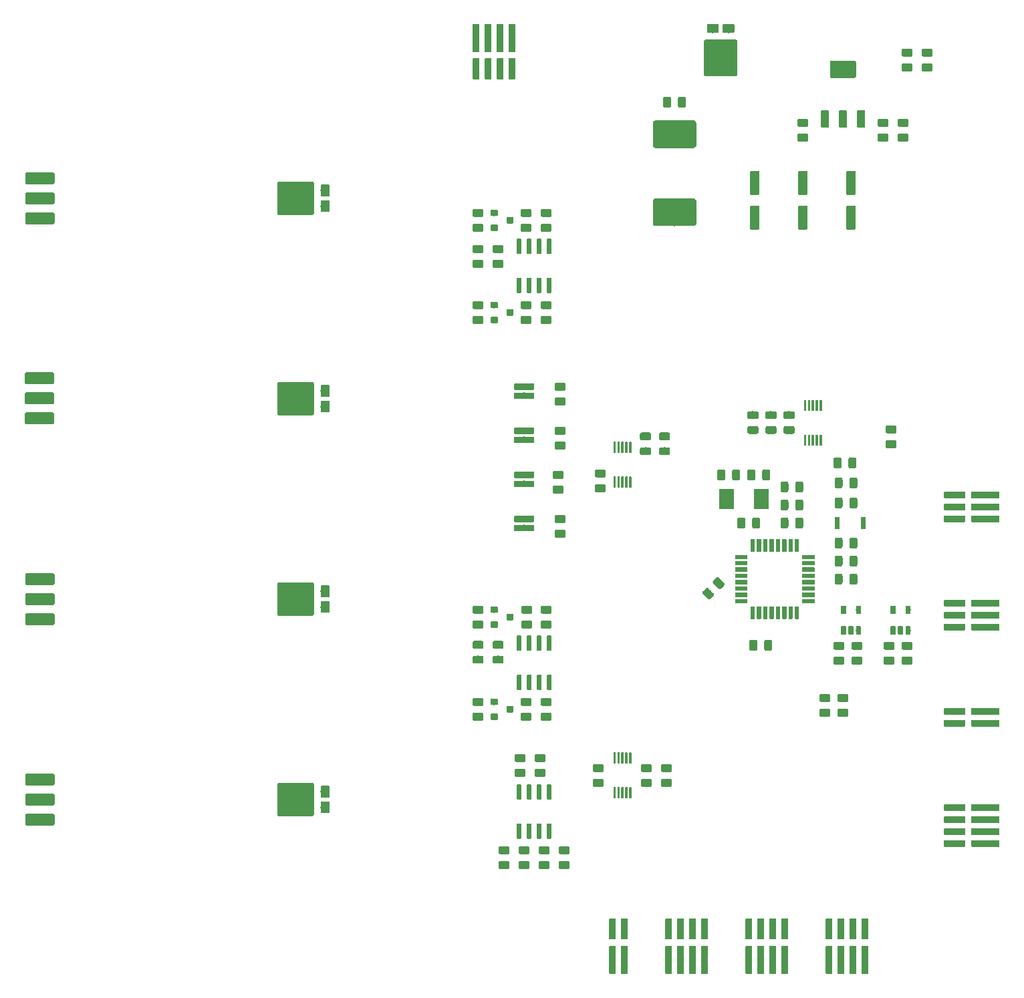
<source format=gbr>
G04 #@! TF.GenerationSoftware,KiCad,Pcbnew,(5.1.4)-1*
G04 #@! TF.CreationDate,2020-09-06T16:49:47-04:00*
G04 #@! TF.ProjectId,DC_LOAD_V02,44435f4c-4f41-4445-9f56-30322e6b6963,rev?*
G04 #@! TF.SameCoordinates,Original*
G04 #@! TF.FileFunction,Paste,Top*
G04 #@! TF.FilePolarity,Positive*
%FSLAX46Y46*%
G04 Gerber Fmt 4.6, Leading zero omitted, Abs format (unit mm)*
G04 Created by KiCad (PCBNEW (5.1.4)-1) date 2020-09-06 16:49:47*
%MOMM*%
%LPD*%
G04 APERTURE LIST*
%ADD10C,0.100000*%
%ADD11C,0.600000*%
%ADD12C,0.300000*%
%ADD13C,1.000000*%
%ADD14C,4.200000*%
%ADD15C,1.150000*%
%ADD16C,0.800000*%
%ADD17C,2.200000*%
%ADD18C,0.650000*%
%ADD19C,1.900000*%
%ADD20C,0.850000*%
%ADD21C,0.550000*%
%ADD22C,1.200000*%
%ADD23C,3.500000*%
%ADD24C,1.500000*%
G04 APERTURE END LIST*
D10*
G36*
X203745703Y-156824722D02*
G01*
X203760264Y-156826882D01*
X203774543Y-156830459D01*
X203788403Y-156835418D01*
X203801710Y-156841712D01*
X203814336Y-156849280D01*
X203826159Y-156858048D01*
X203837066Y-156867934D01*
X203846952Y-156878841D01*
X203855720Y-156890664D01*
X203863288Y-156903290D01*
X203869582Y-156916597D01*
X203874541Y-156930457D01*
X203878118Y-156944736D01*
X203880278Y-156959297D01*
X203881000Y-156974000D01*
X203881000Y-158624000D01*
X203880278Y-158638703D01*
X203878118Y-158653264D01*
X203874541Y-158667543D01*
X203869582Y-158681403D01*
X203863288Y-158694710D01*
X203855720Y-158707336D01*
X203846952Y-158719159D01*
X203837066Y-158730066D01*
X203826159Y-158739952D01*
X203814336Y-158748720D01*
X203801710Y-158756288D01*
X203788403Y-158762582D01*
X203774543Y-158767541D01*
X203760264Y-158771118D01*
X203745703Y-158773278D01*
X203731000Y-158774000D01*
X203431000Y-158774000D01*
X203416297Y-158773278D01*
X203401736Y-158771118D01*
X203387457Y-158767541D01*
X203373597Y-158762582D01*
X203360290Y-158756288D01*
X203347664Y-158748720D01*
X203335841Y-158739952D01*
X203324934Y-158730066D01*
X203315048Y-158719159D01*
X203306280Y-158707336D01*
X203298712Y-158694710D01*
X203292418Y-158681403D01*
X203287459Y-158667543D01*
X203283882Y-158653264D01*
X203281722Y-158638703D01*
X203281000Y-158624000D01*
X203281000Y-156974000D01*
X203281722Y-156959297D01*
X203283882Y-156944736D01*
X203287459Y-156930457D01*
X203292418Y-156916597D01*
X203298712Y-156903290D01*
X203306280Y-156890664D01*
X203315048Y-156878841D01*
X203324934Y-156867934D01*
X203335841Y-156858048D01*
X203347664Y-156849280D01*
X203360290Y-156841712D01*
X203373597Y-156835418D01*
X203387457Y-156830459D01*
X203401736Y-156826882D01*
X203416297Y-156824722D01*
X203431000Y-156824000D01*
X203731000Y-156824000D01*
X203745703Y-156824722D01*
X203745703Y-156824722D01*
G37*
D11*
X203581000Y-157799000D03*
D10*
G36*
X205015703Y-156824722D02*
G01*
X205030264Y-156826882D01*
X205044543Y-156830459D01*
X205058403Y-156835418D01*
X205071710Y-156841712D01*
X205084336Y-156849280D01*
X205096159Y-156858048D01*
X205107066Y-156867934D01*
X205116952Y-156878841D01*
X205125720Y-156890664D01*
X205133288Y-156903290D01*
X205139582Y-156916597D01*
X205144541Y-156930457D01*
X205148118Y-156944736D01*
X205150278Y-156959297D01*
X205151000Y-156974000D01*
X205151000Y-158624000D01*
X205150278Y-158638703D01*
X205148118Y-158653264D01*
X205144541Y-158667543D01*
X205139582Y-158681403D01*
X205133288Y-158694710D01*
X205125720Y-158707336D01*
X205116952Y-158719159D01*
X205107066Y-158730066D01*
X205096159Y-158739952D01*
X205084336Y-158748720D01*
X205071710Y-158756288D01*
X205058403Y-158762582D01*
X205044543Y-158767541D01*
X205030264Y-158771118D01*
X205015703Y-158773278D01*
X205001000Y-158774000D01*
X204701000Y-158774000D01*
X204686297Y-158773278D01*
X204671736Y-158771118D01*
X204657457Y-158767541D01*
X204643597Y-158762582D01*
X204630290Y-158756288D01*
X204617664Y-158748720D01*
X204605841Y-158739952D01*
X204594934Y-158730066D01*
X204585048Y-158719159D01*
X204576280Y-158707336D01*
X204568712Y-158694710D01*
X204562418Y-158681403D01*
X204557459Y-158667543D01*
X204553882Y-158653264D01*
X204551722Y-158638703D01*
X204551000Y-158624000D01*
X204551000Y-156974000D01*
X204551722Y-156959297D01*
X204553882Y-156944736D01*
X204557459Y-156930457D01*
X204562418Y-156916597D01*
X204568712Y-156903290D01*
X204576280Y-156890664D01*
X204585048Y-156878841D01*
X204594934Y-156867934D01*
X204605841Y-156858048D01*
X204617664Y-156849280D01*
X204630290Y-156841712D01*
X204643597Y-156835418D01*
X204657457Y-156830459D01*
X204671736Y-156826882D01*
X204686297Y-156824722D01*
X204701000Y-156824000D01*
X205001000Y-156824000D01*
X205015703Y-156824722D01*
X205015703Y-156824722D01*
G37*
D11*
X204851000Y-157799000D03*
D10*
G36*
X206285703Y-156824722D02*
G01*
X206300264Y-156826882D01*
X206314543Y-156830459D01*
X206328403Y-156835418D01*
X206341710Y-156841712D01*
X206354336Y-156849280D01*
X206366159Y-156858048D01*
X206377066Y-156867934D01*
X206386952Y-156878841D01*
X206395720Y-156890664D01*
X206403288Y-156903290D01*
X206409582Y-156916597D01*
X206414541Y-156930457D01*
X206418118Y-156944736D01*
X206420278Y-156959297D01*
X206421000Y-156974000D01*
X206421000Y-158624000D01*
X206420278Y-158638703D01*
X206418118Y-158653264D01*
X206414541Y-158667543D01*
X206409582Y-158681403D01*
X206403288Y-158694710D01*
X206395720Y-158707336D01*
X206386952Y-158719159D01*
X206377066Y-158730066D01*
X206366159Y-158739952D01*
X206354336Y-158748720D01*
X206341710Y-158756288D01*
X206328403Y-158762582D01*
X206314543Y-158767541D01*
X206300264Y-158771118D01*
X206285703Y-158773278D01*
X206271000Y-158774000D01*
X205971000Y-158774000D01*
X205956297Y-158773278D01*
X205941736Y-158771118D01*
X205927457Y-158767541D01*
X205913597Y-158762582D01*
X205900290Y-158756288D01*
X205887664Y-158748720D01*
X205875841Y-158739952D01*
X205864934Y-158730066D01*
X205855048Y-158719159D01*
X205846280Y-158707336D01*
X205838712Y-158694710D01*
X205832418Y-158681403D01*
X205827459Y-158667543D01*
X205823882Y-158653264D01*
X205821722Y-158638703D01*
X205821000Y-158624000D01*
X205821000Y-156974000D01*
X205821722Y-156959297D01*
X205823882Y-156944736D01*
X205827459Y-156930457D01*
X205832418Y-156916597D01*
X205838712Y-156903290D01*
X205846280Y-156890664D01*
X205855048Y-156878841D01*
X205864934Y-156867934D01*
X205875841Y-156858048D01*
X205887664Y-156849280D01*
X205900290Y-156841712D01*
X205913597Y-156835418D01*
X205927457Y-156830459D01*
X205941736Y-156826882D01*
X205956297Y-156824722D01*
X205971000Y-156824000D01*
X206271000Y-156824000D01*
X206285703Y-156824722D01*
X206285703Y-156824722D01*
G37*
D11*
X206121000Y-157799000D03*
D10*
G36*
X207555703Y-156824722D02*
G01*
X207570264Y-156826882D01*
X207584543Y-156830459D01*
X207598403Y-156835418D01*
X207611710Y-156841712D01*
X207624336Y-156849280D01*
X207636159Y-156858048D01*
X207647066Y-156867934D01*
X207656952Y-156878841D01*
X207665720Y-156890664D01*
X207673288Y-156903290D01*
X207679582Y-156916597D01*
X207684541Y-156930457D01*
X207688118Y-156944736D01*
X207690278Y-156959297D01*
X207691000Y-156974000D01*
X207691000Y-158624000D01*
X207690278Y-158638703D01*
X207688118Y-158653264D01*
X207684541Y-158667543D01*
X207679582Y-158681403D01*
X207673288Y-158694710D01*
X207665720Y-158707336D01*
X207656952Y-158719159D01*
X207647066Y-158730066D01*
X207636159Y-158739952D01*
X207624336Y-158748720D01*
X207611710Y-158756288D01*
X207598403Y-158762582D01*
X207584543Y-158767541D01*
X207570264Y-158771118D01*
X207555703Y-158773278D01*
X207541000Y-158774000D01*
X207241000Y-158774000D01*
X207226297Y-158773278D01*
X207211736Y-158771118D01*
X207197457Y-158767541D01*
X207183597Y-158762582D01*
X207170290Y-158756288D01*
X207157664Y-158748720D01*
X207145841Y-158739952D01*
X207134934Y-158730066D01*
X207125048Y-158719159D01*
X207116280Y-158707336D01*
X207108712Y-158694710D01*
X207102418Y-158681403D01*
X207097459Y-158667543D01*
X207093882Y-158653264D01*
X207091722Y-158638703D01*
X207091000Y-158624000D01*
X207091000Y-156974000D01*
X207091722Y-156959297D01*
X207093882Y-156944736D01*
X207097459Y-156930457D01*
X207102418Y-156916597D01*
X207108712Y-156903290D01*
X207116280Y-156890664D01*
X207125048Y-156878841D01*
X207134934Y-156867934D01*
X207145841Y-156858048D01*
X207157664Y-156849280D01*
X207170290Y-156841712D01*
X207183597Y-156835418D01*
X207197457Y-156830459D01*
X207211736Y-156826882D01*
X207226297Y-156824722D01*
X207241000Y-156824000D01*
X207541000Y-156824000D01*
X207555703Y-156824722D01*
X207555703Y-156824722D01*
G37*
D11*
X207391000Y-157799000D03*
D10*
G36*
X207555703Y-161774722D02*
G01*
X207570264Y-161776882D01*
X207584543Y-161780459D01*
X207598403Y-161785418D01*
X207611710Y-161791712D01*
X207624336Y-161799280D01*
X207636159Y-161808048D01*
X207647066Y-161817934D01*
X207656952Y-161828841D01*
X207665720Y-161840664D01*
X207673288Y-161853290D01*
X207679582Y-161866597D01*
X207684541Y-161880457D01*
X207688118Y-161894736D01*
X207690278Y-161909297D01*
X207691000Y-161924000D01*
X207691000Y-163574000D01*
X207690278Y-163588703D01*
X207688118Y-163603264D01*
X207684541Y-163617543D01*
X207679582Y-163631403D01*
X207673288Y-163644710D01*
X207665720Y-163657336D01*
X207656952Y-163669159D01*
X207647066Y-163680066D01*
X207636159Y-163689952D01*
X207624336Y-163698720D01*
X207611710Y-163706288D01*
X207598403Y-163712582D01*
X207584543Y-163717541D01*
X207570264Y-163721118D01*
X207555703Y-163723278D01*
X207541000Y-163724000D01*
X207241000Y-163724000D01*
X207226297Y-163723278D01*
X207211736Y-163721118D01*
X207197457Y-163717541D01*
X207183597Y-163712582D01*
X207170290Y-163706288D01*
X207157664Y-163698720D01*
X207145841Y-163689952D01*
X207134934Y-163680066D01*
X207125048Y-163669159D01*
X207116280Y-163657336D01*
X207108712Y-163644710D01*
X207102418Y-163631403D01*
X207097459Y-163617543D01*
X207093882Y-163603264D01*
X207091722Y-163588703D01*
X207091000Y-163574000D01*
X207091000Y-161924000D01*
X207091722Y-161909297D01*
X207093882Y-161894736D01*
X207097459Y-161880457D01*
X207102418Y-161866597D01*
X207108712Y-161853290D01*
X207116280Y-161840664D01*
X207125048Y-161828841D01*
X207134934Y-161817934D01*
X207145841Y-161808048D01*
X207157664Y-161799280D01*
X207170290Y-161791712D01*
X207183597Y-161785418D01*
X207197457Y-161780459D01*
X207211736Y-161776882D01*
X207226297Y-161774722D01*
X207241000Y-161774000D01*
X207541000Y-161774000D01*
X207555703Y-161774722D01*
X207555703Y-161774722D01*
G37*
D11*
X207391000Y-162749000D03*
D10*
G36*
X206285703Y-161774722D02*
G01*
X206300264Y-161776882D01*
X206314543Y-161780459D01*
X206328403Y-161785418D01*
X206341710Y-161791712D01*
X206354336Y-161799280D01*
X206366159Y-161808048D01*
X206377066Y-161817934D01*
X206386952Y-161828841D01*
X206395720Y-161840664D01*
X206403288Y-161853290D01*
X206409582Y-161866597D01*
X206414541Y-161880457D01*
X206418118Y-161894736D01*
X206420278Y-161909297D01*
X206421000Y-161924000D01*
X206421000Y-163574000D01*
X206420278Y-163588703D01*
X206418118Y-163603264D01*
X206414541Y-163617543D01*
X206409582Y-163631403D01*
X206403288Y-163644710D01*
X206395720Y-163657336D01*
X206386952Y-163669159D01*
X206377066Y-163680066D01*
X206366159Y-163689952D01*
X206354336Y-163698720D01*
X206341710Y-163706288D01*
X206328403Y-163712582D01*
X206314543Y-163717541D01*
X206300264Y-163721118D01*
X206285703Y-163723278D01*
X206271000Y-163724000D01*
X205971000Y-163724000D01*
X205956297Y-163723278D01*
X205941736Y-163721118D01*
X205927457Y-163717541D01*
X205913597Y-163712582D01*
X205900290Y-163706288D01*
X205887664Y-163698720D01*
X205875841Y-163689952D01*
X205864934Y-163680066D01*
X205855048Y-163669159D01*
X205846280Y-163657336D01*
X205838712Y-163644710D01*
X205832418Y-163631403D01*
X205827459Y-163617543D01*
X205823882Y-163603264D01*
X205821722Y-163588703D01*
X205821000Y-163574000D01*
X205821000Y-161924000D01*
X205821722Y-161909297D01*
X205823882Y-161894736D01*
X205827459Y-161880457D01*
X205832418Y-161866597D01*
X205838712Y-161853290D01*
X205846280Y-161840664D01*
X205855048Y-161828841D01*
X205864934Y-161817934D01*
X205875841Y-161808048D01*
X205887664Y-161799280D01*
X205900290Y-161791712D01*
X205913597Y-161785418D01*
X205927457Y-161780459D01*
X205941736Y-161776882D01*
X205956297Y-161774722D01*
X205971000Y-161774000D01*
X206271000Y-161774000D01*
X206285703Y-161774722D01*
X206285703Y-161774722D01*
G37*
D11*
X206121000Y-162749000D03*
D10*
G36*
X205015703Y-161774722D02*
G01*
X205030264Y-161776882D01*
X205044543Y-161780459D01*
X205058403Y-161785418D01*
X205071710Y-161791712D01*
X205084336Y-161799280D01*
X205096159Y-161808048D01*
X205107066Y-161817934D01*
X205116952Y-161828841D01*
X205125720Y-161840664D01*
X205133288Y-161853290D01*
X205139582Y-161866597D01*
X205144541Y-161880457D01*
X205148118Y-161894736D01*
X205150278Y-161909297D01*
X205151000Y-161924000D01*
X205151000Y-163574000D01*
X205150278Y-163588703D01*
X205148118Y-163603264D01*
X205144541Y-163617543D01*
X205139582Y-163631403D01*
X205133288Y-163644710D01*
X205125720Y-163657336D01*
X205116952Y-163669159D01*
X205107066Y-163680066D01*
X205096159Y-163689952D01*
X205084336Y-163698720D01*
X205071710Y-163706288D01*
X205058403Y-163712582D01*
X205044543Y-163717541D01*
X205030264Y-163721118D01*
X205015703Y-163723278D01*
X205001000Y-163724000D01*
X204701000Y-163724000D01*
X204686297Y-163723278D01*
X204671736Y-163721118D01*
X204657457Y-163717541D01*
X204643597Y-163712582D01*
X204630290Y-163706288D01*
X204617664Y-163698720D01*
X204605841Y-163689952D01*
X204594934Y-163680066D01*
X204585048Y-163669159D01*
X204576280Y-163657336D01*
X204568712Y-163644710D01*
X204562418Y-163631403D01*
X204557459Y-163617543D01*
X204553882Y-163603264D01*
X204551722Y-163588703D01*
X204551000Y-163574000D01*
X204551000Y-161924000D01*
X204551722Y-161909297D01*
X204553882Y-161894736D01*
X204557459Y-161880457D01*
X204562418Y-161866597D01*
X204568712Y-161853290D01*
X204576280Y-161840664D01*
X204585048Y-161828841D01*
X204594934Y-161817934D01*
X204605841Y-161808048D01*
X204617664Y-161799280D01*
X204630290Y-161791712D01*
X204643597Y-161785418D01*
X204657457Y-161780459D01*
X204671736Y-161776882D01*
X204686297Y-161774722D01*
X204701000Y-161774000D01*
X205001000Y-161774000D01*
X205015703Y-161774722D01*
X205015703Y-161774722D01*
G37*
D11*
X204851000Y-162749000D03*
D10*
G36*
X203745703Y-161774722D02*
G01*
X203760264Y-161776882D01*
X203774543Y-161780459D01*
X203788403Y-161785418D01*
X203801710Y-161791712D01*
X203814336Y-161799280D01*
X203826159Y-161808048D01*
X203837066Y-161817934D01*
X203846952Y-161828841D01*
X203855720Y-161840664D01*
X203863288Y-161853290D01*
X203869582Y-161866597D01*
X203874541Y-161880457D01*
X203878118Y-161894736D01*
X203880278Y-161909297D01*
X203881000Y-161924000D01*
X203881000Y-163574000D01*
X203880278Y-163588703D01*
X203878118Y-163603264D01*
X203874541Y-163617543D01*
X203869582Y-163631403D01*
X203863288Y-163644710D01*
X203855720Y-163657336D01*
X203846952Y-163669159D01*
X203837066Y-163680066D01*
X203826159Y-163689952D01*
X203814336Y-163698720D01*
X203801710Y-163706288D01*
X203788403Y-163712582D01*
X203774543Y-163717541D01*
X203760264Y-163721118D01*
X203745703Y-163723278D01*
X203731000Y-163724000D01*
X203431000Y-163724000D01*
X203416297Y-163723278D01*
X203401736Y-163721118D01*
X203387457Y-163717541D01*
X203373597Y-163712582D01*
X203360290Y-163706288D01*
X203347664Y-163698720D01*
X203335841Y-163689952D01*
X203324934Y-163680066D01*
X203315048Y-163669159D01*
X203306280Y-163657336D01*
X203298712Y-163644710D01*
X203292418Y-163631403D01*
X203287459Y-163617543D01*
X203283882Y-163603264D01*
X203281722Y-163588703D01*
X203281000Y-163574000D01*
X203281000Y-161924000D01*
X203281722Y-161909297D01*
X203283882Y-161894736D01*
X203287459Y-161880457D01*
X203292418Y-161866597D01*
X203298712Y-161853290D01*
X203306280Y-161840664D01*
X203315048Y-161828841D01*
X203324934Y-161817934D01*
X203335841Y-161808048D01*
X203347664Y-161799280D01*
X203360290Y-161791712D01*
X203373597Y-161785418D01*
X203387457Y-161780459D01*
X203401736Y-161776882D01*
X203416297Y-161774722D01*
X203431000Y-161774000D01*
X203731000Y-161774000D01*
X203745703Y-161774722D01*
X203745703Y-161774722D01*
G37*
D11*
X203581000Y-162749000D03*
D10*
G36*
X239874351Y-108098361D02*
G01*
X239881632Y-108099441D01*
X239888771Y-108101229D01*
X239895701Y-108103709D01*
X239902355Y-108106856D01*
X239908668Y-108110640D01*
X239914579Y-108115024D01*
X239920033Y-108119967D01*
X239924976Y-108125421D01*
X239929360Y-108131332D01*
X239933144Y-108137645D01*
X239936291Y-108144299D01*
X239938771Y-108151229D01*
X239940559Y-108158368D01*
X239941639Y-108165649D01*
X239942000Y-108173000D01*
X239942000Y-109423000D01*
X239941639Y-109430351D01*
X239940559Y-109437632D01*
X239938771Y-109444771D01*
X239936291Y-109451701D01*
X239933144Y-109458355D01*
X239929360Y-109464668D01*
X239924976Y-109470579D01*
X239920033Y-109476033D01*
X239914579Y-109480976D01*
X239908668Y-109485360D01*
X239902355Y-109489144D01*
X239895701Y-109492291D01*
X239888771Y-109494771D01*
X239881632Y-109496559D01*
X239874351Y-109497639D01*
X239867000Y-109498000D01*
X239717000Y-109498000D01*
X239709649Y-109497639D01*
X239702368Y-109496559D01*
X239695229Y-109494771D01*
X239688299Y-109492291D01*
X239681645Y-109489144D01*
X239675332Y-109485360D01*
X239669421Y-109480976D01*
X239663967Y-109476033D01*
X239659024Y-109470579D01*
X239654640Y-109464668D01*
X239650856Y-109458355D01*
X239647709Y-109451701D01*
X239645229Y-109444771D01*
X239643441Y-109437632D01*
X239642361Y-109430351D01*
X239642000Y-109423000D01*
X239642000Y-108173000D01*
X239642361Y-108165649D01*
X239643441Y-108158368D01*
X239645229Y-108151229D01*
X239647709Y-108144299D01*
X239650856Y-108137645D01*
X239654640Y-108131332D01*
X239659024Y-108125421D01*
X239663967Y-108119967D01*
X239669421Y-108115024D01*
X239675332Y-108110640D01*
X239681645Y-108106856D01*
X239688299Y-108103709D01*
X239695229Y-108101229D01*
X239702368Y-108099441D01*
X239709649Y-108098361D01*
X239717000Y-108098000D01*
X239867000Y-108098000D01*
X239874351Y-108098361D01*
X239874351Y-108098361D01*
G37*
D12*
X239792000Y-108798000D03*
D10*
G36*
X240374351Y-108098361D02*
G01*
X240381632Y-108099441D01*
X240388771Y-108101229D01*
X240395701Y-108103709D01*
X240402355Y-108106856D01*
X240408668Y-108110640D01*
X240414579Y-108115024D01*
X240420033Y-108119967D01*
X240424976Y-108125421D01*
X240429360Y-108131332D01*
X240433144Y-108137645D01*
X240436291Y-108144299D01*
X240438771Y-108151229D01*
X240440559Y-108158368D01*
X240441639Y-108165649D01*
X240442000Y-108173000D01*
X240442000Y-109423000D01*
X240441639Y-109430351D01*
X240440559Y-109437632D01*
X240438771Y-109444771D01*
X240436291Y-109451701D01*
X240433144Y-109458355D01*
X240429360Y-109464668D01*
X240424976Y-109470579D01*
X240420033Y-109476033D01*
X240414579Y-109480976D01*
X240408668Y-109485360D01*
X240402355Y-109489144D01*
X240395701Y-109492291D01*
X240388771Y-109494771D01*
X240381632Y-109496559D01*
X240374351Y-109497639D01*
X240367000Y-109498000D01*
X240217000Y-109498000D01*
X240209649Y-109497639D01*
X240202368Y-109496559D01*
X240195229Y-109494771D01*
X240188299Y-109492291D01*
X240181645Y-109489144D01*
X240175332Y-109485360D01*
X240169421Y-109480976D01*
X240163967Y-109476033D01*
X240159024Y-109470579D01*
X240154640Y-109464668D01*
X240150856Y-109458355D01*
X240147709Y-109451701D01*
X240145229Y-109444771D01*
X240143441Y-109437632D01*
X240142361Y-109430351D01*
X240142000Y-109423000D01*
X240142000Y-108173000D01*
X240142361Y-108165649D01*
X240143441Y-108158368D01*
X240145229Y-108151229D01*
X240147709Y-108144299D01*
X240150856Y-108137645D01*
X240154640Y-108131332D01*
X240159024Y-108125421D01*
X240163967Y-108119967D01*
X240169421Y-108115024D01*
X240175332Y-108110640D01*
X240181645Y-108106856D01*
X240188299Y-108103709D01*
X240195229Y-108101229D01*
X240202368Y-108099441D01*
X240209649Y-108098361D01*
X240217000Y-108098000D01*
X240367000Y-108098000D01*
X240374351Y-108098361D01*
X240374351Y-108098361D01*
G37*
D12*
X240292000Y-108798000D03*
D10*
G36*
X240874351Y-108098361D02*
G01*
X240881632Y-108099441D01*
X240888771Y-108101229D01*
X240895701Y-108103709D01*
X240902355Y-108106856D01*
X240908668Y-108110640D01*
X240914579Y-108115024D01*
X240920033Y-108119967D01*
X240924976Y-108125421D01*
X240929360Y-108131332D01*
X240933144Y-108137645D01*
X240936291Y-108144299D01*
X240938771Y-108151229D01*
X240940559Y-108158368D01*
X240941639Y-108165649D01*
X240942000Y-108173000D01*
X240942000Y-109423000D01*
X240941639Y-109430351D01*
X240940559Y-109437632D01*
X240938771Y-109444771D01*
X240936291Y-109451701D01*
X240933144Y-109458355D01*
X240929360Y-109464668D01*
X240924976Y-109470579D01*
X240920033Y-109476033D01*
X240914579Y-109480976D01*
X240908668Y-109485360D01*
X240902355Y-109489144D01*
X240895701Y-109492291D01*
X240888771Y-109494771D01*
X240881632Y-109496559D01*
X240874351Y-109497639D01*
X240867000Y-109498000D01*
X240717000Y-109498000D01*
X240709649Y-109497639D01*
X240702368Y-109496559D01*
X240695229Y-109494771D01*
X240688299Y-109492291D01*
X240681645Y-109489144D01*
X240675332Y-109485360D01*
X240669421Y-109480976D01*
X240663967Y-109476033D01*
X240659024Y-109470579D01*
X240654640Y-109464668D01*
X240650856Y-109458355D01*
X240647709Y-109451701D01*
X240645229Y-109444771D01*
X240643441Y-109437632D01*
X240642361Y-109430351D01*
X240642000Y-109423000D01*
X240642000Y-108173000D01*
X240642361Y-108165649D01*
X240643441Y-108158368D01*
X240645229Y-108151229D01*
X240647709Y-108144299D01*
X240650856Y-108137645D01*
X240654640Y-108131332D01*
X240659024Y-108125421D01*
X240663967Y-108119967D01*
X240669421Y-108115024D01*
X240675332Y-108110640D01*
X240681645Y-108106856D01*
X240688299Y-108103709D01*
X240695229Y-108101229D01*
X240702368Y-108099441D01*
X240709649Y-108098361D01*
X240717000Y-108098000D01*
X240867000Y-108098000D01*
X240874351Y-108098361D01*
X240874351Y-108098361D01*
G37*
D12*
X240792000Y-108798000D03*
D10*
G36*
X241374351Y-108098361D02*
G01*
X241381632Y-108099441D01*
X241388771Y-108101229D01*
X241395701Y-108103709D01*
X241402355Y-108106856D01*
X241408668Y-108110640D01*
X241414579Y-108115024D01*
X241420033Y-108119967D01*
X241424976Y-108125421D01*
X241429360Y-108131332D01*
X241433144Y-108137645D01*
X241436291Y-108144299D01*
X241438771Y-108151229D01*
X241440559Y-108158368D01*
X241441639Y-108165649D01*
X241442000Y-108173000D01*
X241442000Y-109423000D01*
X241441639Y-109430351D01*
X241440559Y-109437632D01*
X241438771Y-109444771D01*
X241436291Y-109451701D01*
X241433144Y-109458355D01*
X241429360Y-109464668D01*
X241424976Y-109470579D01*
X241420033Y-109476033D01*
X241414579Y-109480976D01*
X241408668Y-109485360D01*
X241402355Y-109489144D01*
X241395701Y-109492291D01*
X241388771Y-109494771D01*
X241381632Y-109496559D01*
X241374351Y-109497639D01*
X241367000Y-109498000D01*
X241217000Y-109498000D01*
X241209649Y-109497639D01*
X241202368Y-109496559D01*
X241195229Y-109494771D01*
X241188299Y-109492291D01*
X241181645Y-109489144D01*
X241175332Y-109485360D01*
X241169421Y-109480976D01*
X241163967Y-109476033D01*
X241159024Y-109470579D01*
X241154640Y-109464668D01*
X241150856Y-109458355D01*
X241147709Y-109451701D01*
X241145229Y-109444771D01*
X241143441Y-109437632D01*
X241142361Y-109430351D01*
X241142000Y-109423000D01*
X241142000Y-108173000D01*
X241142361Y-108165649D01*
X241143441Y-108158368D01*
X241145229Y-108151229D01*
X241147709Y-108144299D01*
X241150856Y-108137645D01*
X241154640Y-108131332D01*
X241159024Y-108125421D01*
X241163967Y-108119967D01*
X241169421Y-108115024D01*
X241175332Y-108110640D01*
X241181645Y-108106856D01*
X241188299Y-108103709D01*
X241195229Y-108101229D01*
X241202368Y-108099441D01*
X241209649Y-108098361D01*
X241217000Y-108098000D01*
X241367000Y-108098000D01*
X241374351Y-108098361D01*
X241374351Y-108098361D01*
G37*
D12*
X241292000Y-108798000D03*
D10*
G36*
X241874351Y-108098361D02*
G01*
X241881632Y-108099441D01*
X241888771Y-108101229D01*
X241895701Y-108103709D01*
X241902355Y-108106856D01*
X241908668Y-108110640D01*
X241914579Y-108115024D01*
X241920033Y-108119967D01*
X241924976Y-108125421D01*
X241929360Y-108131332D01*
X241933144Y-108137645D01*
X241936291Y-108144299D01*
X241938771Y-108151229D01*
X241940559Y-108158368D01*
X241941639Y-108165649D01*
X241942000Y-108173000D01*
X241942000Y-109423000D01*
X241941639Y-109430351D01*
X241940559Y-109437632D01*
X241938771Y-109444771D01*
X241936291Y-109451701D01*
X241933144Y-109458355D01*
X241929360Y-109464668D01*
X241924976Y-109470579D01*
X241920033Y-109476033D01*
X241914579Y-109480976D01*
X241908668Y-109485360D01*
X241902355Y-109489144D01*
X241895701Y-109492291D01*
X241888771Y-109494771D01*
X241881632Y-109496559D01*
X241874351Y-109497639D01*
X241867000Y-109498000D01*
X241717000Y-109498000D01*
X241709649Y-109497639D01*
X241702368Y-109496559D01*
X241695229Y-109494771D01*
X241688299Y-109492291D01*
X241681645Y-109489144D01*
X241675332Y-109485360D01*
X241669421Y-109480976D01*
X241663967Y-109476033D01*
X241659024Y-109470579D01*
X241654640Y-109464668D01*
X241650856Y-109458355D01*
X241647709Y-109451701D01*
X241645229Y-109444771D01*
X241643441Y-109437632D01*
X241642361Y-109430351D01*
X241642000Y-109423000D01*
X241642000Y-108173000D01*
X241642361Y-108165649D01*
X241643441Y-108158368D01*
X241645229Y-108151229D01*
X241647709Y-108144299D01*
X241650856Y-108137645D01*
X241654640Y-108131332D01*
X241659024Y-108125421D01*
X241663967Y-108119967D01*
X241669421Y-108115024D01*
X241675332Y-108110640D01*
X241681645Y-108106856D01*
X241688299Y-108103709D01*
X241695229Y-108101229D01*
X241702368Y-108099441D01*
X241709649Y-108098361D01*
X241717000Y-108098000D01*
X241867000Y-108098000D01*
X241874351Y-108098361D01*
X241874351Y-108098361D01*
G37*
D12*
X241792000Y-108798000D03*
D10*
G36*
X241874351Y-112498361D02*
G01*
X241881632Y-112499441D01*
X241888771Y-112501229D01*
X241895701Y-112503709D01*
X241902355Y-112506856D01*
X241908668Y-112510640D01*
X241914579Y-112515024D01*
X241920033Y-112519967D01*
X241924976Y-112525421D01*
X241929360Y-112531332D01*
X241933144Y-112537645D01*
X241936291Y-112544299D01*
X241938771Y-112551229D01*
X241940559Y-112558368D01*
X241941639Y-112565649D01*
X241942000Y-112573000D01*
X241942000Y-113823000D01*
X241941639Y-113830351D01*
X241940559Y-113837632D01*
X241938771Y-113844771D01*
X241936291Y-113851701D01*
X241933144Y-113858355D01*
X241929360Y-113864668D01*
X241924976Y-113870579D01*
X241920033Y-113876033D01*
X241914579Y-113880976D01*
X241908668Y-113885360D01*
X241902355Y-113889144D01*
X241895701Y-113892291D01*
X241888771Y-113894771D01*
X241881632Y-113896559D01*
X241874351Y-113897639D01*
X241867000Y-113898000D01*
X241717000Y-113898000D01*
X241709649Y-113897639D01*
X241702368Y-113896559D01*
X241695229Y-113894771D01*
X241688299Y-113892291D01*
X241681645Y-113889144D01*
X241675332Y-113885360D01*
X241669421Y-113880976D01*
X241663967Y-113876033D01*
X241659024Y-113870579D01*
X241654640Y-113864668D01*
X241650856Y-113858355D01*
X241647709Y-113851701D01*
X241645229Y-113844771D01*
X241643441Y-113837632D01*
X241642361Y-113830351D01*
X241642000Y-113823000D01*
X241642000Y-112573000D01*
X241642361Y-112565649D01*
X241643441Y-112558368D01*
X241645229Y-112551229D01*
X241647709Y-112544299D01*
X241650856Y-112537645D01*
X241654640Y-112531332D01*
X241659024Y-112525421D01*
X241663967Y-112519967D01*
X241669421Y-112515024D01*
X241675332Y-112510640D01*
X241681645Y-112506856D01*
X241688299Y-112503709D01*
X241695229Y-112501229D01*
X241702368Y-112499441D01*
X241709649Y-112498361D01*
X241717000Y-112498000D01*
X241867000Y-112498000D01*
X241874351Y-112498361D01*
X241874351Y-112498361D01*
G37*
D12*
X241792000Y-113198000D03*
D10*
G36*
X241374351Y-112498361D02*
G01*
X241381632Y-112499441D01*
X241388771Y-112501229D01*
X241395701Y-112503709D01*
X241402355Y-112506856D01*
X241408668Y-112510640D01*
X241414579Y-112515024D01*
X241420033Y-112519967D01*
X241424976Y-112525421D01*
X241429360Y-112531332D01*
X241433144Y-112537645D01*
X241436291Y-112544299D01*
X241438771Y-112551229D01*
X241440559Y-112558368D01*
X241441639Y-112565649D01*
X241442000Y-112573000D01*
X241442000Y-113823000D01*
X241441639Y-113830351D01*
X241440559Y-113837632D01*
X241438771Y-113844771D01*
X241436291Y-113851701D01*
X241433144Y-113858355D01*
X241429360Y-113864668D01*
X241424976Y-113870579D01*
X241420033Y-113876033D01*
X241414579Y-113880976D01*
X241408668Y-113885360D01*
X241402355Y-113889144D01*
X241395701Y-113892291D01*
X241388771Y-113894771D01*
X241381632Y-113896559D01*
X241374351Y-113897639D01*
X241367000Y-113898000D01*
X241217000Y-113898000D01*
X241209649Y-113897639D01*
X241202368Y-113896559D01*
X241195229Y-113894771D01*
X241188299Y-113892291D01*
X241181645Y-113889144D01*
X241175332Y-113885360D01*
X241169421Y-113880976D01*
X241163967Y-113876033D01*
X241159024Y-113870579D01*
X241154640Y-113864668D01*
X241150856Y-113858355D01*
X241147709Y-113851701D01*
X241145229Y-113844771D01*
X241143441Y-113837632D01*
X241142361Y-113830351D01*
X241142000Y-113823000D01*
X241142000Y-112573000D01*
X241142361Y-112565649D01*
X241143441Y-112558368D01*
X241145229Y-112551229D01*
X241147709Y-112544299D01*
X241150856Y-112537645D01*
X241154640Y-112531332D01*
X241159024Y-112525421D01*
X241163967Y-112519967D01*
X241169421Y-112515024D01*
X241175332Y-112510640D01*
X241181645Y-112506856D01*
X241188299Y-112503709D01*
X241195229Y-112501229D01*
X241202368Y-112499441D01*
X241209649Y-112498361D01*
X241217000Y-112498000D01*
X241367000Y-112498000D01*
X241374351Y-112498361D01*
X241374351Y-112498361D01*
G37*
D12*
X241292000Y-113198000D03*
D10*
G36*
X240874351Y-112498361D02*
G01*
X240881632Y-112499441D01*
X240888771Y-112501229D01*
X240895701Y-112503709D01*
X240902355Y-112506856D01*
X240908668Y-112510640D01*
X240914579Y-112515024D01*
X240920033Y-112519967D01*
X240924976Y-112525421D01*
X240929360Y-112531332D01*
X240933144Y-112537645D01*
X240936291Y-112544299D01*
X240938771Y-112551229D01*
X240940559Y-112558368D01*
X240941639Y-112565649D01*
X240942000Y-112573000D01*
X240942000Y-113823000D01*
X240941639Y-113830351D01*
X240940559Y-113837632D01*
X240938771Y-113844771D01*
X240936291Y-113851701D01*
X240933144Y-113858355D01*
X240929360Y-113864668D01*
X240924976Y-113870579D01*
X240920033Y-113876033D01*
X240914579Y-113880976D01*
X240908668Y-113885360D01*
X240902355Y-113889144D01*
X240895701Y-113892291D01*
X240888771Y-113894771D01*
X240881632Y-113896559D01*
X240874351Y-113897639D01*
X240867000Y-113898000D01*
X240717000Y-113898000D01*
X240709649Y-113897639D01*
X240702368Y-113896559D01*
X240695229Y-113894771D01*
X240688299Y-113892291D01*
X240681645Y-113889144D01*
X240675332Y-113885360D01*
X240669421Y-113880976D01*
X240663967Y-113876033D01*
X240659024Y-113870579D01*
X240654640Y-113864668D01*
X240650856Y-113858355D01*
X240647709Y-113851701D01*
X240645229Y-113844771D01*
X240643441Y-113837632D01*
X240642361Y-113830351D01*
X240642000Y-113823000D01*
X240642000Y-112573000D01*
X240642361Y-112565649D01*
X240643441Y-112558368D01*
X240645229Y-112551229D01*
X240647709Y-112544299D01*
X240650856Y-112537645D01*
X240654640Y-112531332D01*
X240659024Y-112525421D01*
X240663967Y-112519967D01*
X240669421Y-112515024D01*
X240675332Y-112510640D01*
X240681645Y-112506856D01*
X240688299Y-112503709D01*
X240695229Y-112501229D01*
X240702368Y-112499441D01*
X240709649Y-112498361D01*
X240717000Y-112498000D01*
X240867000Y-112498000D01*
X240874351Y-112498361D01*
X240874351Y-112498361D01*
G37*
D12*
X240792000Y-113198000D03*
D10*
G36*
X240374351Y-112498361D02*
G01*
X240381632Y-112499441D01*
X240388771Y-112501229D01*
X240395701Y-112503709D01*
X240402355Y-112506856D01*
X240408668Y-112510640D01*
X240414579Y-112515024D01*
X240420033Y-112519967D01*
X240424976Y-112525421D01*
X240429360Y-112531332D01*
X240433144Y-112537645D01*
X240436291Y-112544299D01*
X240438771Y-112551229D01*
X240440559Y-112558368D01*
X240441639Y-112565649D01*
X240442000Y-112573000D01*
X240442000Y-113823000D01*
X240441639Y-113830351D01*
X240440559Y-113837632D01*
X240438771Y-113844771D01*
X240436291Y-113851701D01*
X240433144Y-113858355D01*
X240429360Y-113864668D01*
X240424976Y-113870579D01*
X240420033Y-113876033D01*
X240414579Y-113880976D01*
X240408668Y-113885360D01*
X240402355Y-113889144D01*
X240395701Y-113892291D01*
X240388771Y-113894771D01*
X240381632Y-113896559D01*
X240374351Y-113897639D01*
X240367000Y-113898000D01*
X240217000Y-113898000D01*
X240209649Y-113897639D01*
X240202368Y-113896559D01*
X240195229Y-113894771D01*
X240188299Y-113892291D01*
X240181645Y-113889144D01*
X240175332Y-113885360D01*
X240169421Y-113880976D01*
X240163967Y-113876033D01*
X240159024Y-113870579D01*
X240154640Y-113864668D01*
X240150856Y-113858355D01*
X240147709Y-113851701D01*
X240145229Y-113844771D01*
X240143441Y-113837632D01*
X240142361Y-113830351D01*
X240142000Y-113823000D01*
X240142000Y-112573000D01*
X240142361Y-112565649D01*
X240143441Y-112558368D01*
X240145229Y-112551229D01*
X240147709Y-112544299D01*
X240150856Y-112537645D01*
X240154640Y-112531332D01*
X240159024Y-112525421D01*
X240163967Y-112519967D01*
X240169421Y-112515024D01*
X240175332Y-112510640D01*
X240181645Y-112506856D01*
X240188299Y-112503709D01*
X240195229Y-112501229D01*
X240202368Y-112499441D01*
X240209649Y-112498361D01*
X240217000Y-112498000D01*
X240367000Y-112498000D01*
X240374351Y-112498361D01*
X240374351Y-112498361D01*
G37*
D12*
X240292000Y-113198000D03*
D10*
G36*
X239874351Y-112498361D02*
G01*
X239881632Y-112499441D01*
X239888771Y-112501229D01*
X239895701Y-112503709D01*
X239902355Y-112506856D01*
X239908668Y-112510640D01*
X239914579Y-112515024D01*
X239920033Y-112519967D01*
X239924976Y-112525421D01*
X239929360Y-112531332D01*
X239933144Y-112537645D01*
X239936291Y-112544299D01*
X239938771Y-112551229D01*
X239940559Y-112558368D01*
X239941639Y-112565649D01*
X239942000Y-112573000D01*
X239942000Y-113823000D01*
X239941639Y-113830351D01*
X239940559Y-113837632D01*
X239938771Y-113844771D01*
X239936291Y-113851701D01*
X239933144Y-113858355D01*
X239929360Y-113864668D01*
X239924976Y-113870579D01*
X239920033Y-113876033D01*
X239914579Y-113880976D01*
X239908668Y-113885360D01*
X239902355Y-113889144D01*
X239895701Y-113892291D01*
X239888771Y-113894771D01*
X239881632Y-113896559D01*
X239874351Y-113897639D01*
X239867000Y-113898000D01*
X239717000Y-113898000D01*
X239709649Y-113897639D01*
X239702368Y-113896559D01*
X239695229Y-113894771D01*
X239688299Y-113892291D01*
X239681645Y-113889144D01*
X239675332Y-113885360D01*
X239669421Y-113880976D01*
X239663967Y-113876033D01*
X239659024Y-113870579D01*
X239654640Y-113864668D01*
X239650856Y-113858355D01*
X239647709Y-113851701D01*
X239645229Y-113844771D01*
X239643441Y-113837632D01*
X239642361Y-113830351D01*
X239642000Y-113823000D01*
X239642000Y-112573000D01*
X239642361Y-112565649D01*
X239643441Y-112558368D01*
X239645229Y-112551229D01*
X239647709Y-112544299D01*
X239650856Y-112537645D01*
X239654640Y-112531332D01*
X239659024Y-112525421D01*
X239663967Y-112519967D01*
X239669421Y-112515024D01*
X239675332Y-112510640D01*
X239681645Y-112506856D01*
X239688299Y-112503709D01*
X239695229Y-112501229D01*
X239702368Y-112499441D01*
X239709649Y-112498361D01*
X239717000Y-112498000D01*
X239867000Y-112498000D01*
X239874351Y-112498361D01*
X239874351Y-112498361D01*
G37*
D12*
X239792000Y-113198000D03*
D10*
G36*
X239996504Y-74352704D02*
G01*
X240020773Y-74356304D01*
X240044571Y-74362265D01*
X240067671Y-74370530D01*
X240089849Y-74381020D01*
X240110893Y-74393633D01*
X240130598Y-74408247D01*
X240148777Y-74424723D01*
X240165253Y-74442902D01*
X240179867Y-74462607D01*
X240192480Y-74483651D01*
X240202970Y-74505829D01*
X240211235Y-74528929D01*
X240217196Y-74552727D01*
X240220796Y-74576996D01*
X240222000Y-74601500D01*
X240222000Y-75101500D01*
X240220796Y-75126004D01*
X240217196Y-75150273D01*
X240211235Y-75174071D01*
X240202970Y-75197171D01*
X240192480Y-75219349D01*
X240179867Y-75240393D01*
X240165253Y-75260098D01*
X240148777Y-75278277D01*
X240130598Y-75294753D01*
X240110893Y-75309367D01*
X240089849Y-75321980D01*
X240067671Y-75332470D01*
X240044571Y-75340735D01*
X240020773Y-75346696D01*
X239996504Y-75350296D01*
X239972000Y-75351500D01*
X239072000Y-75351500D01*
X239047496Y-75350296D01*
X239023227Y-75346696D01*
X238999429Y-75340735D01*
X238976329Y-75332470D01*
X238954151Y-75321980D01*
X238933107Y-75309367D01*
X238913402Y-75294753D01*
X238895223Y-75278277D01*
X238878747Y-75260098D01*
X238864133Y-75240393D01*
X238851520Y-75219349D01*
X238841030Y-75197171D01*
X238832765Y-75174071D01*
X238826804Y-75150273D01*
X238823204Y-75126004D01*
X238822000Y-75101500D01*
X238822000Y-74601500D01*
X238823204Y-74576996D01*
X238826804Y-74552727D01*
X238832765Y-74528929D01*
X238841030Y-74505829D01*
X238851520Y-74483651D01*
X238864133Y-74462607D01*
X238878747Y-74442902D01*
X238895223Y-74424723D01*
X238913402Y-74408247D01*
X238933107Y-74393633D01*
X238954151Y-74381020D01*
X238976329Y-74370530D01*
X238999429Y-74362265D01*
X239023227Y-74356304D01*
X239047496Y-74352704D01*
X239072000Y-74351500D01*
X239972000Y-74351500D01*
X239996504Y-74352704D01*
X239996504Y-74352704D01*
G37*
D13*
X239522000Y-74851500D03*
D10*
G36*
X239996504Y-72477704D02*
G01*
X240020773Y-72481304D01*
X240044571Y-72487265D01*
X240067671Y-72495530D01*
X240089849Y-72506020D01*
X240110893Y-72518633D01*
X240130598Y-72533247D01*
X240148777Y-72549723D01*
X240165253Y-72567902D01*
X240179867Y-72587607D01*
X240192480Y-72608651D01*
X240202970Y-72630829D01*
X240211235Y-72653929D01*
X240217196Y-72677727D01*
X240220796Y-72701996D01*
X240222000Y-72726500D01*
X240222000Y-73226500D01*
X240220796Y-73251004D01*
X240217196Y-73275273D01*
X240211235Y-73299071D01*
X240202970Y-73322171D01*
X240192480Y-73344349D01*
X240179867Y-73365393D01*
X240165253Y-73385098D01*
X240148777Y-73403277D01*
X240130598Y-73419753D01*
X240110893Y-73434367D01*
X240089849Y-73446980D01*
X240067671Y-73457470D01*
X240044571Y-73465735D01*
X240020773Y-73471696D01*
X239996504Y-73475296D01*
X239972000Y-73476500D01*
X239072000Y-73476500D01*
X239047496Y-73475296D01*
X239023227Y-73471696D01*
X238999429Y-73465735D01*
X238976329Y-73457470D01*
X238954151Y-73446980D01*
X238933107Y-73434367D01*
X238913402Y-73419753D01*
X238895223Y-73403277D01*
X238878747Y-73385098D01*
X238864133Y-73365393D01*
X238851520Y-73344349D01*
X238841030Y-73322171D01*
X238832765Y-73299071D01*
X238826804Y-73275273D01*
X238823204Y-73251004D01*
X238822000Y-73226500D01*
X238822000Y-72726500D01*
X238823204Y-72701996D01*
X238826804Y-72677727D01*
X238832765Y-72653929D01*
X238841030Y-72630829D01*
X238851520Y-72608651D01*
X238864133Y-72587607D01*
X238878747Y-72567902D01*
X238895223Y-72549723D01*
X238913402Y-72533247D01*
X238933107Y-72518633D01*
X238954151Y-72506020D01*
X238976329Y-72495530D01*
X238999429Y-72487265D01*
X239023227Y-72481304D01*
X239047496Y-72477704D01*
X239072000Y-72476500D01*
X239972000Y-72476500D01*
X239996504Y-72477704D01*
X239996504Y-72477704D01*
G37*
D13*
X239522000Y-72976500D03*
D10*
G36*
X250156504Y-72477704D02*
G01*
X250180773Y-72481304D01*
X250204571Y-72487265D01*
X250227671Y-72495530D01*
X250249849Y-72506020D01*
X250270893Y-72518633D01*
X250290598Y-72533247D01*
X250308777Y-72549723D01*
X250325253Y-72567902D01*
X250339867Y-72587607D01*
X250352480Y-72608651D01*
X250362970Y-72630829D01*
X250371235Y-72653929D01*
X250377196Y-72677727D01*
X250380796Y-72701996D01*
X250382000Y-72726500D01*
X250382000Y-73226500D01*
X250380796Y-73251004D01*
X250377196Y-73275273D01*
X250371235Y-73299071D01*
X250362970Y-73322171D01*
X250352480Y-73344349D01*
X250339867Y-73365393D01*
X250325253Y-73385098D01*
X250308777Y-73403277D01*
X250290598Y-73419753D01*
X250270893Y-73434367D01*
X250249849Y-73446980D01*
X250227671Y-73457470D01*
X250204571Y-73465735D01*
X250180773Y-73471696D01*
X250156504Y-73475296D01*
X250132000Y-73476500D01*
X249232000Y-73476500D01*
X249207496Y-73475296D01*
X249183227Y-73471696D01*
X249159429Y-73465735D01*
X249136329Y-73457470D01*
X249114151Y-73446980D01*
X249093107Y-73434367D01*
X249073402Y-73419753D01*
X249055223Y-73403277D01*
X249038747Y-73385098D01*
X249024133Y-73365393D01*
X249011520Y-73344349D01*
X249001030Y-73322171D01*
X248992765Y-73299071D01*
X248986804Y-73275273D01*
X248983204Y-73251004D01*
X248982000Y-73226500D01*
X248982000Y-72726500D01*
X248983204Y-72701996D01*
X248986804Y-72677727D01*
X248992765Y-72653929D01*
X249001030Y-72630829D01*
X249011520Y-72608651D01*
X249024133Y-72587607D01*
X249038747Y-72567902D01*
X249055223Y-72549723D01*
X249073402Y-72533247D01*
X249093107Y-72518633D01*
X249114151Y-72506020D01*
X249136329Y-72495530D01*
X249159429Y-72487265D01*
X249183227Y-72481304D01*
X249207496Y-72477704D01*
X249232000Y-72476500D01*
X250132000Y-72476500D01*
X250156504Y-72477704D01*
X250156504Y-72477704D01*
G37*
D13*
X249682000Y-72976500D03*
D10*
G36*
X250156504Y-74352704D02*
G01*
X250180773Y-74356304D01*
X250204571Y-74362265D01*
X250227671Y-74370530D01*
X250249849Y-74381020D01*
X250270893Y-74393633D01*
X250290598Y-74408247D01*
X250308777Y-74424723D01*
X250325253Y-74442902D01*
X250339867Y-74462607D01*
X250352480Y-74483651D01*
X250362970Y-74505829D01*
X250371235Y-74528929D01*
X250377196Y-74552727D01*
X250380796Y-74576996D01*
X250382000Y-74601500D01*
X250382000Y-75101500D01*
X250380796Y-75126004D01*
X250377196Y-75150273D01*
X250371235Y-75174071D01*
X250362970Y-75197171D01*
X250352480Y-75219349D01*
X250339867Y-75240393D01*
X250325253Y-75260098D01*
X250308777Y-75278277D01*
X250290598Y-75294753D01*
X250270893Y-75309367D01*
X250249849Y-75321980D01*
X250227671Y-75332470D01*
X250204571Y-75340735D01*
X250180773Y-75346696D01*
X250156504Y-75350296D01*
X250132000Y-75351500D01*
X249232000Y-75351500D01*
X249207496Y-75350296D01*
X249183227Y-75346696D01*
X249159429Y-75340735D01*
X249136329Y-75332470D01*
X249114151Y-75321980D01*
X249093107Y-75309367D01*
X249073402Y-75294753D01*
X249055223Y-75278277D01*
X249038747Y-75260098D01*
X249024133Y-75240393D01*
X249011520Y-75219349D01*
X249001030Y-75197171D01*
X248992765Y-75174071D01*
X248986804Y-75150273D01*
X248983204Y-75126004D01*
X248982000Y-75101500D01*
X248982000Y-74601500D01*
X248983204Y-74576996D01*
X248986804Y-74552727D01*
X248992765Y-74528929D01*
X249001030Y-74505829D01*
X249011520Y-74483651D01*
X249024133Y-74462607D01*
X249038747Y-74442902D01*
X249055223Y-74424723D01*
X249073402Y-74408247D01*
X249093107Y-74393633D01*
X249114151Y-74381020D01*
X249136329Y-74370530D01*
X249159429Y-74362265D01*
X249183227Y-74356304D01*
X249207496Y-74352704D01*
X249232000Y-74351500D01*
X250132000Y-74351500D01*
X250156504Y-74352704D01*
X250156504Y-74352704D01*
G37*
D13*
X249682000Y-74851500D03*
D10*
G36*
X252696504Y-74352704D02*
G01*
X252720773Y-74356304D01*
X252744571Y-74362265D01*
X252767671Y-74370530D01*
X252789849Y-74381020D01*
X252810893Y-74393633D01*
X252830598Y-74408247D01*
X252848777Y-74424723D01*
X252865253Y-74442902D01*
X252879867Y-74462607D01*
X252892480Y-74483651D01*
X252902970Y-74505829D01*
X252911235Y-74528929D01*
X252917196Y-74552727D01*
X252920796Y-74576996D01*
X252922000Y-74601500D01*
X252922000Y-75101500D01*
X252920796Y-75126004D01*
X252917196Y-75150273D01*
X252911235Y-75174071D01*
X252902970Y-75197171D01*
X252892480Y-75219349D01*
X252879867Y-75240393D01*
X252865253Y-75260098D01*
X252848777Y-75278277D01*
X252830598Y-75294753D01*
X252810893Y-75309367D01*
X252789849Y-75321980D01*
X252767671Y-75332470D01*
X252744571Y-75340735D01*
X252720773Y-75346696D01*
X252696504Y-75350296D01*
X252672000Y-75351500D01*
X251772000Y-75351500D01*
X251747496Y-75350296D01*
X251723227Y-75346696D01*
X251699429Y-75340735D01*
X251676329Y-75332470D01*
X251654151Y-75321980D01*
X251633107Y-75309367D01*
X251613402Y-75294753D01*
X251595223Y-75278277D01*
X251578747Y-75260098D01*
X251564133Y-75240393D01*
X251551520Y-75219349D01*
X251541030Y-75197171D01*
X251532765Y-75174071D01*
X251526804Y-75150273D01*
X251523204Y-75126004D01*
X251522000Y-75101500D01*
X251522000Y-74601500D01*
X251523204Y-74576996D01*
X251526804Y-74552727D01*
X251532765Y-74528929D01*
X251541030Y-74505829D01*
X251551520Y-74483651D01*
X251564133Y-74462607D01*
X251578747Y-74442902D01*
X251595223Y-74424723D01*
X251613402Y-74408247D01*
X251633107Y-74393633D01*
X251654151Y-74381020D01*
X251676329Y-74370530D01*
X251699429Y-74362265D01*
X251723227Y-74356304D01*
X251747496Y-74352704D01*
X251772000Y-74351500D01*
X252672000Y-74351500D01*
X252696504Y-74352704D01*
X252696504Y-74352704D01*
G37*
D13*
X252222000Y-74851500D03*
D10*
G36*
X252696504Y-72477704D02*
G01*
X252720773Y-72481304D01*
X252744571Y-72487265D01*
X252767671Y-72495530D01*
X252789849Y-72506020D01*
X252810893Y-72518633D01*
X252830598Y-72533247D01*
X252848777Y-72549723D01*
X252865253Y-72567902D01*
X252879867Y-72587607D01*
X252892480Y-72608651D01*
X252902970Y-72630829D01*
X252911235Y-72653929D01*
X252917196Y-72677727D01*
X252920796Y-72701996D01*
X252922000Y-72726500D01*
X252922000Y-73226500D01*
X252920796Y-73251004D01*
X252917196Y-73275273D01*
X252911235Y-73299071D01*
X252902970Y-73322171D01*
X252892480Y-73344349D01*
X252879867Y-73365393D01*
X252865253Y-73385098D01*
X252848777Y-73403277D01*
X252830598Y-73419753D01*
X252810893Y-73434367D01*
X252789849Y-73446980D01*
X252767671Y-73457470D01*
X252744571Y-73465735D01*
X252720773Y-73471696D01*
X252696504Y-73475296D01*
X252672000Y-73476500D01*
X251772000Y-73476500D01*
X251747496Y-73475296D01*
X251723227Y-73471696D01*
X251699429Y-73465735D01*
X251676329Y-73457470D01*
X251654151Y-73446980D01*
X251633107Y-73434367D01*
X251613402Y-73419753D01*
X251595223Y-73403277D01*
X251578747Y-73385098D01*
X251564133Y-73365393D01*
X251551520Y-73344349D01*
X251541030Y-73322171D01*
X251532765Y-73299071D01*
X251526804Y-73275273D01*
X251523204Y-73251004D01*
X251522000Y-73226500D01*
X251522000Y-72726500D01*
X251523204Y-72701996D01*
X251526804Y-72677727D01*
X251532765Y-72653929D01*
X251541030Y-72630829D01*
X251551520Y-72608651D01*
X251564133Y-72587607D01*
X251578747Y-72567902D01*
X251595223Y-72549723D01*
X251613402Y-72533247D01*
X251633107Y-72518633D01*
X251654151Y-72506020D01*
X251676329Y-72495530D01*
X251699429Y-72487265D01*
X251723227Y-72481304D01*
X251747496Y-72477704D01*
X251772000Y-72476500D01*
X252672000Y-72476500D01*
X252696504Y-72477704D01*
X252696504Y-72477704D01*
G37*
D13*
X252222000Y-72976500D03*
D10*
G36*
X235146004Y-116903204D02*
G01*
X235170273Y-116906804D01*
X235194071Y-116912765D01*
X235217171Y-116921030D01*
X235239349Y-116931520D01*
X235260393Y-116944133D01*
X235280098Y-116958747D01*
X235298277Y-116975223D01*
X235314753Y-116993402D01*
X235329367Y-117013107D01*
X235341980Y-117034151D01*
X235352470Y-117056329D01*
X235360735Y-117079429D01*
X235366696Y-117103227D01*
X235370296Y-117127496D01*
X235371500Y-117152000D01*
X235371500Y-118052000D01*
X235370296Y-118076504D01*
X235366696Y-118100773D01*
X235360735Y-118124571D01*
X235352470Y-118147671D01*
X235341980Y-118169849D01*
X235329367Y-118190893D01*
X235314753Y-118210598D01*
X235298277Y-118228777D01*
X235280098Y-118245253D01*
X235260393Y-118259867D01*
X235239349Y-118272480D01*
X235217171Y-118282970D01*
X235194071Y-118291235D01*
X235170273Y-118297196D01*
X235146004Y-118300796D01*
X235121500Y-118302000D01*
X234621500Y-118302000D01*
X234596996Y-118300796D01*
X234572727Y-118297196D01*
X234548929Y-118291235D01*
X234525829Y-118282970D01*
X234503651Y-118272480D01*
X234482607Y-118259867D01*
X234462902Y-118245253D01*
X234444723Y-118228777D01*
X234428247Y-118210598D01*
X234413633Y-118190893D01*
X234401020Y-118169849D01*
X234390530Y-118147671D01*
X234382265Y-118124571D01*
X234376304Y-118100773D01*
X234372704Y-118076504D01*
X234371500Y-118052000D01*
X234371500Y-117152000D01*
X234372704Y-117127496D01*
X234376304Y-117103227D01*
X234382265Y-117079429D01*
X234390530Y-117056329D01*
X234401020Y-117034151D01*
X234413633Y-117013107D01*
X234428247Y-116993402D01*
X234444723Y-116975223D01*
X234462902Y-116958747D01*
X234482607Y-116944133D01*
X234503651Y-116931520D01*
X234525829Y-116921030D01*
X234548929Y-116912765D01*
X234572727Y-116906804D01*
X234596996Y-116903204D01*
X234621500Y-116902000D01*
X235121500Y-116902000D01*
X235146004Y-116903204D01*
X235146004Y-116903204D01*
G37*
D13*
X234871500Y-117602000D03*
D10*
G36*
X233271004Y-116903204D02*
G01*
X233295273Y-116906804D01*
X233319071Y-116912765D01*
X233342171Y-116921030D01*
X233364349Y-116931520D01*
X233385393Y-116944133D01*
X233405098Y-116958747D01*
X233423277Y-116975223D01*
X233439753Y-116993402D01*
X233454367Y-117013107D01*
X233466980Y-117034151D01*
X233477470Y-117056329D01*
X233485735Y-117079429D01*
X233491696Y-117103227D01*
X233495296Y-117127496D01*
X233496500Y-117152000D01*
X233496500Y-118052000D01*
X233495296Y-118076504D01*
X233491696Y-118100773D01*
X233485735Y-118124571D01*
X233477470Y-118147671D01*
X233466980Y-118169849D01*
X233454367Y-118190893D01*
X233439753Y-118210598D01*
X233423277Y-118228777D01*
X233405098Y-118245253D01*
X233385393Y-118259867D01*
X233364349Y-118272480D01*
X233342171Y-118282970D01*
X233319071Y-118291235D01*
X233295273Y-118297196D01*
X233271004Y-118300796D01*
X233246500Y-118302000D01*
X232746500Y-118302000D01*
X232721996Y-118300796D01*
X232697727Y-118297196D01*
X232673929Y-118291235D01*
X232650829Y-118282970D01*
X232628651Y-118272480D01*
X232607607Y-118259867D01*
X232587902Y-118245253D01*
X232569723Y-118228777D01*
X232553247Y-118210598D01*
X232538633Y-118190893D01*
X232526020Y-118169849D01*
X232515530Y-118147671D01*
X232507265Y-118124571D01*
X232501304Y-118100773D01*
X232497704Y-118076504D01*
X232496500Y-118052000D01*
X232496500Y-117152000D01*
X232497704Y-117127496D01*
X232501304Y-117103227D01*
X232507265Y-117079429D01*
X232515530Y-117056329D01*
X232526020Y-117034151D01*
X232538633Y-117013107D01*
X232553247Y-116993402D01*
X232569723Y-116975223D01*
X232587902Y-116958747D01*
X232607607Y-116944133D01*
X232628651Y-116931520D01*
X232650829Y-116921030D01*
X232673929Y-116912765D01*
X232697727Y-116906804D01*
X232721996Y-116903204D01*
X232746500Y-116902000D01*
X233246500Y-116902000D01*
X233271004Y-116903204D01*
X233271004Y-116903204D01*
G37*
D13*
X232996500Y-117602000D03*
D10*
G36*
X231336004Y-116903204D02*
G01*
X231360273Y-116906804D01*
X231384071Y-116912765D01*
X231407171Y-116921030D01*
X231429349Y-116931520D01*
X231450393Y-116944133D01*
X231470098Y-116958747D01*
X231488277Y-116975223D01*
X231504753Y-116993402D01*
X231519367Y-117013107D01*
X231531980Y-117034151D01*
X231542470Y-117056329D01*
X231550735Y-117079429D01*
X231556696Y-117103227D01*
X231560296Y-117127496D01*
X231561500Y-117152000D01*
X231561500Y-118052000D01*
X231560296Y-118076504D01*
X231556696Y-118100773D01*
X231550735Y-118124571D01*
X231542470Y-118147671D01*
X231531980Y-118169849D01*
X231519367Y-118190893D01*
X231504753Y-118210598D01*
X231488277Y-118228777D01*
X231470098Y-118245253D01*
X231450393Y-118259867D01*
X231429349Y-118272480D01*
X231407171Y-118282970D01*
X231384071Y-118291235D01*
X231360273Y-118297196D01*
X231336004Y-118300796D01*
X231311500Y-118302000D01*
X230811500Y-118302000D01*
X230786996Y-118300796D01*
X230762727Y-118297196D01*
X230738929Y-118291235D01*
X230715829Y-118282970D01*
X230693651Y-118272480D01*
X230672607Y-118259867D01*
X230652902Y-118245253D01*
X230634723Y-118228777D01*
X230618247Y-118210598D01*
X230603633Y-118190893D01*
X230591020Y-118169849D01*
X230580530Y-118147671D01*
X230572265Y-118124571D01*
X230566304Y-118100773D01*
X230562704Y-118076504D01*
X230561500Y-118052000D01*
X230561500Y-117152000D01*
X230562704Y-117127496D01*
X230566304Y-117103227D01*
X230572265Y-117079429D01*
X230580530Y-117056329D01*
X230591020Y-117034151D01*
X230603633Y-117013107D01*
X230618247Y-116993402D01*
X230634723Y-116975223D01*
X230652902Y-116958747D01*
X230672607Y-116944133D01*
X230693651Y-116931520D01*
X230715829Y-116921030D01*
X230738929Y-116912765D01*
X230762727Y-116906804D01*
X230786996Y-116903204D01*
X230811500Y-116902000D01*
X231311500Y-116902000D01*
X231336004Y-116903204D01*
X231336004Y-116903204D01*
G37*
D13*
X231061500Y-117602000D03*
D10*
G36*
X229461004Y-116903204D02*
G01*
X229485273Y-116906804D01*
X229509071Y-116912765D01*
X229532171Y-116921030D01*
X229554349Y-116931520D01*
X229575393Y-116944133D01*
X229595098Y-116958747D01*
X229613277Y-116975223D01*
X229629753Y-116993402D01*
X229644367Y-117013107D01*
X229656980Y-117034151D01*
X229667470Y-117056329D01*
X229675735Y-117079429D01*
X229681696Y-117103227D01*
X229685296Y-117127496D01*
X229686500Y-117152000D01*
X229686500Y-118052000D01*
X229685296Y-118076504D01*
X229681696Y-118100773D01*
X229675735Y-118124571D01*
X229667470Y-118147671D01*
X229656980Y-118169849D01*
X229644367Y-118190893D01*
X229629753Y-118210598D01*
X229613277Y-118228777D01*
X229595098Y-118245253D01*
X229575393Y-118259867D01*
X229554349Y-118272480D01*
X229532171Y-118282970D01*
X229509071Y-118291235D01*
X229485273Y-118297196D01*
X229461004Y-118300796D01*
X229436500Y-118302000D01*
X228936500Y-118302000D01*
X228911996Y-118300796D01*
X228887727Y-118297196D01*
X228863929Y-118291235D01*
X228840829Y-118282970D01*
X228818651Y-118272480D01*
X228797607Y-118259867D01*
X228777902Y-118245253D01*
X228759723Y-118228777D01*
X228743247Y-118210598D01*
X228728633Y-118190893D01*
X228716020Y-118169849D01*
X228705530Y-118147671D01*
X228697265Y-118124571D01*
X228691304Y-118100773D01*
X228687704Y-118076504D01*
X228686500Y-118052000D01*
X228686500Y-117152000D01*
X228687704Y-117127496D01*
X228691304Y-117103227D01*
X228697265Y-117079429D01*
X228705530Y-117056329D01*
X228716020Y-117034151D01*
X228728633Y-117013107D01*
X228743247Y-116993402D01*
X228759723Y-116975223D01*
X228777902Y-116958747D01*
X228797607Y-116944133D01*
X228818651Y-116931520D01*
X228840829Y-116921030D01*
X228863929Y-116912765D01*
X228887727Y-116906804D01*
X228911996Y-116903204D01*
X228936500Y-116902000D01*
X229436500Y-116902000D01*
X229461004Y-116903204D01*
X229461004Y-116903204D01*
G37*
D13*
X229186500Y-117602000D03*
D10*
G36*
X239337004Y-118427204D02*
G01*
X239361273Y-118430804D01*
X239385071Y-118436765D01*
X239408171Y-118445030D01*
X239430349Y-118455520D01*
X239451393Y-118468133D01*
X239471098Y-118482747D01*
X239489277Y-118499223D01*
X239505753Y-118517402D01*
X239520367Y-118537107D01*
X239532980Y-118558151D01*
X239543470Y-118580329D01*
X239551735Y-118603429D01*
X239557696Y-118627227D01*
X239561296Y-118651496D01*
X239562500Y-118676000D01*
X239562500Y-119576000D01*
X239561296Y-119600504D01*
X239557696Y-119624773D01*
X239551735Y-119648571D01*
X239543470Y-119671671D01*
X239532980Y-119693849D01*
X239520367Y-119714893D01*
X239505753Y-119734598D01*
X239489277Y-119752777D01*
X239471098Y-119769253D01*
X239451393Y-119783867D01*
X239430349Y-119796480D01*
X239408171Y-119806970D01*
X239385071Y-119815235D01*
X239361273Y-119821196D01*
X239337004Y-119824796D01*
X239312500Y-119826000D01*
X238812500Y-119826000D01*
X238787996Y-119824796D01*
X238763727Y-119821196D01*
X238739929Y-119815235D01*
X238716829Y-119806970D01*
X238694651Y-119796480D01*
X238673607Y-119783867D01*
X238653902Y-119769253D01*
X238635723Y-119752777D01*
X238619247Y-119734598D01*
X238604633Y-119714893D01*
X238592020Y-119693849D01*
X238581530Y-119671671D01*
X238573265Y-119648571D01*
X238567304Y-119624773D01*
X238563704Y-119600504D01*
X238562500Y-119576000D01*
X238562500Y-118676000D01*
X238563704Y-118651496D01*
X238567304Y-118627227D01*
X238573265Y-118603429D01*
X238581530Y-118580329D01*
X238592020Y-118558151D01*
X238604633Y-118537107D01*
X238619247Y-118517402D01*
X238635723Y-118499223D01*
X238653902Y-118482747D01*
X238673607Y-118468133D01*
X238694651Y-118455520D01*
X238716829Y-118445030D01*
X238739929Y-118436765D01*
X238763727Y-118430804D01*
X238787996Y-118427204D01*
X238812500Y-118426000D01*
X239312500Y-118426000D01*
X239337004Y-118427204D01*
X239337004Y-118427204D01*
G37*
D13*
X239062500Y-119126000D03*
D10*
G36*
X237462004Y-118427204D02*
G01*
X237486273Y-118430804D01*
X237510071Y-118436765D01*
X237533171Y-118445030D01*
X237555349Y-118455520D01*
X237576393Y-118468133D01*
X237596098Y-118482747D01*
X237614277Y-118499223D01*
X237630753Y-118517402D01*
X237645367Y-118537107D01*
X237657980Y-118558151D01*
X237668470Y-118580329D01*
X237676735Y-118603429D01*
X237682696Y-118627227D01*
X237686296Y-118651496D01*
X237687500Y-118676000D01*
X237687500Y-119576000D01*
X237686296Y-119600504D01*
X237682696Y-119624773D01*
X237676735Y-119648571D01*
X237668470Y-119671671D01*
X237657980Y-119693849D01*
X237645367Y-119714893D01*
X237630753Y-119734598D01*
X237614277Y-119752777D01*
X237596098Y-119769253D01*
X237576393Y-119783867D01*
X237555349Y-119796480D01*
X237533171Y-119806970D01*
X237510071Y-119815235D01*
X237486273Y-119821196D01*
X237462004Y-119824796D01*
X237437500Y-119826000D01*
X236937500Y-119826000D01*
X236912996Y-119824796D01*
X236888727Y-119821196D01*
X236864929Y-119815235D01*
X236841829Y-119806970D01*
X236819651Y-119796480D01*
X236798607Y-119783867D01*
X236778902Y-119769253D01*
X236760723Y-119752777D01*
X236744247Y-119734598D01*
X236729633Y-119714893D01*
X236717020Y-119693849D01*
X236706530Y-119671671D01*
X236698265Y-119648571D01*
X236692304Y-119624773D01*
X236688704Y-119600504D01*
X236687500Y-119576000D01*
X236687500Y-118676000D01*
X236688704Y-118651496D01*
X236692304Y-118627227D01*
X236698265Y-118603429D01*
X236706530Y-118580329D01*
X236717020Y-118558151D01*
X236729633Y-118537107D01*
X236744247Y-118517402D01*
X236760723Y-118499223D01*
X236778902Y-118482747D01*
X236798607Y-118468133D01*
X236819651Y-118455520D01*
X236841829Y-118445030D01*
X236864929Y-118436765D01*
X236888727Y-118430804D01*
X236912996Y-118427204D01*
X236937500Y-118426000D01*
X237437500Y-118426000D01*
X237462004Y-118427204D01*
X237462004Y-118427204D01*
G37*
D13*
X237187500Y-119126000D03*
D10*
G36*
X239337004Y-120713204D02*
G01*
X239361273Y-120716804D01*
X239385071Y-120722765D01*
X239408171Y-120731030D01*
X239430349Y-120741520D01*
X239451393Y-120754133D01*
X239471098Y-120768747D01*
X239489277Y-120785223D01*
X239505753Y-120803402D01*
X239520367Y-120823107D01*
X239532980Y-120844151D01*
X239543470Y-120866329D01*
X239551735Y-120889429D01*
X239557696Y-120913227D01*
X239561296Y-120937496D01*
X239562500Y-120962000D01*
X239562500Y-121862000D01*
X239561296Y-121886504D01*
X239557696Y-121910773D01*
X239551735Y-121934571D01*
X239543470Y-121957671D01*
X239532980Y-121979849D01*
X239520367Y-122000893D01*
X239505753Y-122020598D01*
X239489277Y-122038777D01*
X239471098Y-122055253D01*
X239451393Y-122069867D01*
X239430349Y-122082480D01*
X239408171Y-122092970D01*
X239385071Y-122101235D01*
X239361273Y-122107196D01*
X239337004Y-122110796D01*
X239312500Y-122112000D01*
X238812500Y-122112000D01*
X238787996Y-122110796D01*
X238763727Y-122107196D01*
X238739929Y-122101235D01*
X238716829Y-122092970D01*
X238694651Y-122082480D01*
X238673607Y-122069867D01*
X238653902Y-122055253D01*
X238635723Y-122038777D01*
X238619247Y-122020598D01*
X238604633Y-122000893D01*
X238592020Y-121979849D01*
X238581530Y-121957671D01*
X238573265Y-121934571D01*
X238567304Y-121910773D01*
X238563704Y-121886504D01*
X238562500Y-121862000D01*
X238562500Y-120962000D01*
X238563704Y-120937496D01*
X238567304Y-120913227D01*
X238573265Y-120889429D01*
X238581530Y-120866329D01*
X238592020Y-120844151D01*
X238604633Y-120823107D01*
X238619247Y-120803402D01*
X238635723Y-120785223D01*
X238653902Y-120768747D01*
X238673607Y-120754133D01*
X238694651Y-120741520D01*
X238716829Y-120731030D01*
X238739929Y-120722765D01*
X238763727Y-120716804D01*
X238787996Y-120713204D01*
X238812500Y-120712000D01*
X239312500Y-120712000D01*
X239337004Y-120713204D01*
X239337004Y-120713204D01*
G37*
D13*
X239062500Y-121412000D03*
D10*
G36*
X237462004Y-120713204D02*
G01*
X237486273Y-120716804D01*
X237510071Y-120722765D01*
X237533171Y-120731030D01*
X237555349Y-120741520D01*
X237576393Y-120754133D01*
X237596098Y-120768747D01*
X237614277Y-120785223D01*
X237630753Y-120803402D01*
X237645367Y-120823107D01*
X237657980Y-120844151D01*
X237668470Y-120866329D01*
X237676735Y-120889429D01*
X237682696Y-120913227D01*
X237686296Y-120937496D01*
X237687500Y-120962000D01*
X237687500Y-121862000D01*
X237686296Y-121886504D01*
X237682696Y-121910773D01*
X237676735Y-121934571D01*
X237668470Y-121957671D01*
X237657980Y-121979849D01*
X237645367Y-122000893D01*
X237630753Y-122020598D01*
X237614277Y-122038777D01*
X237596098Y-122055253D01*
X237576393Y-122069867D01*
X237555349Y-122082480D01*
X237533171Y-122092970D01*
X237510071Y-122101235D01*
X237486273Y-122107196D01*
X237462004Y-122110796D01*
X237437500Y-122112000D01*
X236937500Y-122112000D01*
X236912996Y-122110796D01*
X236888727Y-122107196D01*
X236864929Y-122101235D01*
X236841829Y-122092970D01*
X236819651Y-122082480D01*
X236798607Y-122069867D01*
X236778902Y-122055253D01*
X236760723Y-122038777D01*
X236744247Y-122020598D01*
X236729633Y-122000893D01*
X236717020Y-121979849D01*
X236706530Y-121957671D01*
X236698265Y-121934571D01*
X236692304Y-121910773D01*
X236688704Y-121886504D01*
X236687500Y-121862000D01*
X236687500Y-120962000D01*
X236688704Y-120937496D01*
X236692304Y-120913227D01*
X236698265Y-120889429D01*
X236706530Y-120866329D01*
X236717020Y-120844151D01*
X236729633Y-120823107D01*
X236744247Y-120803402D01*
X236760723Y-120785223D01*
X236778902Y-120768747D01*
X236798607Y-120754133D01*
X236819651Y-120741520D01*
X236841829Y-120731030D01*
X236864929Y-120722765D01*
X236888727Y-120716804D01*
X236912996Y-120713204D01*
X236937500Y-120712000D01*
X237437500Y-120712000D01*
X237462004Y-120713204D01*
X237462004Y-120713204D01*
G37*
D13*
X237187500Y-121412000D03*
D10*
G36*
X237462004Y-122999204D02*
G01*
X237486273Y-123002804D01*
X237510071Y-123008765D01*
X237533171Y-123017030D01*
X237555349Y-123027520D01*
X237576393Y-123040133D01*
X237596098Y-123054747D01*
X237614277Y-123071223D01*
X237630753Y-123089402D01*
X237645367Y-123109107D01*
X237657980Y-123130151D01*
X237668470Y-123152329D01*
X237676735Y-123175429D01*
X237682696Y-123199227D01*
X237686296Y-123223496D01*
X237687500Y-123248000D01*
X237687500Y-124148000D01*
X237686296Y-124172504D01*
X237682696Y-124196773D01*
X237676735Y-124220571D01*
X237668470Y-124243671D01*
X237657980Y-124265849D01*
X237645367Y-124286893D01*
X237630753Y-124306598D01*
X237614277Y-124324777D01*
X237596098Y-124341253D01*
X237576393Y-124355867D01*
X237555349Y-124368480D01*
X237533171Y-124378970D01*
X237510071Y-124387235D01*
X237486273Y-124393196D01*
X237462004Y-124396796D01*
X237437500Y-124398000D01*
X236937500Y-124398000D01*
X236912996Y-124396796D01*
X236888727Y-124393196D01*
X236864929Y-124387235D01*
X236841829Y-124378970D01*
X236819651Y-124368480D01*
X236798607Y-124355867D01*
X236778902Y-124341253D01*
X236760723Y-124324777D01*
X236744247Y-124306598D01*
X236729633Y-124286893D01*
X236717020Y-124265849D01*
X236706530Y-124243671D01*
X236698265Y-124220571D01*
X236692304Y-124196773D01*
X236688704Y-124172504D01*
X236687500Y-124148000D01*
X236687500Y-123248000D01*
X236688704Y-123223496D01*
X236692304Y-123199227D01*
X236698265Y-123175429D01*
X236706530Y-123152329D01*
X236717020Y-123130151D01*
X236729633Y-123109107D01*
X236744247Y-123089402D01*
X236760723Y-123071223D01*
X236778902Y-123054747D01*
X236798607Y-123040133D01*
X236819651Y-123027520D01*
X236841829Y-123017030D01*
X236864929Y-123008765D01*
X236888727Y-123002804D01*
X236912996Y-122999204D01*
X236937500Y-122998000D01*
X237437500Y-122998000D01*
X237462004Y-122999204D01*
X237462004Y-122999204D01*
G37*
D13*
X237187500Y-123698000D03*
D10*
G36*
X239337004Y-122999204D02*
G01*
X239361273Y-123002804D01*
X239385071Y-123008765D01*
X239408171Y-123017030D01*
X239430349Y-123027520D01*
X239451393Y-123040133D01*
X239471098Y-123054747D01*
X239489277Y-123071223D01*
X239505753Y-123089402D01*
X239520367Y-123109107D01*
X239532980Y-123130151D01*
X239543470Y-123152329D01*
X239551735Y-123175429D01*
X239557696Y-123199227D01*
X239561296Y-123223496D01*
X239562500Y-123248000D01*
X239562500Y-124148000D01*
X239561296Y-124172504D01*
X239557696Y-124196773D01*
X239551735Y-124220571D01*
X239543470Y-124243671D01*
X239532980Y-124265849D01*
X239520367Y-124286893D01*
X239505753Y-124306598D01*
X239489277Y-124324777D01*
X239471098Y-124341253D01*
X239451393Y-124355867D01*
X239430349Y-124368480D01*
X239408171Y-124378970D01*
X239385071Y-124387235D01*
X239361273Y-124393196D01*
X239337004Y-124396796D01*
X239312500Y-124398000D01*
X238812500Y-124398000D01*
X238787996Y-124396796D01*
X238763727Y-124393196D01*
X238739929Y-124387235D01*
X238716829Y-124378970D01*
X238694651Y-124368480D01*
X238673607Y-124355867D01*
X238653902Y-124341253D01*
X238635723Y-124324777D01*
X238619247Y-124306598D01*
X238604633Y-124286893D01*
X238592020Y-124265849D01*
X238581530Y-124243671D01*
X238573265Y-124220571D01*
X238567304Y-124196773D01*
X238563704Y-124172504D01*
X238562500Y-124148000D01*
X238562500Y-123248000D01*
X238563704Y-123223496D01*
X238567304Y-123199227D01*
X238573265Y-123175429D01*
X238581530Y-123152329D01*
X238592020Y-123130151D01*
X238604633Y-123109107D01*
X238619247Y-123089402D01*
X238635723Y-123071223D01*
X238653902Y-123054747D01*
X238673607Y-123040133D01*
X238694651Y-123027520D01*
X238716829Y-123017030D01*
X238739929Y-123008765D01*
X238763727Y-123002804D01*
X238787996Y-122999204D01*
X238812500Y-122998000D01*
X239312500Y-122998000D01*
X239337004Y-122999204D01*
X239337004Y-122999204D01*
G37*
D13*
X239062500Y-123698000D03*
D10*
G36*
X220057504Y-112228704D02*
G01*
X220081773Y-112232304D01*
X220105571Y-112238265D01*
X220128671Y-112246530D01*
X220150849Y-112257020D01*
X220171893Y-112269633D01*
X220191598Y-112284247D01*
X220209777Y-112300723D01*
X220226253Y-112318902D01*
X220240867Y-112338607D01*
X220253480Y-112359651D01*
X220263970Y-112381829D01*
X220272235Y-112404929D01*
X220278196Y-112428727D01*
X220281796Y-112452996D01*
X220283000Y-112477500D01*
X220283000Y-112977500D01*
X220281796Y-113002004D01*
X220278196Y-113026273D01*
X220272235Y-113050071D01*
X220263970Y-113073171D01*
X220253480Y-113095349D01*
X220240867Y-113116393D01*
X220226253Y-113136098D01*
X220209777Y-113154277D01*
X220191598Y-113170753D01*
X220171893Y-113185367D01*
X220150849Y-113197980D01*
X220128671Y-113208470D01*
X220105571Y-113216735D01*
X220081773Y-113222696D01*
X220057504Y-113226296D01*
X220033000Y-113227500D01*
X219133000Y-113227500D01*
X219108496Y-113226296D01*
X219084227Y-113222696D01*
X219060429Y-113216735D01*
X219037329Y-113208470D01*
X219015151Y-113197980D01*
X218994107Y-113185367D01*
X218974402Y-113170753D01*
X218956223Y-113154277D01*
X218939747Y-113136098D01*
X218925133Y-113116393D01*
X218912520Y-113095349D01*
X218902030Y-113073171D01*
X218893765Y-113050071D01*
X218887804Y-113026273D01*
X218884204Y-113002004D01*
X218883000Y-112977500D01*
X218883000Y-112477500D01*
X218884204Y-112452996D01*
X218887804Y-112428727D01*
X218893765Y-112404929D01*
X218902030Y-112381829D01*
X218912520Y-112359651D01*
X218925133Y-112338607D01*
X218939747Y-112318902D01*
X218956223Y-112300723D01*
X218974402Y-112284247D01*
X218994107Y-112269633D01*
X219015151Y-112257020D01*
X219037329Y-112246530D01*
X219060429Y-112238265D01*
X219084227Y-112232304D01*
X219108496Y-112228704D01*
X219133000Y-112227500D01*
X220033000Y-112227500D01*
X220057504Y-112228704D01*
X220057504Y-112228704D01*
G37*
D13*
X219583000Y-112727500D03*
D10*
G36*
X220057504Y-114103704D02*
G01*
X220081773Y-114107304D01*
X220105571Y-114113265D01*
X220128671Y-114121530D01*
X220150849Y-114132020D01*
X220171893Y-114144633D01*
X220191598Y-114159247D01*
X220209777Y-114175723D01*
X220226253Y-114193902D01*
X220240867Y-114213607D01*
X220253480Y-114234651D01*
X220263970Y-114256829D01*
X220272235Y-114279929D01*
X220278196Y-114303727D01*
X220281796Y-114327996D01*
X220283000Y-114352500D01*
X220283000Y-114852500D01*
X220281796Y-114877004D01*
X220278196Y-114901273D01*
X220272235Y-114925071D01*
X220263970Y-114948171D01*
X220253480Y-114970349D01*
X220240867Y-114991393D01*
X220226253Y-115011098D01*
X220209777Y-115029277D01*
X220191598Y-115045753D01*
X220171893Y-115060367D01*
X220150849Y-115072980D01*
X220128671Y-115083470D01*
X220105571Y-115091735D01*
X220081773Y-115097696D01*
X220057504Y-115101296D01*
X220033000Y-115102500D01*
X219133000Y-115102500D01*
X219108496Y-115101296D01*
X219084227Y-115097696D01*
X219060429Y-115091735D01*
X219037329Y-115083470D01*
X219015151Y-115072980D01*
X218994107Y-115060367D01*
X218974402Y-115045753D01*
X218956223Y-115029277D01*
X218939747Y-115011098D01*
X218925133Y-114991393D01*
X218912520Y-114970349D01*
X218902030Y-114948171D01*
X218893765Y-114925071D01*
X218887804Y-114901273D01*
X218884204Y-114877004D01*
X218883000Y-114852500D01*
X218883000Y-114352500D01*
X218884204Y-114327996D01*
X218887804Y-114303727D01*
X218893765Y-114279929D01*
X218902030Y-114256829D01*
X218912520Y-114234651D01*
X218925133Y-114213607D01*
X218939747Y-114193902D01*
X218956223Y-114175723D01*
X218974402Y-114159247D01*
X218994107Y-114144633D01*
X219015151Y-114132020D01*
X219037329Y-114121530D01*
X219060429Y-114113265D01*
X219084227Y-114107304D01*
X219108496Y-114103704D01*
X219133000Y-114102500D01*
X220033000Y-114102500D01*
X220057504Y-114103704D01*
X220057504Y-114103704D01*
G37*
D13*
X219583000Y-114602500D03*
D10*
G36*
X220184504Y-154265704D02*
G01*
X220208773Y-154269304D01*
X220232571Y-154275265D01*
X220255671Y-154283530D01*
X220277849Y-154294020D01*
X220298893Y-154306633D01*
X220318598Y-154321247D01*
X220336777Y-154337723D01*
X220353253Y-154355902D01*
X220367867Y-154375607D01*
X220380480Y-154396651D01*
X220390970Y-154418829D01*
X220399235Y-154441929D01*
X220405196Y-154465727D01*
X220408796Y-154489996D01*
X220410000Y-154514500D01*
X220410000Y-155014500D01*
X220408796Y-155039004D01*
X220405196Y-155063273D01*
X220399235Y-155087071D01*
X220390970Y-155110171D01*
X220380480Y-155132349D01*
X220367867Y-155153393D01*
X220353253Y-155173098D01*
X220336777Y-155191277D01*
X220318598Y-155207753D01*
X220298893Y-155222367D01*
X220277849Y-155234980D01*
X220255671Y-155245470D01*
X220232571Y-155253735D01*
X220208773Y-155259696D01*
X220184504Y-155263296D01*
X220160000Y-155264500D01*
X219260000Y-155264500D01*
X219235496Y-155263296D01*
X219211227Y-155259696D01*
X219187429Y-155253735D01*
X219164329Y-155245470D01*
X219142151Y-155234980D01*
X219121107Y-155222367D01*
X219101402Y-155207753D01*
X219083223Y-155191277D01*
X219066747Y-155173098D01*
X219052133Y-155153393D01*
X219039520Y-155132349D01*
X219029030Y-155110171D01*
X219020765Y-155087071D01*
X219014804Y-155063273D01*
X219011204Y-155039004D01*
X219010000Y-155014500D01*
X219010000Y-154514500D01*
X219011204Y-154489996D01*
X219014804Y-154465727D01*
X219020765Y-154441929D01*
X219029030Y-154418829D01*
X219039520Y-154396651D01*
X219052133Y-154375607D01*
X219066747Y-154355902D01*
X219083223Y-154337723D01*
X219101402Y-154321247D01*
X219121107Y-154306633D01*
X219142151Y-154294020D01*
X219164329Y-154283530D01*
X219187429Y-154275265D01*
X219211227Y-154269304D01*
X219235496Y-154265704D01*
X219260000Y-154264500D01*
X220160000Y-154264500D01*
X220184504Y-154265704D01*
X220184504Y-154265704D01*
G37*
D13*
X219710000Y-154764500D03*
D10*
G36*
X220184504Y-156140704D02*
G01*
X220208773Y-156144304D01*
X220232571Y-156150265D01*
X220255671Y-156158530D01*
X220277849Y-156169020D01*
X220298893Y-156181633D01*
X220318598Y-156196247D01*
X220336777Y-156212723D01*
X220353253Y-156230902D01*
X220367867Y-156250607D01*
X220380480Y-156271651D01*
X220390970Y-156293829D01*
X220399235Y-156316929D01*
X220405196Y-156340727D01*
X220408796Y-156364996D01*
X220410000Y-156389500D01*
X220410000Y-156889500D01*
X220408796Y-156914004D01*
X220405196Y-156938273D01*
X220399235Y-156962071D01*
X220390970Y-156985171D01*
X220380480Y-157007349D01*
X220367867Y-157028393D01*
X220353253Y-157048098D01*
X220336777Y-157066277D01*
X220318598Y-157082753D01*
X220298893Y-157097367D01*
X220277849Y-157109980D01*
X220255671Y-157120470D01*
X220232571Y-157128735D01*
X220208773Y-157134696D01*
X220184504Y-157138296D01*
X220160000Y-157139500D01*
X219260000Y-157139500D01*
X219235496Y-157138296D01*
X219211227Y-157134696D01*
X219187429Y-157128735D01*
X219164329Y-157120470D01*
X219142151Y-157109980D01*
X219121107Y-157097367D01*
X219101402Y-157082753D01*
X219083223Y-157066277D01*
X219066747Y-157048098D01*
X219052133Y-157028393D01*
X219039520Y-157007349D01*
X219029030Y-156985171D01*
X219020765Y-156962071D01*
X219014804Y-156938273D01*
X219011204Y-156914004D01*
X219010000Y-156889500D01*
X219010000Y-156389500D01*
X219011204Y-156364996D01*
X219014804Y-156340727D01*
X219020765Y-156316929D01*
X219029030Y-156293829D01*
X219039520Y-156271651D01*
X219052133Y-156250607D01*
X219066747Y-156230902D01*
X219083223Y-156212723D01*
X219101402Y-156196247D01*
X219121107Y-156181633D01*
X219142151Y-156169020D01*
X219164329Y-156158530D01*
X219187429Y-156150265D01*
X219211227Y-156144304D01*
X219235496Y-156140704D01*
X219260000Y-156139500D01*
X220160000Y-156139500D01*
X220184504Y-156140704D01*
X220184504Y-156140704D01*
G37*
D13*
X219710000Y-156639500D03*
D10*
G36*
X238243904Y-109536304D02*
G01*
X238268173Y-109539904D01*
X238291971Y-109545865D01*
X238315071Y-109554130D01*
X238337249Y-109564620D01*
X238358293Y-109577233D01*
X238377998Y-109591847D01*
X238396177Y-109608323D01*
X238412653Y-109626502D01*
X238427267Y-109646207D01*
X238439880Y-109667251D01*
X238450370Y-109689429D01*
X238458635Y-109712529D01*
X238464596Y-109736327D01*
X238468196Y-109760596D01*
X238469400Y-109785100D01*
X238469400Y-110285100D01*
X238468196Y-110309604D01*
X238464596Y-110333873D01*
X238458635Y-110357671D01*
X238450370Y-110380771D01*
X238439880Y-110402949D01*
X238427267Y-110423993D01*
X238412653Y-110443698D01*
X238396177Y-110461877D01*
X238377998Y-110478353D01*
X238358293Y-110492967D01*
X238337249Y-110505580D01*
X238315071Y-110516070D01*
X238291971Y-110524335D01*
X238268173Y-110530296D01*
X238243904Y-110533896D01*
X238219400Y-110535100D01*
X237319400Y-110535100D01*
X237294896Y-110533896D01*
X237270627Y-110530296D01*
X237246829Y-110524335D01*
X237223729Y-110516070D01*
X237201551Y-110505580D01*
X237180507Y-110492967D01*
X237160802Y-110478353D01*
X237142623Y-110461877D01*
X237126147Y-110443698D01*
X237111533Y-110423993D01*
X237098920Y-110402949D01*
X237088430Y-110380771D01*
X237080165Y-110357671D01*
X237074204Y-110333873D01*
X237070604Y-110309604D01*
X237069400Y-110285100D01*
X237069400Y-109785100D01*
X237070604Y-109760596D01*
X237074204Y-109736327D01*
X237080165Y-109712529D01*
X237088430Y-109689429D01*
X237098920Y-109667251D01*
X237111533Y-109646207D01*
X237126147Y-109626502D01*
X237142623Y-109608323D01*
X237160802Y-109591847D01*
X237180507Y-109577233D01*
X237201551Y-109564620D01*
X237223729Y-109554130D01*
X237246829Y-109545865D01*
X237270627Y-109539904D01*
X237294896Y-109536304D01*
X237319400Y-109535100D01*
X238219400Y-109535100D01*
X238243904Y-109536304D01*
X238243904Y-109536304D01*
G37*
D13*
X237769400Y-110035100D03*
D10*
G36*
X238243904Y-111411304D02*
G01*
X238268173Y-111414904D01*
X238291971Y-111420865D01*
X238315071Y-111429130D01*
X238337249Y-111439620D01*
X238358293Y-111452233D01*
X238377998Y-111466847D01*
X238396177Y-111483323D01*
X238412653Y-111501502D01*
X238427267Y-111521207D01*
X238439880Y-111542251D01*
X238450370Y-111564429D01*
X238458635Y-111587529D01*
X238464596Y-111611327D01*
X238468196Y-111635596D01*
X238469400Y-111660100D01*
X238469400Y-112160100D01*
X238468196Y-112184604D01*
X238464596Y-112208873D01*
X238458635Y-112232671D01*
X238450370Y-112255771D01*
X238439880Y-112277949D01*
X238427267Y-112298993D01*
X238412653Y-112318698D01*
X238396177Y-112336877D01*
X238377998Y-112353353D01*
X238358293Y-112367967D01*
X238337249Y-112380580D01*
X238315071Y-112391070D01*
X238291971Y-112399335D01*
X238268173Y-112405296D01*
X238243904Y-112408896D01*
X238219400Y-112410100D01*
X237319400Y-112410100D01*
X237294896Y-112408896D01*
X237270627Y-112405296D01*
X237246829Y-112399335D01*
X237223729Y-112391070D01*
X237201551Y-112380580D01*
X237180507Y-112367967D01*
X237160802Y-112353353D01*
X237142623Y-112336877D01*
X237126147Y-112318698D01*
X237111533Y-112298993D01*
X237098920Y-112277949D01*
X237088430Y-112255771D01*
X237080165Y-112232671D01*
X237074204Y-112208873D01*
X237070604Y-112184604D01*
X237069400Y-112160100D01*
X237069400Y-111660100D01*
X237070604Y-111635596D01*
X237074204Y-111611327D01*
X237080165Y-111587529D01*
X237088430Y-111564429D01*
X237098920Y-111542251D01*
X237111533Y-111521207D01*
X237126147Y-111501502D01*
X237142623Y-111483323D01*
X237160802Y-111466847D01*
X237180507Y-111452233D01*
X237201551Y-111439620D01*
X237223729Y-111429130D01*
X237246829Y-111420865D01*
X237270627Y-111414904D01*
X237294896Y-111411304D01*
X237319400Y-111410100D01*
X238219400Y-111410100D01*
X238243904Y-111411304D01*
X238243904Y-111411304D01*
G37*
D13*
X237769400Y-111910100D03*
D10*
G36*
X235957904Y-111411304D02*
G01*
X235982173Y-111414904D01*
X236005971Y-111420865D01*
X236029071Y-111429130D01*
X236051249Y-111439620D01*
X236072293Y-111452233D01*
X236091998Y-111466847D01*
X236110177Y-111483323D01*
X236126653Y-111501502D01*
X236141267Y-111521207D01*
X236153880Y-111542251D01*
X236164370Y-111564429D01*
X236172635Y-111587529D01*
X236178596Y-111611327D01*
X236182196Y-111635596D01*
X236183400Y-111660100D01*
X236183400Y-112160100D01*
X236182196Y-112184604D01*
X236178596Y-112208873D01*
X236172635Y-112232671D01*
X236164370Y-112255771D01*
X236153880Y-112277949D01*
X236141267Y-112298993D01*
X236126653Y-112318698D01*
X236110177Y-112336877D01*
X236091998Y-112353353D01*
X236072293Y-112367967D01*
X236051249Y-112380580D01*
X236029071Y-112391070D01*
X236005971Y-112399335D01*
X235982173Y-112405296D01*
X235957904Y-112408896D01*
X235933400Y-112410100D01*
X235033400Y-112410100D01*
X235008896Y-112408896D01*
X234984627Y-112405296D01*
X234960829Y-112399335D01*
X234937729Y-112391070D01*
X234915551Y-112380580D01*
X234894507Y-112367967D01*
X234874802Y-112353353D01*
X234856623Y-112336877D01*
X234840147Y-112318698D01*
X234825533Y-112298993D01*
X234812920Y-112277949D01*
X234802430Y-112255771D01*
X234794165Y-112232671D01*
X234788204Y-112208873D01*
X234784604Y-112184604D01*
X234783400Y-112160100D01*
X234783400Y-111660100D01*
X234784604Y-111635596D01*
X234788204Y-111611327D01*
X234794165Y-111587529D01*
X234802430Y-111564429D01*
X234812920Y-111542251D01*
X234825533Y-111521207D01*
X234840147Y-111501502D01*
X234856623Y-111483323D01*
X234874802Y-111466847D01*
X234894507Y-111452233D01*
X234915551Y-111439620D01*
X234937729Y-111429130D01*
X234960829Y-111420865D01*
X234984627Y-111414904D01*
X235008896Y-111411304D01*
X235033400Y-111410100D01*
X235933400Y-111410100D01*
X235957904Y-111411304D01*
X235957904Y-111411304D01*
G37*
D13*
X235483400Y-111910100D03*
D10*
G36*
X235957904Y-109536304D02*
G01*
X235982173Y-109539904D01*
X236005971Y-109545865D01*
X236029071Y-109554130D01*
X236051249Y-109564620D01*
X236072293Y-109577233D01*
X236091998Y-109591847D01*
X236110177Y-109608323D01*
X236126653Y-109626502D01*
X236141267Y-109646207D01*
X236153880Y-109667251D01*
X236164370Y-109689429D01*
X236172635Y-109712529D01*
X236178596Y-109736327D01*
X236182196Y-109760596D01*
X236183400Y-109785100D01*
X236183400Y-110285100D01*
X236182196Y-110309604D01*
X236178596Y-110333873D01*
X236172635Y-110357671D01*
X236164370Y-110380771D01*
X236153880Y-110402949D01*
X236141267Y-110423993D01*
X236126653Y-110443698D01*
X236110177Y-110461877D01*
X236091998Y-110478353D01*
X236072293Y-110492967D01*
X236051249Y-110505580D01*
X236029071Y-110516070D01*
X236005971Y-110524335D01*
X235982173Y-110530296D01*
X235957904Y-110533896D01*
X235933400Y-110535100D01*
X235033400Y-110535100D01*
X235008896Y-110533896D01*
X234984627Y-110530296D01*
X234960829Y-110524335D01*
X234937729Y-110516070D01*
X234915551Y-110505580D01*
X234894507Y-110492967D01*
X234874802Y-110478353D01*
X234856623Y-110461877D01*
X234840147Y-110443698D01*
X234825533Y-110423993D01*
X234812920Y-110402949D01*
X234802430Y-110380771D01*
X234794165Y-110357671D01*
X234788204Y-110333873D01*
X234784604Y-110309604D01*
X234783400Y-110285100D01*
X234783400Y-109785100D01*
X234784604Y-109760596D01*
X234788204Y-109736327D01*
X234794165Y-109712529D01*
X234802430Y-109689429D01*
X234812920Y-109667251D01*
X234825533Y-109646207D01*
X234840147Y-109626502D01*
X234856623Y-109608323D01*
X234874802Y-109591847D01*
X234894507Y-109577233D01*
X234915551Y-109564620D01*
X234937729Y-109554130D01*
X234960829Y-109545865D01*
X234984627Y-109539904D01*
X235008896Y-109536304D01*
X235033400Y-109535100D01*
X235933400Y-109535100D01*
X235957904Y-109536304D01*
X235957904Y-109536304D01*
G37*
D13*
X235483400Y-110035100D03*
D10*
G36*
X204182504Y-154870704D02*
G01*
X204206773Y-154874304D01*
X204230571Y-154880265D01*
X204253671Y-154888530D01*
X204275849Y-154899020D01*
X204296893Y-154911633D01*
X204316598Y-154926247D01*
X204334777Y-154942723D01*
X204351253Y-154960902D01*
X204365867Y-154980607D01*
X204378480Y-155001651D01*
X204388970Y-155023829D01*
X204397235Y-155046929D01*
X204403196Y-155070727D01*
X204406796Y-155094996D01*
X204408000Y-155119500D01*
X204408000Y-155619500D01*
X204406796Y-155644004D01*
X204403196Y-155668273D01*
X204397235Y-155692071D01*
X204388970Y-155715171D01*
X204378480Y-155737349D01*
X204365867Y-155758393D01*
X204351253Y-155778098D01*
X204334777Y-155796277D01*
X204316598Y-155812753D01*
X204296893Y-155827367D01*
X204275849Y-155839980D01*
X204253671Y-155850470D01*
X204230571Y-155858735D01*
X204206773Y-155864696D01*
X204182504Y-155868296D01*
X204158000Y-155869500D01*
X203258000Y-155869500D01*
X203233496Y-155868296D01*
X203209227Y-155864696D01*
X203185429Y-155858735D01*
X203162329Y-155850470D01*
X203140151Y-155839980D01*
X203119107Y-155827367D01*
X203099402Y-155812753D01*
X203081223Y-155796277D01*
X203064747Y-155778098D01*
X203050133Y-155758393D01*
X203037520Y-155737349D01*
X203027030Y-155715171D01*
X203018765Y-155692071D01*
X203012804Y-155668273D01*
X203009204Y-155644004D01*
X203008000Y-155619500D01*
X203008000Y-155119500D01*
X203009204Y-155094996D01*
X203012804Y-155070727D01*
X203018765Y-155046929D01*
X203027030Y-155023829D01*
X203037520Y-155001651D01*
X203050133Y-154980607D01*
X203064747Y-154960902D01*
X203081223Y-154942723D01*
X203099402Y-154926247D01*
X203119107Y-154911633D01*
X203140151Y-154899020D01*
X203162329Y-154888530D01*
X203185429Y-154880265D01*
X203209227Y-154874304D01*
X203233496Y-154870704D01*
X203258000Y-154869500D01*
X204158000Y-154869500D01*
X204182504Y-154870704D01*
X204182504Y-154870704D01*
G37*
D13*
X203708000Y-155369500D03*
D10*
G36*
X204182504Y-152995704D02*
G01*
X204206773Y-152999304D01*
X204230571Y-153005265D01*
X204253671Y-153013530D01*
X204275849Y-153024020D01*
X204296893Y-153036633D01*
X204316598Y-153051247D01*
X204334777Y-153067723D01*
X204351253Y-153085902D01*
X204365867Y-153105607D01*
X204378480Y-153126651D01*
X204388970Y-153148829D01*
X204397235Y-153171929D01*
X204403196Y-153195727D01*
X204406796Y-153219996D01*
X204408000Y-153244500D01*
X204408000Y-153744500D01*
X204406796Y-153769004D01*
X204403196Y-153793273D01*
X204397235Y-153817071D01*
X204388970Y-153840171D01*
X204378480Y-153862349D01*
X204365867Y-153883393D01*
X204351253Y-153903098D01*
X204334777Y-153921277D01*
X204316598Y-153937753D01*
X204296893Y-153952367D01*
X204275849Y-153964980D01*
X204253671Y-153975470D01*
X204230571Y-153983735D01*
X204206773Y-153989696D01*
X204182504Y-153993296D01*
X204158000Y-153994500D01*
X203258000Y-153994500D01*
X203233496Y-153993296D01*
X203209227Y-153989696D01*
X203185429Y-153983735D01*
X203162329Y-153975470D01*
X203140151Y-153964980D01*
X203119107Y-153952367D01*
X203099402Y-153937753D01*
X203081223Y-153921277D01*
X203064747Y-153903098D01*
X203050133Y-153883393D01*
X203037520Y-153862349D01*
X203027030Y-153840171D01*
X203018765Y-153817071D01*
X203012804Y-153793273D01*
X203009204Y-153769004D01*
X203008000Y-153744500D01*
X203008000Y-153244500D01*
X203009204Y-153219996D01*
X203012804Y-153195727D01*
X203018765Y-153171929D01*
X203027030Y-153148829D01*
X203037520Y-153126651D01*
X203050133Y-153105607D01*
X203064747Y-153085902D01*
X203081223Y-153067723D01*
X203099402Y-153051247D01*
X203119107Y-153036633D01*
X203140151Y-153024020D01*
X203162329Y-153013530D01*
X203185429Y-153005265D01*
X203209227Y-152999304D01*
X203233496Y-152995704D01*
X203258000Y-152994500D01*
X204158000Y-152994500D01*
X204182504Y-152995704D01*
X204182504Y-152995704D01*
G37*
D13*
X203708000Y-153494500D03*
D10*
G36*
X201388504Y-88479704D02*
G01*
X201412773Y-88483304D01*
X201436571Y-88489265D01*
X201459671Y-88497530D01*
X201481849Y-88508020D01*
X201502893Y-88520633D01*
X201522598Y-88535247D01*
X201540777Y-88551723D01*
X201557253Y-88569902D01*
X201571867Y-88589607D01*
X201584480Y-88610651D01*
X201594970Y-88632829D01*
X201603235Y-88655929D01*
X201609196Y-88679727D01*
X201612796Y-88703996D01*
X201614000Y-88728500D01*
X201614000Y-89228500D01*
X201612796Y-89253004D01*
X201609196Y-89277273D01*
X201603235Y-89301071D01*
X201594970Y-89324171D01*
X201584480Y-89346349D01*
X201571867Y-89367393D01*
X201557253Y-89387098D01*
X201540777Y-89405277D01*
X201522598Y-89421753D01*
X201502893Y-89436367D01*
X201481849Y-89448980D01*
X201459671Y-89459470D01*
X201436571Y-89467735D01*
X201412773Y-89473696D01*
X201388504Y-89477296D01*
X201364000Y-89478500D01*
X200464000Y-89478500D01*
X200439496Y-89477296D01*
X200415227Y-89473696D01*
X200391429Y-89467735D01*
X200368329Y-89459470D01*
X200346151Y-89448980D01*
X200325107Y-89436367D01*
X200305402Y-89421753D01*
X200287223Y-89405277D01*
X200270747Y-89387098D01*
X200256133Y-89367393D01*
X200243520Y-89346349D01*
X200233030Y-89324171D01*
X200224765Y-89301071D01*
X200218804Y-89277273D01*
X200215204Y-89253004D01*
X200214000Y-89228500D01*
X200214000Y-88728500D01*
X200215204Y-88703996D01*
X200218804Y-88679727D01*
X200224765Y-88655929D01*
X200233030Y-88632829D01*
X200243520Y-88610651D01*
X200256133Y-88589607D01*
X200270747Y-88569902D01*
X200287223Y-88551723D01*
X200305402Y-88535247D01*
X200325107Y-88520633D01*
X200346151Y-88508020D01*
X200368329Y-88497530D01*
X200391429Y-88489265D01*
X200415227Y-88483304D01*
X200439496Y-88479704D01*
X200464000Y-88478500D01*
X201364000Y-88478500D01*
X201388504Y-88479704D01*
X201388504Y-88479704D01*
G37*
D13*
X200914000Y-88978500D03*
D10*
G36*
X201388504Y-90354704D02*
G01*
X201412773Y-90358304D01*
X201436571Y-90364265D01*
X201459671Y-90372530D01*
X201481849Y-90383020D01*
X201502893Y-90395633D01*
X201522598Y-90410247D01*
X201540777Y-90426723D01*
X201557253Y-90444902D01*
X201571867Y-90464607D01*
X201584480Y-90485651D01*
X201594970Y-90507829D01*
X201603235Y-90530929D01*
X201609196Y-90554727D01*
X201612796Y-90578996D01*
X201614000Y-90603500D01*
X201614000Y-91103500D01*
X201612796Y-91128004D01*
X201609196Y-91152273D01*
X201603235Y-91176071D01*
X201594970Y-91199171D01*
X201584480Y-91221349D01*
X201571867Y-91242393D01*
X201557253Y-91262098D01*
X201540777Y-91280277D01*
X201522598Y-91296753D01*
X201502893Y-91311367D01*
X201481849Y-91323980D01*
X201459671Y-91334470D01*
X201436571Y-91342735D01*
X201412773Y-91348696D01*
X201388504Y-91352296D01*
X201364000Y-91353500D01*
X200464000Y-91353500D01*
X200439496Y-91352296D01*
X200415227Y-91348696D01*
X200391429Y-91342735D01*
X200368329Y-91334470D01*
X200346151Y-91323980D01*
X200325107Y-91311367D01*
X200305402Y-91296753D01*
X200287223Y-91280277D01*
X200270747Y-91262098D01*
X200256133Y-91242393D01*
X200243520Y-91221349D01*
X200233030Y-91199171D01*
X200224765Y-91176071D01*
X200218804Y-91152273D01*
X200215204Y-91128004D01*
X200214000Y-91103500D01*
X200214000Y-90603500D01*
X200215204Y-90578996D01*
X200218804Y-90554727D01*
X200224765Y-90530929D01*
X200233030Y-90507829D01*
X200243520Y-90485651D01*
X200256133Y-90464607D01*
X200270747Y-90444902D01*
X200287223Y-90426723D01*
X200305402Y-90410247D01*
X200325107Y-90395633D01*
X200346151Y-90383020D01*
X200368329Y-90372530D01*
X200391429Y-90364265D01*
X200415227Y-90358304D01*
X200439496Y-90354704D01*
X200464000Y-90353500D01*
X201364000Y-90353500D01*
X201388504Y-90354704D01*
X201388504Y-90354704D01*
G37*
D13*
X200914000Y-90853500D03*
D10*
G36*
X201388504Y-140519704D02*
G01*
X201412773Y-140523304D01*
X201436571Y-140529265D01*
X201459671Y-140537530D01*
X201481849Y-140548020D01*
X201502893Y-140560633D01*
X201522598Y-140575247D01*
X201540777Y-140591723D01*
X201557253Y-140609902D01*
X201571867Y-140629607D01*
X201584480Y-140650651D01*
X201594970Y-140672829D01*
X201603235Y-140695929D01*
X201609196Y-140719727D01*
X201612796Y-140743996D01*
X201614000Y-140768500D01*
X201614000Y-141268500D01*
X201612796Y-141293004D01*
X201609196Y-141317273D01*
X201603235Y-141341071D01*
X201594970Y-141364171D01*
X201584480Y-141386349D01*
X201571867Y-141407393D01*
X201557253Y-141427098D01*
X201540777Y-141445277D01*
X201522598Y-141461753D01*
X201502893Y-141476367D01*
X201481849Y-141488980D01*
X201459671Y-141499470D01*
X201436571Y-141507735D01*
X201412773Y-141513696D01*
X201388504Y-141517296D01*
X201364000Y-141518500D01*
X200464000Y-141518500D01*
X200439496Y-141517296D01*
X200415227Y-141513696D01*
X200391429Y-141507735D01*
X200368329Y-141499470D01*
X200346151Y-141488980D01*
X200325107Y-141476367D01*
X200305402Y-141461753D01*
X200287223Y-141445277D01*
X200270747Y-141427098D01*
X200256133Y-141407393D01*
X200243520Y-141386349D01*
X200233030Y-141364171D01*
X200224765Y-141341071D01*
X200218804Y-141317273D01*
X200215204Y-141293004D01*
X200214000Y-141268500D01*
X200214000Y-140768500D01*
X200215204Y-140743996D01*
X200218804Y-140719727D01*
X200224765Y-140695929D01*
X200233030Y-140672829D01*
X200243520Y-140650651D01*
X200256133Y-140629607D01*
X200270747Y-140609902D01*
X200287223Y-140591723D01*
X200305402Y-140575247D01*
X200325107Y-140560633D01*
X200346151Y-140548020D01*
X200368329Y-140537530D01*
X200391429Y-140529265D01*
X200415227Y-140523304D01*
X200439496Y-140519704D01*
X200464000Y-140518500D01*
X201364000Y-140518500D01*
X201388504Y-140519704D01*
X201388504Y-140519704D01*
G37*
D13*
X200914000Y-141018500D03*
D10*
G36*
X201388504Y-138644704D02*
G01*
X201412773Y-138648304D01*
X201436571Y-138654265D01*
X201459671Y-138662530D01*
X201481849Y-138673020D01*
X201502893Y-138685633D01*
X201522598Y-138700247D01*
X201540777Y-138716723D01*
X201557253Y-138734902D01*
X201571867Y-138754607D01*
X201584480Y-138775651D01*
X201594970Y-138797829D01*
X201603235Y-138820929D01*
X201609196Y-138844727D01*
X201612796Y-138868996D01*
X201614000Y-138893500D01*
X201614000Y-139393500D01*
X201612796Y-139418004D01*
X201609196Y-139442273D01*
X201603235Y-139466071D01*
X201594970Y-139489171D01*
X201584480Y-139511349D01*
X201571867Y-139532393D01*
X201557253Y-139552098D01*
X201540777Y-139570277D01*
X201522598Y-139586753D01*
X201502893Y-139601367D01*
X201481849Y-139613980D01*
X201459671Y-139624470D01*
X201436571Y-139632735D01*
X201412773Y-139638696D01*
X201388504Y-139642296D01*
X201364000Y-139643500D01*
X200464000Y-139643500D01*
X200439496Y-139642296D01*
X200415227Y-139638696D01*
X200391429Y-139632735D01*
X200368329Y-139624470D01*
X200346151Y-139613980D01*
X200325107Y-139601367D01*
X200305402Y-139586753D01*
X200287223Y-139570277D01*
X200270747Y-139552098D01*
X200256133Y-139532393D01*
X200243520Y-139511349D01*
X200233030Y-139489171D01*
X200224765Y-139466071D01*
X200218804Y-139442273D01*
X200215204Y-139418004D01*
X200214000Y-139393500D01*
X200214000Y-138893500D01*
X200215204Y-138868996D01*
X200218804Y-138844727D01*
X200224765Y-138820929D01*
X200233030Y-138797829D01*
X200243520Y-138775651D01*
X200256133Y-138754607D01*
X200270747Y-138734902D01*
X200287223Y-138716723D01*
X200305402Y-138700247D01*
X200325107Y-138685633D01*
X200346151Y-138673020D01*
X200368329Y-138662530D01*
X200391429Y-138654265D01*
X200415227Y-138648304D01*
X200439496Y-138644704D01*
X200464000Y-138643500D01*
X201364000Y-138643500D01*
X201388504Y-138644704D01*
X201388504Y-138644704D01*
G37*
D13*
X200914000Y-139143500D03*
D10*
G36*
X207484504Y-145883704D02*
G01*
X207508773Y-145887304D01*
X207532571Y-145893265D01*
X207555671Y-145901530D01*
X207577849Y-145912020D01*
X207598893Y-145924633D01*
X207618598Y-145939247D01*
X207636777Y-145955723D01*
X207653253Y-145973902D01*
X207667867Y-145993607D01*
X207680480Y-146014651D01*
X207690970Y-146036829D01*
X207699235Y-146059929D01*
X207705196Y-146083727D01*
X207708796Y-146107996D01*
X207710000Y-146132500D01*
X207710000Y-146632500D01*
X207708796Y-146657004D01*
X207705196Y-146681273D01*
X207699235Y-146705071D01*
X207690970Y-146728171D01*
X207680480Y-146750349D01*
X207667867Y-146771393D01*
X207653253Y-146791098D01*
X207636777Y-146809277D01*
X207618598Y-146825753D01*
X207598893Y-146840367D01*
X207577849Y-146852980D01*
X207555671Y-146863470D01*
X207532571Y-146871735D01*
X207508773Y-146877696D01*
X207484504Y-146881296D01*
X207460000Y-146882500D01*
X206560000Y-146882500D01*
X206535496Y-146881296D01*
X206511227Y-146877696D01*
X206487429Y-146871735D01*
X206464329Y-146863470D01*
X206442151Y-146852980D01*
X206421107Y-146840367D01*
X206401402Y-146825753D01*
X206383223Y-146809277D01*
X206366747Y-146791098D01*
X206352133Y-146771393D01*
X206339520Y-146750349D01*
X206329030Y-146728171D01*
X206320765Y-146705071D01*
X206314804Y-146681273D01*
X206311204Y-146657004D01*
X206310000Y-146632500D01*
X206310000Y-146132500D01*
X206311204Y-146107996D01*
X206314804Y-146083727D01*
X206320765Y-146059929D01*
X206329030Y-146036829D01*
X206339520Y-146014651D01*
X206352133Y-145993607D01*
X206366747Y-145973902D01*
X206383223Y-145955723D01*
X206401402Y-145939247D01*
X206421107Y-145924633D01*
X206442151Y-145912020D01*
X206464329Y-145901530D01*
X206487429Y-145893265D01*
X206511227Y-145887304D01*
X206535496Y-145883704D01*
X206560000Y-145882500D01*
X207460000Y-145882500D01*
X207484504Y-145883704D01*
X207484504Y-145883704D01*
G37*
D13*
X207010000Y-146382500D03*
D10*
G36*
X207484504Y-147758704D02*
G01*
X207508773Y-147762304D01*
X207532571Y-147768265D01*
X207555671Y-147776530D01*
X207577849Y-147787020D01*
X207598893Y-147799633D01*
X207618598Y-147814247D01*
X207636777Y-147830723D01*
X207653253Y-147848902D01*
X207667867Y-147868607D01*
X207680480Y-147889651D01*
X207690970Y-147911829D01*
X207699235Y-147934929D01*
X207705196Y-147958727D01*
X207708796Y-147982996D01*
X207710000Y-148007500D01*
X207710000Y-148507500D01*
X207708796Y-148532004D01*
X207705196Y-148556273D01*
X207699235Y-148580071D01*
X207690970Y-148603171D01*
X207680480Y-148625349D01*
X207667867Y-148646393D01*
X207653253Y-148666098D01*
X207636777Y-148684277D01*
X207618598Y-148700753D01*
X207598893Y-148715367D01*
X207577849Y-148727980D01*
X207555671Y-148738470D01*
X207532571Y-148746735D01*
X207508773Y-148752696D01*
X207484504Y-148756296D01*
X207460000Y-148757500D01*
X206560000Y-148757500D01*
X206535496Y-148756296D01*
X206511227Y-148752696D01*
X206487429Y-148746735D01*
X206464329Y-148738470D01*
X206442151Y-148727980D01*
X206421107Y-148715367D01*
X206401402Y-148700753D01*
X206383223Y-148684277D01*
X206366747Y-148666098D01*
X206352133Y-148646393D01*
X206339520Y-148625349D01*
X206329030Y-148603171D01*
X206320765Y-148580071D01*
X206314804Y-148556273D01*
X206311204Y-148532004D01*
X206310000Y-148507500D01*
X206310000Y-148007500D01*
X206311204Y-147982996D01*
X206314804Y-147958727D01*
X206320765Y-147934929D01*
X206329030Y-147911829D01*
X206339520Y-147889651D01*
X206352133Y-147868607D01*
X206366747Y-147848902D01*
X206383223Y-147830723D01*
X206401402Y-147814247D01*
X206421107Y-147799633D01*
X206442151Y-147787020D01*
X206464329Y-147776530D01*
X206487429Y-147768265D01*
X206511227Y-147762304D01*
X206535496Y-147758704D01*
X206560000Y-147757500D01*
X207460000Y-147757500D01*
X207484504Y-147758704D01*
X207484504Y-147758704D01*
G37*
D13*
X207010000Y-148257500D03*
D10*
G36*
X250918504Y-138771704D02*
G01*
X250942773Y-138775304D01*
X250966571Y-138781265D01*
X250989671Y-138789530D01*
X251011849Y-138800020D01*
X251032893Y-138812633D01*
X251052598Y-138827247D01*
X251070777Y-138843723D01*
X251087253Y-138861902D01*
X251101867Y-138881607D01*
X251114480Y-138902651D01*
X251124970Y-138924829D01*
X251133235Y-138947929D01*
X251139196Y-138971727D01*
X251142796Y-138995996D01*
X251144000Y-139020500D01*
X251144000Y-139520500D01*
X251142796Y-139545004D01*
X251139196Y-139569273D01*
X251133235Y-139593071D01*
X251124970Y-139616171D01*
X251114480Y-139638349D01*
X251101867Y-139659393D01*
X251087253Y-139679098D01*
X251070777Y-139697277D01*
X251052598Y-139713753D01*
X251032893Y-139728367D01*
X251011849Y-139740980D01*
X250989671Y-139751470D01*
X250966571Y-139759735D01*
X250942773Y-139765696D01*
X250918504Y-139769296D01*
X250894000Y-139770500D01*
X249994000Y-139770500D01*
X249969496Y-139769296D01*
X249945227Y-139765696D01*
X249921429Y-139759735D01*
X249898329Y-139751470D01*
X249876151Y-139740980D01*
X249855107Y-139728367D01*
X249835402Y-139713753D01*
X249817223Y-139697277D01*
X249800747Y-139679098D01*
X249786133Y-139659393D01*
X249773520Y-139638349D01*
X249763030Y-139616171D01*
X249754765Y-139593071D01*
X249748804Y-139569273D01*
X249745204Y-139545004D01*
X249744000Y-139520500D01*
X249744000Y-139020500D01*
X249745204Y-138995996D01*
X249748804Y-138971727D01*
X249754765Y-138947929D01*
X249763030Y-138924829D01*
X249773520Y-138902651D01*
X249786133Y-138881607D01*
X249800747Y-138861902D01*
X249817223Y-138843723D01*
X249835402Y-138827247D01*
X249855107Y-138812633D01*
X249876151Y-138800020D01*
X249898329Y-138789530D01*
X249921429Y-138781265D01*
X249945227Y-138775304D01*
X249969496Y-138771704D01*
X249994000Y-138770500D01*
X250894000Y-138770500D01*
X250918504Y-138771704D01*
X250918504Y-138771704D01*
G37*
D13*
X250444000Y-139270500D03*
D10*
G36*
X250918504Y-140646704D02*
G01*
X250942773Y-140650304D01*
X250966571Y-140656265D01*
X250989671Y-140664530D01*
X251011849Y-140675020D01*
X251032893Y-140687633D01*
X251052598Y-140702247D01*
X251070777Y-140718723D01*
X251087253Y-140736902D01*
X251101867Y-140756607D01*
X251114480Y-140777651D01*
X251124970Y-140799829D01*
X251133235Y-140822929D01*
X251139196Y-140846727D01*
X251142796Y-140870996D01*
X251144000Y-140895500D01*
X251144000Y-141395500D01*
X251142796Y-141420004D01*
X251139196Y-141444273D01*
X251133235Y-141468071D01*
X251124970Y-141491171D01*
X251114480Y-141513349D01*
X251101867Y-141534393D01*
X251087253Y-141554098D01*
X251070777Y-141572277D01*
X251052598Y-141588753D01*
X251032893Y-141603367D01*
X251011849Y-141615980D01*
X250989671Y-141626470D01*
X250966571Y-141634735D01*
X250942773Y-141640696D01*
X250918504Y-141644296D01*
X250894000Y-141645500D01*
X249994000Y-141645500D01*
X249969496Y-141644296D01*
X249945227Y-141640696D01*
X249921429Y-141634735D01*
X249898329Y-141626470D01*
X249876151Y-141615980D01*
X249855107Y-141603367D01*
X249835402Y-141588753D01*
X249817223Y-141572277D01*
X249800747Y-141554098D01*
X249786133Y-141534393D01*
X249773520Y-141513349D01*
X249763030Y-141491171D01*
X249754765Y-141468071D01*
X249748804Y-141444273D01*
X249745204Y-141420004D01*
X249744000Y-141395500D01*
X249744000Y-140895500D01*
X249745204Y-140870996D01*
X249748804Y-140846727D01*
X249754765Y-140822929D01*
X249763030Y-140799829D01*
X249773520Y-140777651D01*
X249786133Y-140756607D01*
X249800747Y-140736902D01*
X249817223Y-140718723D01*
X249835402Y-140702247D01*
X249855107Y-140687633D01*
X249876151Y-140675020D01*
X249898329Y-140664530D01*
X249921429Y-140656265D01*
X249945227Y-140650304D01*
X249969496Y-140646704D01*
X249994000Y-140645500D01*
X250894000Y-140645500D01*
X250918504Y-140646704D01*
X250918504Y-140646704D01*
G37*
D13*
X250444000Y-141145500D03*
D10*
G36*
X244568504Y-138771704D02*
G01*
X244592773Y-138775304D01*
X244616571Y-138781265D01*
X244639671Y-138789530D01*
X244661849Y-138800020D01*
X244682893Y-138812633D01*
X244702598Y-138827247D01*
X244720777Y-138843723D01*
X244737253Y-138861902D01*
X244751867Y-138881607D01*
X244764480Y-138902651D01*
X244774970Y-138924829D01*
X244783235Y-138947929D01*
X244789196Y-138971727D01*
X244792796Y-138995996D01*
X244794000Y-139020500D01*
X244794000Y-139520500D01*
X244792796Y-139545004D01*
X244789196Y-139569273D01*
X244783235Y-139593071D01*
X244774970Y-139616171D01*
X244764480Y-139638349D01*
X244751867Y-139659393D01*
X244737253Y-139679098D01*
X244720777Y-139697277D01*
X244702598Y-139713753D01*
X244682893Y-139728367D01*
X244661849Y-139740980D01*
X244639671Y-139751470D01*
X244616571Y-139759735D01*
X244592773Y-139765696D01*
X244568504Y-139769296D01*
X244544000Y-139770500D01*
X243644000Y-139770500D01*
X243619496Y-139769296D01*
X243595227Y-139765696D01*
X243571429Y-139759735D01*
X243548329Y-139751470D01*
X243526151Y-139740980D01*
X243505107Y-139728367D01*
X243485402Y-139713753D01*
X243467223Y-139697277D01*
X243450747Y-139679098D01*
X243436133Y-139659393D01*
X243423520Y-139638349D01*
X243413030Y-139616171D01*
X243404765Y-139593071D01*
X243398804Y-139569273D01*
X243395204Y-139545004D01*
X243394000Y-139520500D01*
X243394000Y-139020500D01*
X243395204Y-138995996D01*
X243398804Y-138971727D01*
X243404765Y-138947929D01*
X243413030Y-138924829D01*
X243423520Y-138902651D01*
X243436133Y-138881607D01*
X243450747Y-138861902D01*
X243467223Y-138843723D01*
X243485402Y-138827247D01*
X243505107Y-138812633D01*
X243526151Y-138800020D01*
X243548329Y-138789530D01*
X243571429Y-138781265D01*
X243595227Y-138775304D01*
X243619496Y-138771704D01*
X243644000Y-138770500D01*
X244544000Y-138770500D01*
X244568504Y-138771704D01*
X244568504Y-138771704D01*
G37*
D13*
X244094000Y-139270500D03*
D10*
G36*
X244568504Y-140646704D02*
G01*
X244592773Y-140650304D01*
X244616571Y-140656265D01*
X244639671Y-140664530D01*
X244661849Y-140675020D01*
X244682893Y-140687633D01*
X244702598Y-140702247D01*
X244720777Y-140718723D01*
X244737253Y-140736902D01*
X244751867Y-140756607D01*
X244764480Y-140777651D01*
X244774970Y-140799829D01*
X244783235Y-140822929D01*
X244789196Y-140846727D01*
X244792796Y-140870996D01*
X244794000Y-140895500D01*
X244794000Y-141395500D01*
X244792796Y-141420004D01*
X244789196Y-141444273D01*
X244783235Y-141468071D01*
X244774970Y-141491171D01*
X244764480Y-141513349D01*
X244751867Y-141534393D01*
X244737253Y-141554098D01*
X244720777Y-141572277D01*
X244702598Y-141588753D01*
X244682893Y-141603367D01*
X244661849Y-141615980D01*
X244639671Y-141626470D01*
X244616571Y-141634735D01*
X244592773Y-141640696D01*
X244568504Y-141644296D01*
X244544000Y-141645500D01*
X243644000Y-141645500D01*
X243619496Y-141644296D01*
X243595227Y-141640696D01*
X243571429Y-141634735D01*
X243548329Y-141626470D01*
X243526151Y-141615980D01*
X243505107Y-141603367D01*
X243485402Y-141588753D01*
X243467223Y-141572277D01*
X243450747Y-141554098D01*
X243436133Y-141534393D01*
X243423520Y-141513349D01*
X243413030Y-141491171D01*
X243404765Y-141468071D01*
X243398804Y-141444273D01*
X243395204Y-141420004D01*
X243394000Y-141395500D01*
X243394000Y-140895500D01*
X243395204Y-140870996D01*
X243398804Y-140846727D01*
X243404765Y-140822929D01*
X243413030Y-140799829D01*
X243423520Y-140777651D01*
X243436133Y-140756607D01*
X243450747Y-140736902D01*
X243467223Y-140718723D01*
X243485402Y-140702247D01*
X243505107Y-140687633D01*
X243526151Y-140675020D01*
X243548329Y-140664530D01*
X243571429Y-140656265D01*
X243595227Y-140650304D01*
X243619496Y-140646704D01*
X243644000Y-140645500D01*
X244544000Y-140645500D01*
X244568504Y-140646704D01*
X244568504Y-140646704D01*
G37*
D13*
X244094000Y-141145500D03*
D10*
G36*
X231018584Y-62446011D02*
G01*
X231038969Y-62449035D01*
X231058960Y-62454043D01*
X231078364Y-62460985D01*
X231096993Y-62469797D01*
X231114670Y-62480391D01*
X231131223Y-62492668D01*
X231146492Y-62506508D01*
X231160332Y-62521777D01*
X231172609Y-62538330D01*
X231183203Y-62556007D01*
X231192015Y-62574636D01*
X231198957Y-62594040D01*
X231203965Y-62614031D01*
X231206989Y-62634416D01*
X231208000Y-62655000D01*
X231208000Y-66885000D01*
X231206989Y-66905584D01*
X231203965Y-66925969D01*
X231198957Y-66945960D01*
X231192015Y-66965364D01*
X231183203Y-66983993D01*
X231172609Y-67001670D01*
X231160332Y-67018223D01*
X231146492Y-67033492D01*
X231131223Y-67047332D01*
X231114670Y-67059609D01*
X231096993Y-67070203D01*
X231078364Y-67079015D01*
X231058960Y-67085957D01*
X231038969Y-67090965D01*
X231018584Y-67093989D01*
X230998000Y-67095000D01*
X227218000Y-67095000D01*
X227197416Y-67093989D01*
X227177031Y-67090965D01*
X227157040Y-67085957D01*
X227137636Y-67079015D01*
X227119007Y-67070203D01*
X227101330Y-67059609D01*
X227084777Y-67047332D01*
X227069508Y-67033492D01*
X227055668Y-67018223D01*
X227043391Y-67001670D01*
X227032797Y-66983993D01*
X227023985Y-66965364D01*
X227017043Y-66945960D01*
X227012035Y-66925969D01*
X227009011Y-66905584D01*
X227008000Y-66885000D01*
X227008000Y-62655000D01*
X227009011Y-62634416D01*
X227012035Y-62614031D01*
X227017043Y-62594040D01*
X227023985Y-62574636D01*
X227032797Y-62556007D01*
X227043391Y-62538330D01*
X227055668Y-62521777D01*
X227069508Y-62506508D01*
X227084777Y-62492668D01*
X227101330Y-62480391D01*
X227119007Y-62469797D01*
X227137636Y-62460985D01*
X227157040Y-62454043D01*
X227177031Y-62449035D01*
X227197416Y-62446011D01*
X227218000Y-62445000D01*
X230998000Y-62445000D01*
X231018584Y-62446011D01*
X231018584Y-62446011D01*
G37*
D14*
X229108000Y-64770000D03*
D10*
G36*
X228729272Y-60445554D02*
G01*
X228740435Y-60447210D01*
X228751383Y-60449952D01*
X228762009Y-60453754D01*
X228772211Y-60458579D01*
X228781891Y-60464381D01*
X228790955Y-60471104D01*
X228799317Y-60478683D01*
X228806896Y-60487045D01*
X228813619Y-60496109D01*
X228819421Y-60505789D01*
X228824246Y-60515991D01*
X228828048Y-60526617D01*
X228830790Y-60537565D01*
X228832446Y-60548728D01*
X228833000Y-60560000D01*
X228833000Y-61480000D01*
X228832446Y-61491272D01*
X228830790Y-61502435D01*
X228828048Y-61513383D01*
X228824246Y-61524009D01*
X228819421Y-61534211D01*
X228813619Y-61543891D01*
X228806896Y-61552955D01*
X228799317Y-61561317D01*
X228790955Y-61568896D01*
X228781891Y-61575619D01*
X228772211Y-61581421D01*
X228762009Y-61586246D01*
X228751383Y-61590048D01*
X228740435Y-61592790D01*
X228729272Y-61594446D01*
X228718000Y-61595000D01*
X227498000Y-61595000D01*
X227486728Y-61594446D01*
X227475565Y-61592790D01*
X227464617Y-61590048D01*
X227453991Y-61586246D01*
X227443789Y-61581421D01*
X227434109Y-61575619D01*
X227425045Y-61568896D01*
X227416683Y-61561317D01*
X227409104Y-61552955D01*
X227402381Y-61543891D01*
X227396579Y-61534211D01*
X227391754Y-61524009D01*
X227387952Y-61513383D01*
X227385210Y-61502435D01*
X227383554Y-61491272D01*
X227383000Y-61480000D01*
X227383000Y-60560000D01*
X227383554Y-60548728D01*
X227385210Y-60537565D01*
X227387952Y-60526617D01*
X227391754Y-60515991D01*
X227396579Y-60505789D01*
X227402381Y-60496109D01*
X227409104Y-60487045D01*
X227416683Y-60478683D01*
X227425045Y-60471104D01*
X227434109Y-60464381D01*
X227443789Y-60458579D01*
X227453991Y-60453754D01*
X227464617Y-60449952D01*
X227475565Y-60447210D01*
X227486728Y-60445554D01*
X227498000Y-60445000D01*
X228718000Y-60445000D01*
X228729272Y-60445554D01*
X228729272Y-60445554D01*
G37*
D15*
X228108000Y-61020000D03*
D10*
G36*
X230729272Y-60445554D02*
G01*
X230740435Y-60447210D01*
X230751383Y-60449952D01*
X230762009Y-60453754D01*
X230772211Y-60458579D01*
X230781891Y-60464381D01*
X230790955Y-60471104D01*
X230799317Y-60478683D01*
X230806896Y-60487045D01*
X230813619Y-60496109D01*
X230819421Y-60505789D01*
X230824246Y-60515991D01*
X230828048Y-60526617D01*
X230830790Y-60537565D01*
X230832446Y-60548728D01*
X230833000Y-60560000D01*
X230833000Y-61480000D01*
X230832446Y-61491272D01*
X230830790Y-61502435D01*
X230828048Y-61513383D01*
X230824246Y-61524009D01*
X230819421Y-61534211D01*
X230813619Y-61543891D01*
X230806896Y-61552955D01*
X230799317Y-61561317D01*
X230790955Y-61568896D01*
X230781891Y-61575619D01*
X230772211Y-61581421D01*
X230762009Y-61586246D01*
X230751383Y-61590048D01*
X230740435Y-61592790D01*
X230729272Y-61594446D01*
X230718000Y-61595000D01*
X229498000Y-61595000D01*
X229486728Y-61594446D01*
X229475565Y-61592790D01*
X229464617Y-61590048D01*
X229453991Y-61586246D01*
X229443789Y-61581421D01*
X229434109Y-61575619D01*
X229425045Y-61568896D01*
X229416683Y-61561317D01*
X229409104Y-61552955D01*
X229402381Y-61543891D01*
X229396579Y-61534211D01*
X229391754Y-61524009D01*
X229387952Y-61513383D01*
X229385210Y-61502435D01*
X229383554Y-61491272D01*
X229383000Y-61480000D01*
X229383000Y-60560000D01*
X229383554Y-60548728D01*
X229385210Y-60537565D01*
X229387952Y-60526617D01*
X229391754Y-60515991D01*
X229396579Y-60505789D01*
X229402381Y-60496109D01*
X229409104Y-60487045D01*
X229416683Y-60478683D01*
X229425045Y-60471104D01*
X229434109Y-60464381D01*
X229443789Y-60458579D01*
X229453991Y-60453754D01*
X229464617Y-60449952D01*
X229475565Y-60447210D01*
X229486728Y-60445554D01*
X229498000Y-60445000D01*
X230718000Y-60445000D01*
X230729272Y-60445554D01*
X230729272Y-60445554D01*
G37*
D15*
X230108000Y-61020000D03*
D10*
G36*
X255744504Y-65462704D02*
G01*
X255768773Y-65466304D01*
X255792571Y-65472265D01*
X255815671Y-65480530D01*
X255837849Y-65491020D01*
X255858893Y-65503633D01*
X255878598Y-65518247D01*
X255896777Y-65534723D01*
X255913253Y-65552902D01*
X255927867Y-65572607D01*
X255940480Y-65593651D01*
X255950970Y-65615829D01*
X255959235Y-65638929D01*
X255965196Y-65662727D01*
X255968796Y-65686996D01*
X255970000Y-65711500D01*
X255970000Y-66211500D01*
X255968796Y-66236004D01*
X255965196Y-66260273D01*
X255959235Y-66284071D01*
X255950970Y-66307171D01*
X255940480Y-66329349D01*
X255927867Y-66350393D01*
X255913253Y-66370098D01*
X255896777Y-66388277D01*
X255878598Y-66404753D01*
X255858893Y-66419367D01*
X255837849Y-66431980D01*
X255815671Y-66442470D01*
X255792571Y-66450735D01*
X255768773Y-66456696D01*
X255744504Y-66460296D01*
X255720000Y-66461500D01*
X254820000Y-66461500D01*
X254795496Y-66460296D01*
X254771227Y-66456696D01*
X254747429Y-66450735D01*
X254724329Y-66442470D01*
X254702151Y-66431980D01*
X254681107Y-66419367D01*
X254661402Y-66404753D01*
X254643223Y-66388277D01*
X254626747Y-66370098D01*
X254612133Y-66350393D01*
X254599520Y-66329349D01*
X254589030Y-66307171D01*
X254580765Y-66284071D01*
X254574804Y-66260273D01*
X254571204Y-66236004D01*
X254570000Y-66211500D01*
X254570000Y-65711500D01*
X254571204Y-65686996D01*
X254574804Y-65662727D01*
X254580765Y-65638929D01*
X254589030Y-65615829D01*
X254599520Y-65593651D01*
X254612133Y-65572607D01*
X254626747Y-65552902D01*
X254643223Y-65534723D01*
X254661402Y-65518247D01*
X254681107Y-65503633D01*
X254702151Y-65491020D01*
X254724329Y-65480530D01*
X254747429Y-65472265D01*
X254771227Y-65466304D01*
X254795496Y-65462704D01*
X254820000Y-65461500D01*
X255720000Y-65461500D01*
X255744504Y-65462704D01*
X255744504Y-65462704D01*
G37*
D13*
X255270000Y-65961500D03*
D10*
G36*
X255744504Y-63587704D02*
G01*
X255768773Y-63591304D01*
X255792571Y-63597265D01*
X255815671Y-63605530D01*
X255837849Y-63616020D01*
X255858893Y-63628633D01*
X255878598Y-63643247D01*
X255896777Y-63659723D01*
X255913253Y-63677902D01*
X255927867Y-63697607D01*
X255940480Y-63718651D01*
X255950970Y-63740829D01*
X255959235Y-63763929D01*
X255965196Y-63787727D01*
X255968796Y-63811996D01*
X255970000Y-63836500D01*
X255970000Y-64336500D01*
X255968796Y-64361004D01*
X255965196Y-64385273D01*
X255959235Y-64409071D01*
X255950970Y-64432171D01*
X255940480Y-64454349D01*
X255927867Y-64475393D01*
X255913253Y-64495098D01*
X255896777Y-64513277D01*
X255878598Y-64529753D01*
X255858893Y-64544367D01*
X255837849Y-64556980D01*
X255815671Y-64567470D01*
X255792571Y-64575735D01*
X255768773Y-64581696D01*
X255744504Y-64585296D01*
X255720000Y-64586500D01*
X254820000Y-64586500D01*
X254795496Y-64585296D01*
X254771227Y-64581696D01*
X254747429Y-64575735D01*
X254724329Y-64567470D01*
X254702151Y-64556980D01*
X254681107Y-64544367D01*
X254661402Y-64529753D01*
X254643223Y-64513277D01*
X254626747Y-64495098D01*
X254612133Y-64475393D01*
X254599520Y-64454349D01*
X254589030Y-64432171D01*
X254580765Y-64409071D01*
X254574804Y-64385273D01*
X254571204Y-64361004D01*
X254570000Y-64336500D01*
X254570000Y-63836500D01*
X254571204Y-63811996D01*
X254574804Y-63787727D01*
X254580765Y-63763929D01*
X254589030Y-63740829D01*
X254599520Y-63718651D01*
X254612133Y-63697607D01*
X254626747Y-63677902D01*
X254643223Y-63659723D01*
X254661402Y-63643247D01*
X254681107Y-63628633D01*
X254702151Y-63616020D01*
X254724329Y-63605530D01*
X254747429Y-63597265D01*
X254771227Y-63591304D01*
X254795496Y-63587704D01*
X254820000Y-63586500D01*
X255720000Y-63586500D01*
X255744504Y-63587704D01*
X255744504Y-63587704D01*
G37*
D13*
X255270000Y-64086500D03*
D10*
G36*
X245076504Y-145375704D02*
G01*
X245100773Y-145379304D01*
X245124571Y-145385265D01*
X245147671Y-145393530D01*
X245169849Y-145404020D01*
X245190893Y-145416633D01*
X245210598Y-145431247D01*
X245228777Y-145447723D01*
X245245253Y-145465902D01*
X245259867Y-145485607D01*
X245272480Y-145506651D01*
X245282970Y-145528829D01*
X245291235Y-145551929D01*
X245297196Y-145575727D01*
X245300796Y-145599996D01*
X245302000Y-145624500D01*
X245302000Y-146124500D01*
X245300796Y-146149004D01*
X245297196Y-146173273D01*
X245291235Y-146197071D01*
X245282970Y-146220171D01*
X245272480Y-146242349D01*
X245259867Y-146263393D01*
X245245253Y-146283098D01*
X245228777Y-146301277D01*
X245210598Y-146317753D01*
X245190893Y-146332367D01*
X245169849Y-146344980D01*
X245147671Y-146355470D01*
X245124571Y-146363735D01*
X245100773Y-146369696D01*
X245076504Y-146373296D01*
X245052000Y-146374500D01*
X244152000Y-146374500D01*
X244127496Y-146373296D01*
X244103227Y-146369696D01*
X244079429Y-146363735D01*
X244056329Y-146355470D01*
X244034151Y-146344980D01*
X244013107Y-146332367D01*
X243993402Y-146317753D01*
X243975223Y-146301277D01*
X243958747Y-146283098D01*
X243944133Y-146263393D01*
X243931520Y-146242349D01*
X243921030Y-146220171D01*
X243912765Y-146197071D01*
X243906804Y-146173273D01*
X243903204Y-146149004D01*
X243902000Y-146124500D01*
X243902000Y-145624500D01*
X243903204Y-145599996D01*
X243906804Y-145575727D01*
X243912765Y-145551929D01*
X243921030Y-145528829D01*
X243931520Y-145506651D01*
X243944133Y-145485607D01*
X243958747Y-145465902D01*
X243975223Y-145447723D01*
X243993402Y-145431247D01*
X244013107Y-145416633D01*
X244034151Y-145404020D01*
X244056329Y-145393530D01*
X244079429Y-145385265D01*
X244103227Y-145379304D01*
X244127496Y-145375704D01*
X244152000Y-145374500D01*
X245052000Y-145374500D01*
X245076504Y-145375704D01*
X245076504Y-145375704D01*
G37*
D13*
X244602000Y-145874500D03*
D10*
G36*
X245076504Y-147250704D02*
G01*
X245100773Y-147254304D01*
X245124571Y-147260265D01*
X245147671Y-147268530D01*
X245169849Y-147279020D01*
X245190893Y-147291633D01*
X245210598Y-147306247D01*
X245228777Y-147322723D01*
X245245253Y-147340902D01*
X245259867Y-147360607D01*
X245272480Y-147381651D01*
X245282970Y-147403829D01*
X245291235Y-147426929D01*
X245297196Y-147450727D01*
X245300796Y-147474996D01*
X245302000Y-147499500D01*
X245302000Y-147999500D01*
X245300796Y-148024004D01*
X245297196Y-148048273D01*
X245291235Y-148072071D01*
X245282970Y-148095171D01*
X245272480Y-148117349D01*
X245259867Y-148138393D01*
X245245253Y-148158098D01*
X245228777Y-148176277D01*
X245210598Y-148192753D01*
X245190893Y-148207367D01*
X245169849Y-148219980D01*
X245147671Y-148230470D01*
X245124571Y-148238735D01*
X245100773Y-148244696D01*
X245076504Y-148248296D01*
X245052000Y-148249500D01*
X244152000Y-148249500D01*
X244127496Y-148248296D01*
X244103227Y-148244696D01*
X244079429Y-148238735D01*
X244056329Y-148230470D01*
X244034151Y-148219980D01*
X244013107Y-148207367D01*
X243993402Y-148192753D01*
X243975223Y-148176277D01*
X243958747Y-148158098D01*
X243944133Y-148138393D01*
X243931520Y-148117349D01*
X243921030Y-148095171D01*
X243912765Y-148072071D01*
X243906804Y-148048273D01*
X243903204Y-148024004D01*
X243902000Y-147999500D01*
X243902000Y-147499500D01*
X243903204Y-147474996D01*
X243906804Y-147450727D01*
X243912765Y-147426929D01*
X243921030Y-147403829D01*
X243931520Y-147381651D01*
X243944133Y-147360607D01*
X243958747Y-147340902D01*
X243975223Y-147322723D01*
X243993402Y-147306247D01*
X244013107Y-147291633D01*
X244034151Y-147279020D01*
X244056329Y-147268530D01*
X244079429Y-147260265D01*
X244103227Y-147254304D01*
X244127496Y-147250704D01*
X244152000Y-147249500D01*
X245052000Y-147249500D01*
X245076504Y-147250704D01*
X245076504Y-147250704D01*
G37*
D13*
X244602000Y-147749500D03*
D10*
G36*
X179481272Y-159025554D02*
G01*
X179492435Y-159027210D01*
X179503383Y-159029952D01*
X179514009Y-159033754D01*
X179524211Y-159038579D01*
X179533891Y-159044381D01*
X179542955Y-159051104D01*
X179551317Y-159058683D01*
X179558896Y-159067045D01*
X179565619Y-159076109D01*
X179571421Y-159085789D01*
X179576246Y-159095991D01*
X179580048Y-159106617D01*
X179582790Y-159117565D01*
X179584446Y-159128728D01*
X179585000Y-159140000D01*
X179585000Y-160360000D01*
X179584446Y-160371272D01*
X179582790Y-160382435D01*
X179580048Y-160393383D01*
X179576246Y-160404009D01*
X179571421Y-160414211D01*
X179565619Y-160423891D01*
X179558896Y-160432955D01*
X179551317Y-160441317D01*
X179542955Y-160448896D01*
X179533891Y-160455619D01*
X179524211Y-160461421D01*
X179514009Y-160466246D01*
X179503383Y-160470048D01*
X179492435Y-160472790D01*
X179481272Y-160474446D01*
X179470000Y-160475000D01*
X178550000Y-160475000D01*
X178538728Y-160474446D01*
X178527565Y-160472790D01*
X178516617Y-160470048D01*
X178505991Y-160466246D01*
X178495789Y-160461421D01*
X178486109Y-160455619D01*
X178477045Y-160448896D01*
X178468683Y-160441317D01*
X178461104Y-160432955D01*
X178454381Y-160423891D01*
X178448579Y-160414211D01*
X178443754Y-160404009D01*
X178439952Y-160393383D01*
X178437210Y-160382435D01*
X178435554Y-160371272D01*
X178435000Y-160360000D01*
X178435000Y-159140000D01*
X178435554Y-159128728D01*
X178437210Y-159117565D01*
X178439952Y-159106617D01*
X178443754Y-159095991D01*
X178448579Y-159085789D01*
X178454381Y-159076109D01*
X178461104Y-159067045D01*
X178468683Y-159058683D01*
X178477045Y-159051104D01*
X178486109Y-159044381D01*
X178495789Y-159038579D01*
X178505991Y-159033754D01*
X178516617Y-159029952D01*
X178527565Y-159027210D01*
X178538728Y-159025554D01*
X178550000Y-159025000D01*
X179470000Y-159025000D01*
X179481272Y-159025554D01*
X179481272Y-159025554D01*
G37*
D15*
X179010000Y-159750000D03*
D10*
G36*
X179481272Y-157025554D02*
G01*
X179492435Y-157027210D01*
X179503383Y-157029952D01*
X179514009Y-157033754D01*
X179524211Y-157038579D01*
X179533891Y-157044381D01*
X179542955Y-157051104D01*
X179551317Y-157058683D01*
X179558896Y-157067045D01*
X179565619Y-157076109D01*
X179571421Y-157085789D01*
X179576246Y-157095991D01*
X179580048Y-157106617D01*
X179582790Y-157117565D01*
X179584446Y-157128728D01*
X179585000Y-157140000D01*
X179585000Y-158360000D01*
X179584446Y-158371272D01*
X179582790Y-158382435D01*
X179580048Y-158393383D01*
X179576246Y-158404009D01*
X179571421Y-158414211D01*
X179565619Y-158423891D01*
X179558896Y-158432955D01*
X179551317Y-158441317D01*
X179542955Y-158448896D01*
X179533891Y-158455619D01*
X179524211Y-158461421D01*
X179514009Y-158466246D01*
X179503383Y-158470048D01*
X179492435Y-158472790D01*
X179481272Y-158474446D01*
X179470000Y-158475000D01*
X178550000Y-158475000D01*
X178538728Y-158474446D01*
X178527565Y-158472790D01*
X178516617Y-158470048D01*
X178505991Y-158466246D01*
X178495789Y-158461421D01*
X178486109Y-158455619D01*
X178477045Y-158448896D01*
X178468683Y-158441317D01*
X178461104Y-158432955D01*
X178454381Y-158423891D01*
X178448579Y-158414211D01*
X178443754Y-158404009D01*
X178439952Y-158393383D01*
X178437210Y-158382435D01*
X178435554Y-158371272D01*
X178435000Y-158360000D01*
X178435000Y-157140000D01*
X178435554Y-157128728D01*
X178437210Y-157117565D01*
X178439952Y-157106617D01*
X178443754Y-157095991D01*
X178448579Y-157085789D01*
X178454381Y-157076109D01*
X178461104Y-157067045D01*
X178468683Y-157058683D01*
X178477045Y-157051104D01*
X178486109Y-157044381D01*
X178495789Y-157038579D01*
X178505991Y-157033754D01*
X178516617Y-157029952D01*
X178527565Y-157027210D01*
X178538728Y-157025554D01*
X178550000Y-157025000D01*
X179470000Y-157025000D01*
X179481272Y-157025554D01*
X179481272Y-157025554D01*
G37*
D15*
X179010000Y-157750000D03*
D10*
G36*
X177395584Y-156651011D02*
G01*
X177415969Y-156654035D01*
X177435960Y-156659043D01*
X177455364Y-156665985D01*
X177473993Y-156674797D01*
X177491670Y-156685391D01*
X177508223Y-156697668D01*
X177523492Y-156711508D01*
X177537332Y-156726777D01*
X177549609Y-156743330D01*
X177560203Y-156761007D01*
X177569015Y-156779636D01*
X177575957Y-156799040D01*
X177580965Y-156819031D01*
X177583989Y-156839416D01*
X177585000Y-156860000D01*
X177585000Y-160640000D01*
X177583989Y-160660584D01*
X177580965Y-160680969D01*
X177575957Y-160700960D01*
X177569015Y-160720364D01*
X177560203Y-160738993D01*
X177549609Y-160756670D01*
X177537332Y-160773223D01*
X177523492Y-160788492D01*
X177508223Y-160802332D01*
X177491670Y-160814609D01*
X177473993Y-160825203D01*
X177455364Y-160834015D01*
X177435960Y-160840957D01*
X177415969Y-160845965D01*
X177395584Y-160848989D01*
X177375000Y-160850000D01*
X173145000Y-160850000D01*
X173124416Y-160848989D01*
X173104031Y-160845965D01*
X173084040Y-160840957D01*
X173064636Y-160834015D01*
X173046007Y-160825203D01*
X173028330Y-160814609D01*
X173011777Y-160802332D01*
X172996508Y-160788492D01*
X172982668Y-160773223D01*
X172970391Y-160756670D01*
X172959797Y-160738993D01*
X172950985Y-160720364D01*
X172944043Y-160700960D01*
X172939035Y-160680969D01*
X172936011Y-160660584D01*
X172935000Y-160640000D01*
X172935000Y-156860000D01*
X172936011Y-156839416D01*
X172939035Y-156819031D01*
X172944043Y-156799040D01*
X172950985Y-156779636D01*
X172959797Y-156761007D01*
X172970391Y-156743330D01*
X172982668Y-156726777D01*
X172996508Y-156711508D01*
X173011777Y-156697668D01*
X173028330Y-156685391D01*
X173046007Y-156674797D01*
X173064636Y-156665985D01*
X173084040Y-156659043D01*
X173104031Y-156654035D01*
X173124416Y-156651011D01*
X173145000Y-156650000D01*
X177375000Y-156650000D01*
X177395584Y-156651011D01*
X177395584Y-156651011D01*
G37*
D14*
X175260000Y-158750000D03*
D10*
G36*
X177395584Y-131251011D02*
G01*
X177415969Y-131254035D01*
X177435960Y-131259043D01*
X177455364Y-131265985D01*
X177473993Y-131274797D01*
X177491670Y-131285391D01*
X177508223Y-131297668D01*
X177523492Y-131311508D01*
X177537332Y-131326777D01*
X177549609Y-131343330D01*
X177560203Y-131361007D01*
X177569015Y-131379636D01*
X177575957Y-131399040D01*
X177580965Y-131419031D01*
X177583989Y-131439416D01*
X177585000Y-131460000D01*
X177585000Y-135240000D01*
X177583989Y-135260584D01*
X177580965Y-135280969D01*
X177575957Y-135300960D01*
X177569015Y-135320364D01*
X177560203Y-135338993D01*
X177549609Y-135356670D01*
X177537332Y-135373223D01*
X177523492Y-135388492D01*
X177508223Y-135402332D01*
X177491670Y-135414609D01*
X177473993Y-135425203D01*
X177455364Y-135434015D01*
X177435960Y-135440957D01*
X177415969Y-135445965D01*
X177395584Y-135448989D01*
X177375000Y-135450000D01*
X173145000Y-135450000D01*
X173124416Y-135448989D01*
X173104031Y-135445965D01*
X173084040Y-135440957D01*
X173064636Y-135434015D01*
X173046007Y-135425203D01*
X173028330Y-135414609D01*
X173011777Y-135402332D01*
X172996508Y-135388492D01*
X172982668Y-135373223D01*
X172970391Y-135356670D01*
X172959797Y-135338993D01*
X172950985Y-135320364D01*
X172944043Y-135300960D01*
X172939035Y-135280969D01*
X172936011Y-135260584D01*
X172935000Y-135240000D01*
X172935000Y-131460000D01*
X172936011Y-131439416D01*
X172939035Y-131419031D01*
X172944043Y-131399040D01*
X172950985Y-131379636D01*
X172959797Y-131361007D01*
X172970391Y-131343330D01*
X172982668Y-131326777D01*
X172996508Y-131311508D01*
X173011777Y-131297668D01*
X173028330Y-131285391D01*
X173046007Y-131274797D01*
X173064636Y-131265985D01*
X173084040Y-131259043D01*
X173104031Y-131254035D01*
X173124416Y-131251011D01*
X173145000Y-131250000D01*
X177375000Y-131250000D01*
X177395584Y-131251011D01*
X177395584Y-131251011D01*
G37*
D14*
X175260000Y-133350000D03*
D10*
G36*
X179481272Y-131625554D02*
G01*
X179492435Y-131627210D01*
X179503383Y-131629952D01*
X179514009Y-131633754D01*
X179524211Y-131638579D01*
X179533891Y-131644381D01*
X179542955Y-131651104D01*
X179551317Y-131658683D01*
X179558896Y-131667045D01*
X179565619Y-131676109D01*
X179571421Y-131685789D01*
X179576246Y-131695991D01*
X179580048Y-131706617D01*
X179582790Y-131717565D01*
X179584446Y-131728728D01*
X179585000Y-131740000D01*
X179585000Y-132960000D01*
X179584446Y-132971272D01*
X179582790Y-132982435D01*
X179580048Y-132993383D01*
X179576246Y-133004009D01*
X179571421Y-133014211D01*
X179565619Y-133023891D01*
X179558896Y-133032955D01*
X179551317Y-133041317D01*
X179542955Y-133048896D01*
X179533891Y-133055619D01*
X179524211Y-133061421D01*
X179514009Y-133066246D01*
X179503383Y-133070048D01*
X179492435Y-133072790D01*
X179481272Y-133074446D01*
X179470000Y-133075000D01*
X178550000Y-133075000D01*
X178538728Y-133074446D01*
X178527565Y-133072790D01*
X178516617Y-133070048D01*
X178505991Y-133066246D01*
X178495789Y-133061421D01*
X178486109Y-133055619D01*
X178477045Y-133048896D01*
X178468683Y-133041317D01*
X178461104Y-133032955D01*
X178454381Y-133023891D01*
X178448579Y-133014211D01*
X178443754Y-133004009D01*
X178439952Y-132993383D01*
X178437210Y-132982435D01*
X178435554Y-132971272D01*
X178435000Y-132960000D01*
X178435000Y-131740000D01*
X178435554Y-131728728D01*
X178437210Y-131717565D01*
X178439952Y-131706617D01*
X178443754Y-131695991D01*
X178448579Y-131685789D01*
X178454381Y-131676109D01*
X178461104Y-131667045D01*
X178468683Y-131658683D01*
X178477045Y-131651104D01*
X178486109Y-131644381D01*
X178495789Y-131638579D01*
X178505991Y-131633754D01*
X178516617Y-131629952D01*
X178527565Y-131627210D01*
X178538728Y-131625554D01*
X178550000Y-131625000D01*
X179470000Y-131625000D01*
X179481272Y-131625554D01*
X179481272Y-131625554D01*
G37*
D15*
X179010000Y-132350000D03*
D10*
G36*
X179481272Y-133625554D02*
G01*
X179492435Y-133627210D01*
X179503383Y-133629952D01*
X179514009Y-133633754D01*
X179524211Y-133638579D01*
X179533891Y-133644381D01*
X179542955Y-133651104D01*
X179551317Y-133658683D01*
X179558896Y-133667045D01*
X179565619Y-133676109D01*
X179571421Y-133685789D01*
X179576246Y-133695991D01*
X179580048Y-133706617D01*
X179582790Y-133717565D01*
X179584446Y-133728728D01*
X179585000Y-133740000D01*
X179585000Y-134960000D01*
X179584446Y-134971272D01*
X179582790Y-134982435D01*
X179580048Y-134993383D01*
X179576246Y-135004009D01*
X179571421Y-135014211D01*
X179565619Y-135023891D01*
X179558896Y-135032955D01*
X179551317Y-135041317D01*
X179542955Y-135048896D01*
X179533891Y-135055619D01*
X179524211Y-135061421D01*
X179514009Y-135066246D01*
X179503383Y-135070048D01*
X179492435Y-135072790D01*
X179481272Y-135074446D01*
X179470000Y-135075000D01*
X178550000Y-135075000D01*
X178538728Y-135074446D01*
X178527565Y-135072790D01*
X178516617Y-135070048D01*
X178505991Y-135066246D01*
X178495789Y-135061421D01*
X178486109Y-135055619D01*
X178477045Y-135048896D01*
X178468683Y-135041317D01*
X178461104Y-135032955D01*
X178454381Y-135023891D01*
X178448579Y-135014211D01*
X178443754Y-135004009D01*
X178439952Y-134993383D01*
X178437210Y-134982435D01*
X178435554Y-134971272D01*
X178435000Y-134960000D01*
X178435000Y-133740000D01*
X178435554Y-133728728D01*
X178437210Y-133717565D01*
X178439952Y-133706617D01*
X178443754Y-133695991D01*
X178448579Y-133685789D01*
X178454381Y-133676109D01*
X178461104Y-133667045D01*
X178468683Y-133658683D01*
X178477045Y-133651104D01*
X178486109Y-133644381D01*
X178495789Y-133638579D01*
X178505991Y-133633754D01*
X178516617Y-133629952D01*
X178527565Y-133627210D01*
X178538728Y-133625554D01*
X178550000Y-133625000D01*
X179470000Y-133625000D01*
X179481272Y-133625554D01*
X179481272Y-133625554D01*
G37*
D15*
X179010000Y-134350000D03*
D10*
G36*
X179481272Y-108225554D02*
G01*
X179492435Y-108227210D01*
X179503383Y-108229952D01*
X179514009Y-108233754D01*
X179524211Y-108238579D01*
X179533891Y-108244381D01*
X179542955Y-108251104D01*
X179551317Y-108258683D01*
X179558896Y-108267045D01*
X179565619Y-108276109D01*
X179571421Y-108285789D01*
X179576246Y-108295991D01*
X179580048Y-108306617D01*
X179582790Y-108317565D01*
X179584446Y-108328728D01*
X179585000Y-108340000D01*
X179585000Y-109560000D01*
X179584446Y-109571272D01*
X179582790Y-109582435D01*
X179580048Y-109593383D01*
X179576246Y-109604009D01*
X179571421Y-109614211D01*
X179565619Y-109623891D01*
X179558896Y-109632955D01*
X179551317Y-109641317D01*
X179542955Y-109648896D01*
X179533891Y-109655619D01*
X179524211Y-109661421D01*
X179514009Y-109666246D01*
X179503383Y-109670048D01*
X179492435Y-109672790D01*
X179481272Y-109674446D01*
X179470000Y-109675000D01*
X178550000Y-109675000D01*
X178538728Y-109674446D01*
X178527565Y-109672790D01*
X178516617Y-109670048D01*
X178505991Y-109666246D01*
X178495789Y-109661421D01*
X178486109Y-109655619D01*
X178477045Y-109648896D01*
X178468683Y-109641317D01*
X178461104Y-109632955D01*
X178454381Y-109623891D01*
X178448579Y-109614211D01*
X178443754Y-109604009D01*
X178439952Y-109593383D01*
X178437210Y-109582435D01*
X178435554Y-109571272D01*
X178435000Y-109560000D01*
X178435000Y-108340000D01*
X178435554Y-108328728D01*
X178437210Y-108317565D01*
X178439952Y-108306617D01*
X178443754Y-108295991D01*
X178448579Y-108285789D01*
X178454381Y-108276109D01*
X178461104Y-108267045D01*
X178468683Y-108258683D01*
X178477045Y-108251104D01*
X178486109Y-108244381D01*
X178495789Y-108238579D01*
X178505991Y-108233754D01*
X178516617Y-108229952D01*
X178527565Y-108227210D01*
X178538728Y-108225554D01*
X178550000Y-108225000D01*
X179470000Y-108225000D01*
X179481272Y-108225554D01*
X179481272Y-108225554D01*
G37*
D15*
X179010000Y-108950000D03*
D10*
G36*
X179481272Y-106225554D02*
G01*
X179492435Y-106227210D01*
X179503383Y-106229952D01*
X179514009Y-106233754D01*
X179524211Y-106238579D01*
X179533891Y-106244381D01*
X179542955Y-106251104D01*
X179551317Y-106258683D01*
X179558896Y-106267045D01*
X179565619Y-106276109D01*
X179571421Y-106285789D01*
X179576246Y-106295991D01*
X179580048Y-106306617D01*
X179582790Y-106317565D01*
X179584446Y-106328728D01*
X179585000Y-106340000D01*
X179585000Y-107560000D01*
X179584446Y-107571272D01*
X179582790Y-107582435D01*
X179580048Y-107593383D01*
X179576246Y-107604009D01*
X179571421Y-107614211D01*
X179565619Y-107623891D01*
X179558896Y-107632955D01*
X179551317Y-107641317D01*
X179542955Y-107648896D01*
X179533891Y-107655619D01*
X179524211Y-107661421D01*
X179514009Y-107666246D01*
X179503383Y-107670048D01*
X179492435Y-107672790D01*
X179481272Y-107674446D01*
X179470000Y-107675000D01*
X178550000Y-107675000D01*
X178538728Y-107674446D01*
X178527565Y-107672790D01*
X178516617Y-107670048D01*
X178505991Y-107666246D01*
X178495789Y-107661421D01*
X178486109Y-107655619D01*
X178477045Y-107648896D01*
X178468683Y-107641317D01*
X178461104Y-107632955D01*
X178454381Y-107623891D01*
X178448579Y-107614211D01*
X178443754Y-107604009D01*
X178439952Y-107593383D01*
X178437210Y-107582435D01*
X178435554Y-107571272D01*
X178435000Y-107560000D01*
X178435000Y-106340000D01*
X178435554Y-106328728D01*
X178437210Y-106317565D01*
X178439952Y-106306617D01*
X178443754Y-106295991D01*
X178448579Y-106285789D01*
X178454381Y-106276109D01*
X178461104Y-106267045D01*
X178468683Y-106258683D01*
X178477045Y-106251104D01*
X178486109Y-106244381D01*
X178495789Y-106238579D01*
X178505991Y-106233754D01*
X178516617Y-106229952D01*
X178527565Y-106227210D01*
X178538728Y-106225554D01*
X178550000Y-106225000D01*
X179470000Y-106225000D01*
X179481272Y-106225554D01*
X179481272Y-106225554D01*
G37*
D15*
X179010000Y-106950000D03*
D10*
G36*
X177395584Y-105851011D02*
G01*
X177415969Y-105854035D01*
X177435960Y-105859043D01*
X177455364Y-105865985D01*
X177473993Y-105874797D01*
X177491670Y-105885391D01*
X177508223Y-105897668D01*
X177523492Y-105911508D01*
X177537332Y-105926777D01*
X177549609Y-105943330D01*
X177560203Y-105961007D01*
X177569015Y-105979636D01*
X177575957Y-105999040D01*
X177580965Y-106019031D01*
X177583989Y-106039416D01*
X177585000Y-106060000D01*
X177585000Y-109840000D01*
X177583989Y-109860584D01*
X177580965Y-109880969D01*
X177575957Y-109900960D01*
X177569015Y-109920364D01*
X177560203Y-109938993D01*
X177549609Y-109956670D01*
X177537332Y-109973223D01*
X177523492Y-109988492D01*
X177508223Y-110002332D01*
X177491670Y-110014609D01*
X177473993Y-110025203D01*
X177455364Y-110034015D01*
X177435960Y-110040957D01*
X177415969Y-110045965D01*
X177395584Y-110048989D01*
X177375000Y-110050000D01*
X173145000Y-110050000D01*
X173124416Y-110048989D01*
X173104031Y-110045965D01*
X173084040Y-110040957D01*
X173064636Y-110034015D01*
X173046007Y-110025203D01*
X173028330Y-110014609D01*
X173011777Y-110002332D01*
X172996508Y-109988492D01*
X172982668Y-109973223D01*
X172970391Y-109956670D01*
X172959797Y-109938993D01*
X172950985Y-109920364D01*
X172944043Y-109900960D01*
X172939035Y-109880969D01*
X172936011Y-109860584D01*
X172935000Y-109840000D01*
X172935000Y-106060000D01*
X172936011Y-106039416D01*
X172939035Y-106019031D01*
X172944043Y-105999040D01*
X172950985Y-105979636D01*
X172959797Y-105961007D01*
X172970391Y-105943330D01*
X172982668Y-105926777D01*
X172996508Y-105911508D01*
X173011777Y-105897668D01*
X173028330Y-105885391D01*
X173046007Y-105874797D01*
X173064636Y-105865985D01*
X173084040Y-105859043D01*
X173104031Y-105854035D01*
X173124416Y-105851011D01*
X173145000Y-105850000D01*
X177375000Y-105850000D01*
X177395584Y-105851011D01*
X177395584Y-105851011D01*
G37*
D14*
X175260000Y-107950000D03*
D10*
G36*
X177395584Y-80451011D02*
G01*
X177415969Y-80454035D01*
X177435960Y-80459043D01*
X177455364Y-80465985D01*
X177473993Y-80474797D01*
X177491670Y-80485391D01*
X177508223Y-80497668D01*
X177523492Y-80511508D01*
X177537332Y-80526777D01*
X177549609Y-80543330D01*
X177560203Y-80561007D01*
X177569015Y-80579636D01*
X177575957Y-80599040D01*
X177580965Y-80619031D01*
X177583989Y-80639416D01*
X177585000Y-80660000D01*
X177585000Y-84440000D01*
X177583989Y-84460584D01*
X177580965Y-84480969D01*
X177575957Y-84500960D01*
X177569015Y-84520364D01*
X177560203Y-84538993D01*
X177549609Y-84556670D01*
X177537332Y-84573223D01*
X177523492Y-84588492D01*
X177508223Y-84602332D01*
X177491670Y-84614609D01*
X177473993Y-84625203D01*
X177455364Y-84634015D01*
X177435960Y-84640957D01*
X177415969Y-84645965D01*
X177395584Y-84648989D01*
X177375000Y-84650000D01*
X173145000Y-84650000D01*
X173124416Y-84648989D01*
X173104031Y-84645965D01*
X173084040Y-84640957D01*
X173064636Y-84634015D01*
X173046007Y-84625203D01*
X173028330Y-84614609D01*
X173011777Y-84602332D01*
X172996508Y-84588492D01*
X172982668Y-84573223D01*
X172970391Y-84556670D01*
X172959797Y-84538993D01*
X172950985Y-84520364D01*
X172944043Y-84500960D01*
X172939035Y-84480969D01*
X172936011Y-84460584D01*
X172935000Y-84440000D01*
X172935000Y-80660000D01*
X172936011Y-80639416D01*
X172939035Y-80619031D01*
X172944043Y-80599040D01*
X172950985Y-80579636D01*
X172959797Y-80561007D01*
X172970391Y-80543330D01*
X172982668Y-80526777D01*
X172996508Y-80511508D01*
X173011777Y-80497668D01*
X173028330Y-80485391D01*
X173046007Y-80474797D01*
X173064636Y-80465985D01*
X173084040Y-80459043D01*
X173104031Y-80454035D01*
X173124416Y-80451011D01*
X173145000Y-80450000D01*
X177375000Y-80450000D01*
X177395584Y-80451011D01*
X177395584Y-80451011D01*
G37*
D14*
X175260000Y-82550000D03*
D10*
G36*
X179481272Y-80825554D02*
G01*
X179492435Y-80827210D01*
X179503383Y-80829952D01*
X179514009Y-80833754D01*
X179524211Y-80838579D01*
X179533891Y-80844381D01*
X179542955Y-80851104D01*
X179551317Y-80858683D01*
X179558896Y-80867045D01*
X179565619Y-80876109D01*
X179571421Y-80885789D01*
X179576246Y-80895991D01*
X179580048Y-80906617D01*
X179582790Y-80917565D01*
X179584446Y-80928728D01*
X179585000Y-80940000D01*
X179585000Y-82160000D01*
X179584446Y-82171272D01*
X179582790Y-82182435D01*
X179580048Y-82193383D01*
X179576246Y-82204009D01*
X179571421Y-82214211D01*
X179565619Y-82223891D01*
X179558896Y-82232955D01*
X179551317Y-82241317D01*
X179542955Y-82248896D01*
X179533891Y-82255619D01*
X179524211Y-82261421D01*
X179514009Y-82266246D01*
X179503383Y-82270048D01*
X179492435Y-82272790D01*
X179481272Y-82274446D01*
X179470000Y-82275000D01*
X178550000Y-82275000D01*
X178538728Y-82274446D01*
X178527565Y-82272790D01*
X178516617Y-82270048D01*
X178505991Y-82266246D01*
X178495789Y-82261421D01*
X178486109Y-82255619D01*
X178477045Y-82248896D01*
X178468683Y-82241317D01*
X178461104Y-82232955D01*
X178454381Y-82223891D01*
X178448579Y-82214211D01*
X178443754Y-82204009D01*
X178439952Y-82193383D01*
X178437210Y-82182435D01*
X178435554Y-82171272D01*
X178435000Y-82160000D01*
X178435000Y-80940000D01*
X178435554Y-80928728D01*
X178437210Y-80917565D01*
X178439952Y-80906617D01*
X178443754Y-80895991D01*
X178448579Y-80885789D01*
X178454381Y-80876109D01*
X178461104Y-80867045D01*
X178468683Y-80858683D01*
X178477045Y-80851104D01*
X178486109Y-80844381D01*
X178495789Y-80838579D01*
X178505991Y-80833754D01*
X178516617Y-80829952D01*
X178527565Y-80827210D01*
X178538728Y-80825554D01*
X178550000Y-80825000D01*
X179470000Y-80825000D01*
X179481272Y-80825554D01*
X179481272Y-80825554D01*
G37*
D15*
X179010000Y-81550000D03*
D10*
G36*
X179481272Y-82825554D02*
G01*
X179492435Y-82827210D01*
X179503383Y-82829952D01*
X179514009Y-82833754D01*
X179524211Y-82838579D01*
X179533891Y-82844381D01*
X179542955Y-82851104D01*
X179551317Y-82858683D01*
X179558896Y-82867045D01*
X179565619Y-82876109D01*
X179571421Y-82885789D01*
X179576246Y-82895991D01*
X179580048Y-82906617D01*
X179582790Y-82917565D01*
X179584446Y-82928728D01*
X179585000Y-82940000D01*
X179585000Y-84160000D01*
X179584446Y-84171272D01*
X179582790Y-84182435D01*
X179580048Y-84193383D01*
X179576246Y-84204009D01*
X179571421Y-84214211D01*
X179565619Y-84223891D01*
X179558896Y-84232955D01*
X179551317Y-84241317D01*
X179542955Y-84248896D01*
X179533891Y-84255619D01*
X179524211Y-84261421D01*
X179514009Y-84266246D01*
X179503383Y-84270048D01*
X179492435Y-84272790D01*
X179481272Y-84274446D01*
X179470000Y-84275000D01*
X178550000Y-84275000D01*
X178538728Y-84274446D01*
X178527565Y-84272790D01*
X178516617Y-84270048D01*
X178505991Y-84266246D01*
X178495789Y-84261421D01*
X178486109Y-84255619D01*
X178477045Y-84248896D01*
X178468683Y-84241317D01*
X178461104Y-84232955D01*
X178454381Y-84223891D01*
X178448579Y-84214211D01*
X178443754Y-84204009D01*
X178439952Y-84193383D01*
X178437210Y-84182435D01*
X178435554Y-84171272D01*
X178435000Y-84160000D01*
X178435000Y-82940000D01*
X178435554Y-82928728D01*
X178437210Y-82917565D01*
X178439952Y-82906617D01*
X178443754Y-82895991D01*
X178448579Y-82885789D01*
X178454381Y-82876109D01*
X178461104Y-82867045D01*
X178468683Y-82858683D01*
X178477045Y-82851104D01*
X178486109Y-82844381D01*
X178495789Y-82838579D01*
X178505991Y-82833754D01*
X178516617Y-82829952D01*
X178527565Y-82827210D01*
X178538728Y-82825554D01*
X178550000Y-82825000D01*
X179470000Y-82825000D01*
X179481272Y-82825554D01*
X179481272Y-82825554D01*
G37*
D15*
X179010000Y-83550000D03*
D10*
G36*
X222470504Y-112228704D02*
G01*
X222494773Y-112232304D01*
X222518571Y-112238265D01*
X222541671Y-112246530D01*
X222563849Y-112257020D01*
X222584893Y-112269633D01*
X222604598Y-112284247D01*
X222622777Y-112300723D01*
X222639253Y-112318902D01*
X222653867Y-112338607D01*
X222666480Y-112359651D01*
X222676970Y-112381829D01*
X222685235Y-112404929D01*
X222691196Y-112428727D01*
X222694796Y-112452996D01*
X222696000Y-112477500D01*
X222696000Y-112977500D01*
X222694796Y-113002004D01*
X222691196Y-113026273D01*
X222685235Y-113050071D01*
X222676970Y-113073171D01*
X222666480Y-113095349D01*
X222653867Y-113116393D01*
X222639253Y-113136098D01*
X222622777Y-113154277D01*
X222604598Y-113170753D01*
X222584893Y-113185367D01*
X222563849Y-113197980D01*
X222541671Y-113208470D01*
X222518571Y-113216735D01*
X222494773Y-113222696D01*
X222470504Y-113226296D01*
X222446000Y-113227500D01*
X221546000Y-113227500D01*
X221521496Y-113226296D01*
X221497227Y-113222696D01*
X221473429Y-113216735D01*
X221450329Y-113208470D01*
X221428151Y-113197980D01*
X221407107Y-113185367D01*
X221387402Y-113170753D01*
X221369223Y-113154277D01*
X221352747Y-113136098D01*
X221338133Y-113116393D01*
X221325520Y-113095349D01*
X221315030Y-113073171D01*
X221306765Y-113050071D01*
X221300804Y-113026273D01*
X221297204Y-113002004D01*
X221296000Y-112977500D01*
X221296000Y-112477500D01*
X221297204Y-112452996D01*
X221300804Y-112428727D01*
X221306765Y-112404929D01*
X221315030Y-112381829D01*
X221325520Y-112359651D01*
X221338133Y-112338607D01*
X221352747Y-112318902D01*
X221369223Y-112300723D01*
X221387402Y-112284247D01*
X221407107Y-112269633D01*
X221428151Y-112257020D01*
X221450329Y-112246530D01*
X221473429Y-112238265D01*
X221497227Y-112232304D01*
X221521496Y-112228704D01*
X221546000Y-112227500D01*
X222446000Y-112227500D01*
X222470504Y-112228704D01*
X222470504Y-112228704D01*
G37*
D13*
X221996000Y-112727500D03*
D10*
G36*
X222470504Y-114103704D02*
G01*
X222494773Y-114107304D01*
X222518571Y-114113265D01*
X222541671Y-114121530D01*
X222563849Y-114132020D01*
X222584893Y-114144633D01*
X222604598Y-114159247D01*
X222622777Y-114175723D01*
X222639253Y-114193902D01*
X222653867Y-114213607D01*
X222666480Y-114234651D01*
X222676970Y-114256829D01*
X222685235Y-114279929D01*
X222691196Y-114303727D01*
X222694796Y-114327996D01*
X222696000Y-114352500D01*
X222696000Y-114852500D01*
X222694796Y-114877004D01*
X222691196Y-114901273D01*
X222685235Y-114925071D01*
X222676970Y-114948171D01*
X222666480Y-114970349D01*
X222653867Y-114991393D01*
X222639253Y-115011098D01*
X222622777Y-115029277D01*
X222604598Y-115045753D01*
X222584893Y-115060367D01*
X222563849Y-115072980D01*
X222541671Y-115083470D01*
X222518571Y-115091735D01*
X222494773Y-115097696D01*
X222470504Y-115101296D01*
X222446000Y-115102500D01*
X221546000Y-115102500D01*
X221521496Y-115101296D01*
X221497227Y-115097696D01*
X221473429Y-115091735D01*
X221450329Y-115083470D01*
X221428151Y-115072980D01*
X221407107Y-115060367D01*
X221387402Y-115045753D01*
X221369223Y-115029277D01*
X221352747Y-115011098D01*
X221338133Y-114991393D01*
X221325520Y-114970349D01*
X221315030Y-114948171D01*
X221306765Y-114925071D01*
X221300804Y-114901273D01*
X221297204Y-114877004D01*
X221296000Y-114852500D01*
X221296000Y-114352500D01*
X221297204Y-114327996D01*
X221300804Y-114303727D01*
X221306765Y-114279929D01*
X221315030Y-114256829D01*
X221325520Y-114234651D01*
X221338133Y-114213607D01*
X221352747Y-114193902D01*
X221369223Y-114175723D01*
X221387402Y-114159247D01*
X221407107Y-114144633D01*
X221428151Y-114132020D01*
X221450329Y-114121530D01*
X221473429Y-114113265D01*
X221497227Y-114107304D01*
X221521496Y-114103704D01*
X221546000Y-114102500D01*
X222446000Y-114102500D01*
X222470504Y-114103704D01*
X222470504Y-114103704D01*
G37*
D13*
X221996000Y-114602500D03*
D10*
G36*
X222724504Y-156140704D02*
G01*
X222748773Y-156144304D01*
X222772571Y-156150265D01*
X222795671Y-156158530D01*
X222817849Y-156169020D01*
X222838893Y-156181633D01*
X222858598Y-156196247D01*
X222876777Y-156212723D01*
X222893253Y-156230902D01*
X222907867Y-156250607D01*
X222920480Y-156271651D01*
X222930970Y-156293829D01*
X222939235Y-156316929D01*
X222945196Y-156340727D01*
X222948796Y-156364996D01*
X222950000Y-156389500D01*
X222950000Y-156889500D01*
X222948796Y-156914004D01*
X222945196Y-156938273D01*
X222939235Y-156962071D01*
X222930970Y-156985171D01*
X222920480Y-157007349D01*
X222907867Y-157028393D01*
X222893253Y-157048098D01*
X222876777Y-157066277D01*
X222858598Y-157082753D01*
X222838893Y-157097367D01*
X222817849Y-157109980D01*
X222795671Y-157120470D01*
X222772571Y-157128735D01*
X222748773Y-157134696D01*
X222724504Y-157138296D01*
X222700000Y-157139500D01*
X221800000Y-157139500D01*
X221775496Y-157138296D01*
X221751227Y-157134696D01*
X221727429Y-157128735D01*
X221704329Y-157120470D01*
X221682151Y-157109980D01*
X221661107Y-157097367D01*
X221641402Y-157082753D01*
X221623223Y-157066277D01*
X221606747Y-157048098D01*
X221592133Y-157028393D01*
X221579520Y-157007349D01*
X221569030Y-156985171D01*
X221560765Y-156962071D01*
X221554804Y-156938273D01*
X221551204Y-156914004D01*
X221550000Y-156889500D01*
X221550000Y-156389500D01*
X221551204Y-156364996D01*
X221554804Y-156340727D01*
X221560765Y-156316929D01*
X221569030Y-156293829D01*
X221579520Y-156271651D01*
X221592133Y-156250607D01*
X221606747Y-156230902D01*
X221623223Y-156212723D01*
X221641402Y-156196247D01*
X221661107Y-156181633D01*
X221682151Y-156169020D01*
X221704329Y-156158530D01*
X221727429Y-156150265D01*
X221751227Y-156144304D01*
X221775496Y-156140704D01*
X221800000Y-156139500D01*
X222700000Y-156139500D01*
X222724504Y-156140704D01*
X222724504Y-156140704D01*
G37*
D13*
X222250000Y-156639500D03*
D10*
G36*
X222724504Y-154265704D02*
G01*
X222748773Y-154269304D01*
X222772571Y-154275265D01*
X222795671Y-154283530D01*
X222817849Y-154294020D01*
X222838893Y-154306633D01*
X222858598Y-154321247D01*
X222876777Y-154337723D01*
X222893253Y-154355902D01*
X222907867Y-154375607D01*
X222920480Y-154396651D01*
X222930970Y-154418829D01*
X222939235Y-154441929D01*
X222945196Y-154465727D01*
X222948796Y-154489996D01*
X222950000Y-154514500D01*
X222950000Y-155014500D01*
X222948796Y-155039004D01*
X222945196Y-155063273D01*
X222939235Y-155087071D01*
X222930970Y-155110171D01*
X222920480Y-155132349D01*
X222907867Y-155153393D01*
X222893253Y-155173098D01*
X222876777Y-155191277D01*
X222858598Y-155207753D01*
X222838893Y-155222367D01*
X222817849Y-155234980D01*
X222795671Y-155245470D01*
X222772571Y-155253735D01*
X222748773Y-155259696D01*
X222724504Y-155263296D01*
X222700000Y-155264500D01*
X221800000Y-155264500D01*
X221775496Y-155263296D01*
X221751227Y-155259696D01*
X221727429Y-155253735D01*
X221704329Y-155245470D01*
X221682151Y-155234980D01*
X221661107Y-155222367D01*
X221641402Y-155207753D01*
X221623223Y-155191277D01*
X221606747Y-155173098D01*
X221592133Y-155153393D01*
X221579520Y-155132349D01*
X221569030Y-155110171D01*
X221560765Y-155087071D01*
X221554804Y-155063273D01*
X221551204Y-155039004D01*
X221550000Y-155014500D01*
X221550000Y-154514500D01*
X221551204Y-154489996D01*
X221554804Y-154465727D01*
X221560765Y-154441929D01*
X221569030Y-154418829D01*
X221579520Y-154396651D01*
X221592133Y-154375607D01*
X221606747Y-154355902D01*
X221623223Y-154337723D01*
X221641402Y-154321247D01*
X221661107Y-154306633D01*
X221682151Y-154294020D01*
X221704329Y-154283530D01*
X221727429Y-154275265D01*
X221751227Y-154269304D01*
X221775496Y-154265704D01*
X221800000Y-154264500D01*
X222700000Y-154264500D01*
X222724504Y-154265704D01*
X222724504Y-154265704D01*
G37*
D13*
X222250000Y-154764500D03*
D10*
G36*
X233671904Y-109536304D02*
G01*
X233696173Y-109539904D01*
X233719971Y-109545865D01*
X233743071Y-109554130D01*
X233765249Y-109564620D01*
X233786293Y-109577233D01*
X233805998Y-109591847D01*
X233824177Y-109608323D01*
X233840653Y-109626502D01*
X233855267Y-109646207D01*
X233867880Y-109667251D01*
X233878370Y-109689429D01*
X233886635Y-109712529D01*
X233892596Y-109736327D01*
X233896196Y-109760596D01*
X233897400Y-109785100D01*
X233897400Y-110285100D01*
X233896196Y-110309604D01*
X233892596Y-110333873D01*
X233886635Y-110357671D01*
X233878370Y-110380771D01*
X233867880Y-110402949D01*
X233855267Y-110423993D01*
X233840653Y-110443698D01*
X233824177Y-110461877D01*
X233805998Y-110478353D01*
X233786293Y-110492967D01*
X233765249Y-110505580D01*
X233743071Y-110516070D01*
X233719971Y-110524335D01*
X233696173Y-110530296D01*
X233671904Y-110533896D01*
X233647400Y-110535100D01*
X232747400Y-110535100D01*
X232722896Y-110533896D01*
X232698627Y-110530296D01*
X232674829Y-110524335D01*
X232651729Y-110516070D01*
X232629551Y-110505580D01*
X232608507Y-110492967D01*
X232588802Y-110478353D01*
X232570623Y-110461877D01*
X232554147Y-110443698D01*
X232539533Y-110423993D01*
X232526920Y-110402949D01*
X232516430Y-110380771D01*
X232508165Y-110357671D01*
X232502204Y-110333873D01*
X232498604Y-110309604D01*
X232497400Y-110285100D01*
X232497400Y-109785100D01*
X232498604Y-109760596D01*
X232502204Y-109736327D01*
X232508165Y-109712529D01*
X232516430Y-109689429D01*
X232526920Y-109667251D01*
X232539533Y-109646207D01*
X232554147Y-109626502D01*
X232570623Y-109608323D01*
X232588802Y-109591847D01*
X232608507Y-109577233D01*
X232629551Y-109564620D01*
X232651729Y-109554130D01*
X232674829Y-109545865D01*
X232698627Y-109539904D01*
X232722896Y-109536304D01*
X232747400Y-109535100D01*
X233647400Y-109535100D01*
X233671904Y-109536304D01*
X233671904Y-109536304D01*
G37*
D13*
X233197400Y-110035100D03*
D10*
G36*
X233671904Y-111411304D02*
G01*
X233696173Y-111414904D01*
X233719971Y-111420865D01*
X233743071Y-111429130D01*
X233765249Y-111439620D01*
X233786293Y-111452233D01*
X233805998Y-111466847D01*
X233824177Y-111483323D01*
X233840653Y-111501502D01*
X233855267Y-111521207D01*
X233867880Y-111542251D01*
X233878370Y-111564429D01*
X233886635Y-111587529D01*
X233892596Y-111611327D01*
X233896196Y-111635596D01*
X233897400Y-111660100D01*
X233897400Y-112160100D01*
X233896196Y-112184604D01*
X233892596Y-112208873D01*
X233886635Y-112232671D01*
X233878370Y-112255771D01*
X233867880Y-112277949D01*
X233855267Y-112298993D01*
X233840653Y-112318698D01*
X233824177Y-112336877D01*
X233805998Y-112353353D01*
X233786293Y-112367967D01*
X233765249Y-112380580D01*
X233743071Y-112391070D01*
X233719971Y-112399335D01*
X233696173Y-112405296D01*
X233671904Y-112408896D01*
X233647400Y-112410100D01*
X232747400Y-112410100D01*
X232722896Y-112408896D01*
X232698627Y-112405296D01*
X232674829Y-112399335D01*
X232651729Y-112391070D01*
X232629551Y-112380580D01*
X232608507Y-112367967D01*
X232588802Y-112353353D01*
X232570623Y-112336877D01*
X232554147Y-112318698D01*
X232539533Y-112298993D01*
X232526920Y-112277949D01*
X232516430Y-112255771D01*
X232508165Y-112232671D01*
X232502204Y-112208873D01*
X232498604Y-112184604D01*
X232497400Y-112160100D01*
X232497400Y-111660100D01*
X232498604Y-111635596D01*
X232502204Y-111611327D01*
X232508165Y-111587529D01*
X232516430Y-111564429D01*
X232526920Y-111542251D01*
X232539533Y-111521207D01*
X232554147Y-111501502D01*
X232570623Y-111483323D01*
X232588802Y-111466847D01*
X232608507Y-111452233D01*
X232629551Y-111439620D01*
X232651729Y-111429130D01*
X232674829Y-111420865D01*
X232698627Y-111414904D01*
X232722896Y-111411304D01*
X232747400Y-111410100D01*
X233647400Y-111410100D01*
X233671904Y-111411304D01*
X233671904Y-111411304D01*
G37*
D13*
X233197400Y-111910100D03*
D10*
G36*
X206722504Y-154870704D02*
G01*
X206746773Y-154874304D01*
X206770571Y-154880265D01*
X206793671Y-154888530D01*
X206815849Y-154899020D01*
X206836893Y-154911633D01*
X206856598Y-154926247D01*
X206874777Y-154942723D01*
X206891253Y-154960902D01*
X206905867Y-154980607D01*
X206918480Y-155001651D01*
X206928970Y-155023829D01*
X206937235Y-155046929D01*
X206943196Y-155070727D01*
X206946796Y-155094996D01*
X206948000Y-155119500D01*
X206948000Y-155619500D01*
X206946796Y-155644004D01*
X206943196Y-155668273D01*
X206937235Y-155692071D01*
X206928970Y-155715171D01*
X206918480Y-155737349D01*
X206905867Y-155758393D01*
X206891253Y-155778098D01*
X206874777Y-155796277D01*
X206856598Y-155812753D01*
X206836893Y-155827367D01*
X206815849Y-155839980D01*
X206793671Y-155850470D01*
X206770571Y-155858735D01*
X206746773Y-155864696D01*
X206722504Y-155868296D01*
X206698000Y-155869500D01*
X205798000Y-155869500D01*
X205773496Y-155868296D01*
X205749227Y-155864696D01*
X205725429Y-155858735D01*
X205702329Y-155850470D01*
X205680151Y-155839980D01*
X205659107Y-155827367D01*
X205639402Y-155812753D01*
X205621223Y-155796277D01*
X205604747Y-155778098D01*
X205590133Y-155758393D01*
X205577520Y-155737349D01*
X205567030Y-155715171D01*
X205558765Y-155692071D01*
X205552804Y-155668273D01*
X205549204Y-155644004D01*
X205548000Y-155619500D01*
X205548000Y-155119500D01*
X205549204Y-155094996D01*
X205552804Y-155070727D01*
X205558765Y-155046929D01*
X205567030Y-155023829D01*
X205577520Y-155001651D01*
X205590133Y-154980607D01*
X205604747Y-154960902D01*
X205621223Y-154942723D01*
X205639402Y-154926247D01*
X205659107Y-154911633D01*
X205680151Y-154899020D01*
X205702329Y-154888530D01*
X205725429Y-154880265D01*
X205749227Y-154874304D01*
X205773496Y-154870704D01*
X205798000Y-154869500D01*
X206698000Y-154869500D01*
X206722504Y-154870704D01*
X206722504Y-154870704D01*
G37*
D13*
X206248000Y-155369500D03*
D10*
G36*
X206722504Y-152995704D02*
G01*
X206746773Y-152999304D01*
X206770571Y-153005265D01*
X206793671Y-153013530D01*
X206815849Y-153024020D01*
X206836893Y-153036633D01*
X206856598Y-153051247D01*
X206874777Y-153067723D01*
X206891253Y-153085902D01*
X206905867Y-153105607D01*
X206918480Y-153126651D01*
X206928970Y-153148829D01*
X206937235Y-153171929D01*
X206943196Y-153195727D01*
X206946796Y-153219996D01*
X206948000Y-153244500D01*
X206948000Y-153744500D01*
X206946796Y-153769004D01*
X206943196Y-153793273D01*
X206937235Y-153817071D01*
X206928970Y-153840171D01*
X206918480Y-153862349D01*
X206905867Y-153883393D01*
X206891253Y-153903098D01*
X206874777Y-153921277D01*
X206856598Y-153937753D01*
X206836893Y-153952367D01*
X206815849Y-153964980D01*
X206793671Y-153975470D01*
X206770571Y-153983735D01*
X206746773Y-153989696D01*
X206722504Y-153993296D01*
X206698000Y-153994500D01*
X205798000Y-153994500D01*
X205773496Y-153993296D01*
X205749227Y-153989696D01*
X205725429Y-153983735D01*
X205702329Y-153975470D01*
X205680151Y-153964980D01*
X205659107Y-153952367D01*
X205639402Y-153937753D01*
X205621223Y-153921277D01*
X205604747Y-153903098D01*
X205590133Y-153883393D01*
X205577520Y-153862349D01*
X205567030Y-153840171D01*
X205558765Y-153817071D01*
X205552804Y-153793273D01*
X205549204Y-153769004D01*
X205548000Y-153744500D01*
X205548000Y-153244500D01*
X205549204Y-153219996D01*
X205552804Y-153195727D01*
X205558765Y-153171929D01*
X205567030Y-153148829D01*
X205577520Y-153126651D01*
X205590133Y-153105607D01*
X205604747Y-153085902D01*
X205621223Y-153067723D01*
X205639402Y-153051247D01*
X205659107Y-153036633D01*
X205680151Y-153024020D01*
X205702329Y-153013530D01*
X205725429Y-153005265D01*
X205749227Y-152999304D01*
X205773496Y-152995704D01*
X205798000Y-152994500D01*
X206698000Y-152994500D01*
X206722504Y-152995704D01*
X206722504Y-152995704D01*
G37*
D13*
X206248000Y-153494500D03*
D10*
G36*
X198848504Y-88479704D02*
G01*
X198872773Y-88483304D01*
X198896571Y-88489265D01*
X198919671Y-88497530D01*
X198941849Y-88508020D01*
X198962893Y-88520633D01*
X198982598Y-88535247D01*
X199000777Y-88551723D01*
X199017253Y-88569902D01*
X199031867Y-88589607D01*
X199044480Y-88610651D01*
X199054970Y-88632829D01*
X199063235Y-88655929D01*
X199069196Y-88679727D01*
X199072796Y-88703996D01*
X199074000Y-88728500D01*
X199074000Y-89228500D01*
X199072796Y-89253004D01*
X199069196Y-89277273D01*
X199063235Y-89301071D01*
X199054970Y-89324171D01*
X199044480Y-89346349D01*
X199031867Y-89367393D01*
X199017253Y-89387098D01*
X199000777Y-89405277D01*
X198982598Y-89421753D01*
X198962893Y-89436367D01*
X198941849Y-89448980D01*
X198919671Y-89459470D01*
X198896571Y-89467735D01*
X198872773Y-89473696D01*
X198848504Y-89477296D01*
X198824000Y-89478500D01*
X197924000Y-89478500D01*
X197899496Y-89477296D01*
X197875227Y-89473696D01*
X197851429Y-89467735D01*
X197828329Y-89459470D01*
X197806151Y-89448980D01*
X197785107Y-89436367D01*
X197765402Y-89421753D01*
X197747223Y-89405277D01*
X197730747Y-89387098D01*
X197716133Y-89367393D01*
X197703520Y-89346349D01*
X197693030Y-89324171D01*
X197684765Y-89301071D01*
X197678804Y-89277273D01*
X197675204Y-89253004D01*
X197674000Y-89228500D01*
X197674000Y-88728500D01*
X197675204Y-88703996D01*
X197678804Y-88679727D01*
X197684765Y-88655929D01*
X197693030Y-88632829D01*
X197703520Y-88610651D01*
X197716133Y-88589607D01*
X197730747Y-88569902D01*
X197747223Y-88551723D01*
X197765402Y-88535247D01*
X197785107Y-88520633D01*
X197806151Y-88508020D01*
X197828329Y-88497530D01*
X197851429Y-88489265D01*
X197875227Y-88483304D01*
X197899496Y-88479704D01*
X197924000Y-88478500D01*
X198824000Y-88478500D01*
X198848504Y-88479704D01*
X198848504Y-88479704D01*
G37*
D13*
X198374000Y-88978500D03*
D10*
G36*
X198848504Y-90354704D02*
G01*
X198872773Y-90358304D01*
X198896571Y-90364265D01*
X198919671Y-90372530D01*
X198941849Y-90383020D01*
X198962893Y-90395633D01*
X198982598Y-90410247D01*
X199000777Y-90426723D01*
X199017253Y-90444902D01*
X199031867Y-90464607D01*
X199044480Y-90485651D01*
X199054970Y-90507829D01*
X199063235Y-90530929D01*
X199069196Y-90554727D01*
X199072796Y-90578996D01*
X199074000Y-90603500D01*
X199074000Y-91103500D01*
X199072796Y-91128004D01*
X199069196Y-91152273D01*
X199063235Y-91176071D01*
X199054970Y-91199171D01*
X199044480Y-91221349D01*
X199031867Y-91242393D01*
X199017253Y-91262098D01*
X199000777Y-91280277D01*
X198982598Y-91296753D01*
X198962893Y-91311367D01*
X198941849Y-91323980D01*
X198919671Y-91334470D01*
X198896571Y-91342735D01*
X198872773Y-91348696D01*
X198848504Y-91352296D01*
X198824000Y-91353500D01*
X197924000Y-91353500D01*
X197899496Y-91352296D01*
X197875227Y-91348696D01*
X197851429Y-91342735D01*
X197828329Y-91334470D01*
X197806151Y-91323980D01*
X197785107Y-91311367D01*
X197765402Y-91296753D01*
X197747223Y-91280277D01*
X197730747Y-91262098D01*
X197716133Y-91242393D01*
X197703520Y-91221349D01*
X197693030Y-91199171D01*
X197684765Y-91176071D01*
X197678804Y-91152273D01*
X197675204Y-91128004D01*
X197674000Y-91103500D01*
X197674000Y-90603500D01*
X197675204Y-90578996D01*
X197678804Y-90554727D01*
X197684765Y-90530929D01*
X197693030Y-90507829D01*
X197703520Y-90485651D01*
X197716133Y-90464607D01*
X197730747Y-90444902D01*
X197747223Y-90426723D01*
X197765402Y-90410247D01*
X197785107Y-90395633D01*
X197806151Y-90383020D01*
X197828329Y-90372530D01*
X197851429Y-90364265D01*
X197875227Y-90358304D01*
X197899496Y-90354704D01*
X197924000Y-90353500D01*
X198824000Y-90353500D01*
X198848504Y-90354704D01*
X198848504Y-90354704D01*
G37*
D13*
X198374000Y-90853500D03*
D10*
G36*
X198848504Y-140519704D02*
G01*
X198872773Y-140523304D01*
X198896571Y-140529265D01*
X198919671Y-140537530D01*
X198941849Y-140548020D01*
X198962893Y-140560633D01*
X198982598Y-140575247D01*
X199000777Y-140591723D01*
X199017253Y-140609902D01*
X199031867Y-140629607D01*
X199044480Y-140650651D01*
X199054970Y-140672829D01*
X199063235Y-140695929D01*
X199069196Y-140719727D01*
X199072796Y-140743996D01*
X199074000Y-140768500D01*
X199074000Y-141268500D01*
X199072796Y-141293004D01*
X199069196Y-141317273D01*
X199063235Y-141341071D01*
X199054970Y-141364171D01*
X199044480Y-141386349D01*
X199031867Y-141407393D01*
X199017253Y-141427098D01*
X199000777Y-141445277D01*
X198982598Y-141461753D01*
X198962893Y-141476367D01*
X198941849Y-141488980D01*
X198919671Y-141499470D01*
X198896571Y-141507735D01*
X198872773Y-141513696D01*
X198848504Y-141517296D01*
X198824000Y-141518500D01*
X197924000Y-141518500D01*
X197899496Y-141517296D01*
X197875227Y-141513696D01*
X197851429Y-141507735D01*
X197828329Y-141499470D01*
X197806151Y-141488980D01*
X197785107Y-141476367D01*
X197765402Y-141461753D01*
X197747223Y-141445277D01*
X197730747Y-141427098D01*
X197716133Y-141407393D01*
X197703520Y-141386349D01*
X197693030Y-141364171D01*
X197684765Y-141341071D01*
X197678804Y-141317273D01*
X197675204Y-141293004D01*
X197674000Y-141268500D01*
X197674000Y-140768500D01*
X197675204Y-140743996D01*
X197678804Y-140719727D01*
X197684765Y-140695929D01*
X197693030Y-140672829D01*
X197703520Y-140650651D01*
X197716133Y-140629607D01*
X197730747Y-140609902D01*
X197747223Y-140591723D01*
X197765402Y-140575247D01*
X197785107Y-140560633D01*
X197806151Y-140548020D01*
X197828329Y-140537530D01*
X197851429Y-140529265D01*
X197875227Y-140523304D01*
X197899496Y-140519704D01*
X197924000Y-140518500D01*
X198824000Y-140518500D01*
X198848504Y-140519704D01*
X198848504Y-140519704D01*
G37*
D13*
X198374000Y-141018500D03*
D10*
G36*
X198848504Y-138644704D02*
G01*
X198872773Y-138648304D01*
X198896571Y-138654265D01*
X198919671Y-138662530D01*
X198941849Y-138673020D01*
X198962893Y-138685633D01*
X198982598Y-138700247D01*
X199000777Y-138716723D01*
X199017253Y-138734902D01*
X199031867Y-138754607D01*
X199044480Y-138775651D01*
X199054970Y-138797829D01*
X199063235Y-138820929D01*
X199069196Y-138844727D01*
X199072796Y-138868996D01*
X199074000Y-138893500D01*
X199074000Y-139393500D01*
X199072796Y-139418004D01*
X199069196Y-139442273D01*
X199063235Y-139466071D01*
X199054970Y-139489171D01*
X199044480Y-139511349D01*
X199031867Y-139532393D01*
X199017253Y-139552098D01*
X199000777Y-139570277D01*
X198982598Y-139586753D01*
X198962893Y-139601367D01*
X198941849Y-139613980D01*
X198919671Y-139624470D01*
X198896571Y-139632735D01*
X198872773Y-139638696D01*
X198848504Y-139642296D01*
X198824000Y-139643500D01*
X197924000Y-139643500D01*
X197899496Y-139642296D01*
X197875227Y-139638696D01*
X197851429Y-139632735D01*
X197828329Y-139624470D01*
X197806151Y-139613980D01*
X197785107Y-139601367D01*
X197765402Y-139586753D01*
X197747223Y-139570277D01*
X197730747Y-139552098D01*
X197716133Y-139532393D01*
X197703520Y-139511349D01*
X197693030Y-139489171D01*
X197684765Y-139466071D01*
X197678804Y-139442273D01*
X197675204Y-139418004D01*
X197674000Y-139393500D01*
X197674000Y-138893500D01*
X197675204Y-138868996D01*
X197678804Y-138844727D01*
X197684765Y-138820929D01*
X197693030Y-138797829D01*
X197703520Y-138775651D01*
X197716133Y-138754607D01*
X197730747Y-138734902D01*
X197747223Y-138716723D01*
X197765402Y-138700247D01*
X197785107Y-138685633D01*
X197806151Y-138673020D01*
X197828329Y-138662530D01*
X197851429Y-138654265D01*
X197875227Y-138648304D01*
X197899496Y-138644704D01*
X197924000Y-138643500D01*
X198824000Y-138643500D01*
X198848504Y-138644704D01*
X198848504Y-138644704D01*
G37*
D13*
X198374000Y-139143500D03*
D10*
G36*
X202763762Y-146920578D02*
G01*
X202775411Y-146922306D01*
X202786834Y-146925167D01*
X202797922Y-146929134D01*
X202808568Y-146934169D01*
X202818668Y-146940224D01*
X202828127Y-146947239D01*
X202836853Y-146955147D01*
X202844761Y-146963873D01*
X202851776Y-146973332D01*
X202857831Y-146983432D01*
X202862866Y-146994078D01*
X202866833Y-147005166D01*
X202869694Y-147016589D01*
X202871422Y-147028238D01*
X202872000Y-147040000D01*
X202872000Y-147600000D01*
X202871422Y-147611762D01*
X202869694Y-147623411D01*
X202866833Y-147634834D01*
X202862866Y-147645922D01*
X202857831Y-147656568D01*
X202851776Y-147666668D01*
X202844761Y-147676127D01*
X202836853Y-147684853D01*
X202828127Y-147692761D01*
X202818668Y-147699776D01*
X202808568Y-147705831D01*
X202797922Y-147710866D01*
X202786834Y-147714833D01*
X202775411Y-147717694D01*
X202763762Y-147719422D01*
X202752000Y-147720000D01*
X202092000Y-147720000D01*
X202080238Y-147719422D01*
X202068589Y-147717694D01*
X202057166Y-147714833D01*
X202046078Y-147710866D01*
X202035432Y-147705831D01*
X202025332Y-147699776D01*
X202015873Y-147692761D01*
X202007147Y-147684853D01*
X201999239Y-147676127D01*
X201992224Y-147666668D01*
X201986169Y-147656568D01*
X201981134Y-147645922D01*
X201977167Y-147634834D01*
X201974306Y-147623411D01*
X201972578Y-147611762D01*
X201972000Y-147600000D01*
X201972000Y-147040000D01*
X201972578Y-147028238D01*
X201974306Y-147016589D01*
X201977167Y-147005166D01*
X201981134Y-146994078D01*
X201986169Y-146983432D01*
X201992224Y-146973332D01*
X201999239Y-146963873D01*
X202007147Y-146955147D01*
X202015873Y-146947239D01*
X202025332Y-146940224D01*
X202035432Y-146934169D01*
X202046078Y-146929134D01*
X202057166Y-146925167D01*
X202068589Y-146922306D01*
X202080238Y-146920578D01*
X202092000Y-146920000D01*
X202752000Y-146920000D01*
X202763762Y-146920578D01*
X202763762Y-146920578D01*
G37*
D16*
X202422000Y-147320000D03*
D10*
G36*
X200763762Y-147870578D02*
G01*
X200775411Y-147872306D01*
X200786834Y-147875167D01*
X200797922Y-147879134D01*
X200808568Y-147884169D01*
X200818668Y-147890224D01*
X200828127Y-147897239D01*
X200836853Y-147905147D01*
X200844761Y-147913873D01*
X200851776Y-147923332D01*
X200857831Y-147933432D01*
X200862866Y-147944078D01*
X200866833Y-147955166D01*
X200869694Y-147966589D01*
X200871422Y-147978238D01*
X200872000Y-147990000D01*
X200872000Y-148550000D01*
X200871422Y-148561762D01*
X200869694Y-148573411D01*
X200866833Y-148584834D01*
X200862866Y-148595922D01*
X200857831Y-148606568D01*
X200851776Y-148616668D01*
X200844761Y-148626127D01*
X200836853Y-148634853D01*
X200828127Y-148642761D01*
X200818668Y-148649776D01*
X200808568Y-148655831D01*
X200797922Y-148660866D01*
X200786834Y-148664833D01*
X200775411Y-148667694D01*
X200763762Y-148669422D01*
X200752000Y-148670000D01*
X200092000Y-148670000D01*
X200080238Y-148669422D01*
X200068589Y-148667694D01*
X200057166Y-148664833D01*
X200046078Y-148660866D01*
X200035432Y-148655831D01*
X200025332Y-148649776D01*
X200015873Y-148642761D01*
X200007147Y-148634853D01*
X199999239Y-148626127D01*
X199992224Y-148616668D01*
X199986169Y-148606568D01*
X199981134Y-148595922D01*
X199977167Y-148584834D01*
X199974306Y-148573411D01*
X199972578Y-148561762D01*
X199972000Y-148550000D01*
X199972000Y-147990000D01*
X199972578Y-147978238D01*
X199974306Y-147966589D01*
X199977167Y-147955166D01*
X199981134Y-147944078D01*
X199986169Y-147933432D01*
X199992224Y-147923332D01*
X199999239Y-147913873D01*
X200007147Y-147905147D01*
X200015873Y-147897239D01*
X200025332Y-147890224D01*
X200035432Y-147884169D01*
X200046078Y-147879134D01*
X200057166Y-147875167D01*
X200068589Y-147872306D01*
X200080238Y-147870578D01*
X200092000Y-147870000D01*
X200752000Y-147870000D01*
X200763762Y-147870578D01*
X200763762Y-147870578D01*
G37*
D16*
X200422000Y-148270000D03*
D10*
G36*
X200763762Y-145970578D02*
G01*
X200775411Y-145972306D01*
X200786834Y-145975167D01*
X200797922Y-145979134D01*
X200808568Y-145984169D01*
X200818668Y-145990224D01*
X200828127Y-145997239D01*
X200836853Y-146005147D01*
X200844761Y-146013873D01*
X200851776Y-146023332D01*
X200857831Y-146033432D01*
X200862866Y-146044078D01*
X200866833Y-146055166D01*
X200869694Y-146066589D01*
X200871422Y-146078238D01*
X200872000Y-146090000D01*
X200872000Y-146650000D01*
X200871422Y-146661762D01*
X200869694Y-146673411D01*
X200866833Y-146684834D01*
X200862866Y-146695922D01*
X200857831Y-146706568D01*
X200851776Y-146716668D01*
X200844761Y-146726127D01*
X200836853Y-146734853D01*
X200828127Y-146742761D01*
X200818668Y-146749776D01*
X200808568Y-146755831D01*
X200797922Y-146760866D01*
X200786834Y-146764833D01*
X200775411Y-146767694D01*
X200763762Y-146769422D01*
X200752000Y-146770000D01*
X200092000Y-146770000D01*
X200080238Y-146769422D01*
X200068589Y-146767694D01*
X200057166Y-146764833D01*
X200046078Y-146760866D01*
X200035432Y-146755831D01*
X200025332Y-146749776D01*
X200015873Y-146742761D01*
X200007147Y-146734853D01*
X199999239Y-146726127D01*
X199992224Y-146716668D01*
X199986169Y-146706568D01*
X199981134Y-146695922D01*
X199977167Y-146684834D01*
X199974306Y-146673411D01*
X199972578Y-146661762D01*
X199972000Y-146650000D01*
X199972000Y-146090000D01*
X199972578Y-146078238D01*
X199974306Y-146066589D01*
X199977167Y-146055166D01*
X199981134Y-146044078D01*
X199986169Y-146033432D01*
X199992224Y-146023332D01*
X199999239Y-146013873D01*
X200007147Y-146005147D01*
X200015873Y-145997239D01*
X200025332Y-145990224D01*
X200035432Y-145984169D01*
X200046078Y-145979134D01*
X200057166Y-145975167D01*
X200068589Y-145972306D01*
X200080238Y-145970578D01*
X200092000Y-145970000D01*
X200752000Y-145970000D01*
X200763762Y-145970578D01*
X200763762Y-145970578D01*
G37*
D16*
X200422000Y-146370000D03*
D10*
G36*
X200763762Y-134286578D02*
G01*
X200775411Y-134288306D01*
X200786834Y-134291167D01*
X200797922Y-134295134D01*
X200808568Y-134300169D01*
X200818668Y-134306224D01*
X200828127Y-134313239D01*
X200836853Y-134321147D01*
X200844761Y-134329873D01*
X200851776Y-134339332D01*
X200857831Y-134349432D01*
X200862866Y-134360078D01*
X200866833Y-134371166D01*
X200869694Y-134382589D01*
X200871422Y-134394238D01*
X200872000Y-134406000D01*
X200872000Y-134966000D01*
X200871422Y-134977762D01*
X200869694Y-134989411D01*
X200866833Y-135000834D01*
X200862866Y-135011922D01*
X200857831Y-135022568D01*
X200851776Y-135032668D01*
X200844761Y-135042127D01*
X200836853Y-135050853D01*
X200828127Y-135058761D01*
X200818668Y-135065776D01*
X200808568Y-135071831D01*
X200797922Y-135076866D01*
X200786834Y-135080833D01*
X200775411Y-135083694D01*
X200763762Y-135085422D01*
X200752000Y-135086000D01*
X200092000Y-135086000D01*
X200080238Y-135085422D01*
X200068589Y-135083694D01*
X200057166Y-135080833D01*
X200046078Y-135076866D01*
X200035432Y-135071831D01*
X200025332Y-135065776D01*
X200015873Y-135058761D01*
X200007147Y-135050853D01*
X199999239Y-135042127D01*
X199992224Y-135032668D01*
X199986169Y-135022568D01*
X199981134Y-135011922D01*
X199977167Y-135000834D01*
X199974306Y-134989411D01*
X199972578Y-134977762D01*
X199972000Y-134966000D01*
X199972000Y-134406000D01*
X199972578Y-134394238D01*
X199974306Y-134382589D01*
X199977167Y-134371166D01*
X199981134Y-134360078D01*
X199986169Y-134349432D01*
X199992224Y-134339332D01*
X199999239Y-134329873D01*
X200007147Y-134321147D01*
X200015873Y-134313239D01*
X200025332Y-134306224D01*
X200035432Y-134300169D01*
X200046078Y-134295134D01*
X200057166Y-134291167D01*
X200068589Y-134288306D01*
X200080238Y-134286578D01*
X200092000Y-134286000D01*
X200752000Y-134286000D01*
X200763762Y-134286578D01*
X200763762Y-134286578D01*
G37*
D16*
X200422000Y-134686000D03*
D10*
G36*
X200763762Y-136186578D02*
G01*
X200775411Y-136188306D01*
X200786834Y-136191167D01*
X200797922Y-136195134D01*
X200808568Y-136200169D01*
X200818668Y-136206224D01*
X200828127Y-136213239D01*
X200836853Y-136221147D01*
X200844761Y-136229873D01*
X200851776Y-136239332D01*
X200857831Y-136249432D01*
X200862866Y-136260078D01*
X200866833Y-136271166D01*
X200869694Y-136282589D01*
X200871422Y-136294238D01*
X200872000Y-136306000D01*
X200872000Y-136866000D01*
X200871422Y-136877762D01*
X200869694Y-136889411D01*
X200866833Y-136900834D01*
X200862866Y-136911922D01*
X200857831Y-136922568D01*
X200851776Y-136932668D01*
X200844761Y-136942127D01*
X200836853Y-136950853D01*
X200828127Y-136958761D01*
X200818668Y-136965776D01*
X200808568Y-136971831D01*
X200797922Y-136976866D01*
X200786834Y-136980833D01*
X200775411Y-136983694D01*
X200763762Y-136985422D01*
X200752000Y-136986000D01*
X200092000Y-136986000D01*
X200080238Y-136985422D01*
X200068589Y-136983694D01*
X200057166Y-136980833D01*
X200046078Y-136976866D01*
X200035432Y-136971831D01*
X200025332Y-136965776D01*
X200015873Y-136958761D01*
X200007147Y-136950853D01*
X199999239Y-136942127D01*
X199992224Y-136932668D01*
X199986169Y-136922568D01*
X199981134Y-136911922D01*
X199977167Y-136900834D01*
X199974306Y-136889411D01*
X199972578Y-136877762D01*
X199972000Y-136866000D01*
X199972000Y-136306000D01*
X199972578Y-136294238D01*
X199974306Y-136282589D01*
X199977167Y-136271166D01*
X199981134Y-136260078D01*
X199986169Y-136249432D01*
X199992224Y-136239332D01*
X199999239Y-136229873D01*
X200007147Y-136221147D01*
X200015873Y-136213239D01*
X200025332Y-136206224D01*
X200035432Y-136200169D01*
X200046078Y-136195134D01*
X200057166Y-136191167D01*
X200068589Y-136188306D01*
X200080238Y-136186578D01*
X200092000Y-136186000D01*
X200752000Y-136186000D01*
X200763762Y-136186578D01*
X200763762Y-136186578D01*
G37*
D16*
X200422000Y-136586000D03*
D10*
G36*
X202763762Y-135236578D02*
G01*
X202775411Y-135238306D01*
X202786834Y-135241167D01*
X202797922Y-135245134D01*
X202808568Y-135250169D01*
X202818668Y-135256224D01*
X202828127Y-135263239D01*
X202836853Y-135271147D01*
X202844761Y-135279873D01*
X202851776Y-135289332D01*
X202857831Y-135299432D01*
X202862866Y-135310078D01*
X202866833Y-135321166D01*
X202869694Y-135332589D01*
X202871422Y-135344238D01*
X202872000Y-135356000D01*
X202872000Y-135916000D01*
X202871422Y-135927762D01*
X202869694Y-135939411D01*
X202866833Y-135950834D01*
X202862866Y-135961922D01*
X202857831Y-135972568D01*
X202851776Y-135982668D01*
X202844761Y-135992127D01*
X202836853Y-136000853D01*
X202828127Y-136008761D01*
X202818668Y-136015776D01*
X202808568Y-136021831D01*
X202797922Y-136026866D01*
X202786834Y-136030833D01*
X202775411Y-136033694D01*
X202763762Y-136035422D01*
X202752000Y-136036000D01*
X202092000Y-136036000D01*
X202080238Y-136035422D01*
X202068589Y-136033694D01*
X202057166Y-136030833D01*
X202046078Y-136026866D01*
X202035432Y-136021831D01*
X202025332Y-136015776D01*
X202015873Y-136008761D01*
X202007147Y-136000853D01*
X201999239Y-135992127D01*
X201992224Y-135982668D01*
X201986169Y-135972568D01*
X201981134Y-135961922D01*
X201977167Y-135950834D01*
X201974306Y-135939411D01*
X201972578Y-135927762D01*
X201972000Y-135916000D01*
X201972000Y-135356000D01*
X201972578Y-135344238D01*
X201974306Y-135332589D01*
X201977167Y-135321166D01*
X201981134Y-135310078D01*
X201986169Y-135299432D01*
X201992224Y-135289332D01*
X201999239Y-135279873D01*
X202007147Y-135271147D01*
X202015873Y-135263239D01*
X202025332Y-135256224D01*
X202035432Y-135250169D01*
X202046078Y-135245134D01*
X202057166Y-135241167D01*
X202068589Y-135238306D01*
X202080238Y-135236578D01*
X202092000Y-135236000D01*
X202752000Y-135236000D01*
X202763762Y-135236578D01*
X202763762Y-135236578D01*
G37*
D16*
X202422000Y-135636000D03*
D10*
G36*
X200763762Y-95678578D02*
G01*
X200775411Y-95680306D01*
X200786834Y-95683167D01*
X200797922Y-95687134D01*
X200808568Y-95692169D01*
X200818668Y-95698224D01*
X200828127Y-95705239D01*
X200836853Y-95713147D01*
X200844761Y-95721873D01*
X200851776Y-95731332D01*
X200857831Y-95741432D01*
X200862866Y-95752078D01*
X200866833Y-95763166D01*
X200869694Y-95774589D01*
X200871422Y-95786238D01*
X200872000Y-95798000D01*
X200872000Y-96358000D01*
X200871422Y-96369762D01*
X200869694Y-96381411D01*
X200866833Y-96392834D01*
X200862866Y-96403922D01*
X200857831Y-96414568D01*
X200851776Y-96424668D01*
X200844761Y-96434127D01*
X200836853Y-96442853D01*
X200828127Y-96450761D01*
X200818668Y-96457776D01*
X200808568Y-96463831D01*
X200797922Y-96468866D01*
X200786834Y-96472833D01*
X200775411Y-96475694D01*
X200763762Y-96477422D01*
X200752000Y-96478000D01*
X200092000Y-96478000D01*
X200080238Y-96477422D01*
X200068589Y-96475694D01*
X200057166Y-96472833D01*
X200046078Y-96468866D01*
X200035432Y-96463831D01*
X200025332Y-96457776D01*
X200015873Y-96450761D01*
X200007147Y-96442853D01*
X199999239Y-96434127D01*
X199992224Y-96424668D01*
X199986169Y-96414568D01*
X199981134Y-96403922D01*
X199977167Y-96392834D01*
X199974306Y-96381411D01*
X199972578Y-96369762D01*
X199972000Y-96358000D01*
X199972000Y-95798000D01*
X199972578Y-95786238D01*
X199974306Y-95774589D01*
X199977167Y-95763166D01*
X199981134Y-95752078D01*
X199986169Y-95741432D01*
X199992224Y-95731332D01*
X199999239Y-95721873D01*
X200007147Y-95713147D01*
X200015873Y-95705239D01*
X200025332Y-95698224D01*
X200035432Y-95692169D01*
X200046078Y-95687134D01*
X200057166Y-95683167D01*
X200068589Y-95680306D01*
X200080238Y-95678578D01*
X200092000Y-95678000D01*
X200752000Y-95678000D01*
X200763762Y-95678578D01*
X200763762Y-95678578D01*
G37*
D16*
X200422000Y-96078000D03*
D10*
G36*
X200763762Y-97578578D02*
G01*
X200775411Y-97580306D01*
X200786834Y-97583167D01*
X200797922Y-97587134D01*
X200808568Y-97592169D01*
X200818668Y-97598224D01*
X200828127Y-97605239D01*
X200836853Y-97613147D01*
X200844761Y-97621873D01*
X200851776Y-97631332D01*
X200857831Y-97641432D01*
X200862866Y-97652078D01*
X200866833Y-97663166D01*
X200869694Y-97674589D01*
X200871422Y-97686238D01*
X200872000Y-97698000D01*
X200872000Y-98258000D01*
X200871422Y-98269762D01*
X200869694Y-98281411D01*
X200866833Y-98292834D01*
X200862866Y-98303922D01*
X200857831Y-98314568D01*
X200851776Y-98324668D01*
X200844761Y-98334127D01*
X200836853Y-98342853D01*
X200828127Y-98350761D01*
X200818668Y-98357776D01*
X200808568Y-98363831D01*
X200797922Y-98368866D01*
X200786834Y-98372833D01*
X200775411Y-98375694D01*
X200763762Y-98377422D01*
X200752000Y-98378000D01*
X200092000Y-98378000D01*
X200080238Y-98377422D01*
X200068589Y-98375694D01*
X200057166Y-98372833D01*
X200046078Y-98368866D01*
X200035432Y-98363831D01*
X200025332Y-98357776D01*
X200015873Y-98350761D01*
X200007147Y-98342853D01*
X199999239Y-98334127D01*
X199992224Y-98324668D01*
X199986169Y-98314568D01*
X199981134Y-98303922D01*
X199977167Y-98292834D01*
X199974306Y-98281411D01*
X199972578Y-98269762D01*
X199972000Y-98258000D01*
X199972000Y-97698000D01*
X199972578Y-97686238D01*
X199974306Y-97674589D01*
X199977167Y-97663166D01*
X199981134Y-97652078D01*
X199986169Y-97641432D01*
X199992224Y-97631332D01*
X199999239Y-97621873D01*
X200007147Y-97613147D01*
X200015873Y-97605239D01*
X200025332Y-97598224D01*
X200035432Y-97592169D01*
X200046078Y-97587134D01*
X200057166Y-97583167D01*
X200068589Y-97580306D01*
X200080238Y-97578578D01*
X200092000Y-97578000D01*
X200752000Y-97578000D01*
X200763762Y-97578578D01*
X200763762Y-97578578D01*
G37*
D16*
X200422000Y-97978000D03*
D10*
G36*
X202763762Y-96628578D02*
G01*
X202775411Y-96630306D01*
X202786834Y-96633167D01*
X202797922Y-96637134D01*
X202808568Y-96642169D01*
X202818668Y-96648224D01*
X202828127Y-96655239D01*
X202836853Y-96663147D01*
X202844761Y-96671873D01*
X202851776Y-96681332D01*
X202857831Y-96691432D01*
X202862866Y-96702078D01*
X202866833Y-96713166D01*
X202869694Y-96724589D01*
X202871422Y-96736238D01*
X202872000Y-96748000D01*
X202872000Y-97308000D01*
X202871422Y-97319762D01*
X202869694Y-97331411D01*
X202866833Y-97342834D01*
X202862866Y-97353922D01*
X202857831Y-97364568D01*
X202851776Y-97374668D01*
X202844761Y-97384127D01*
X202836853Y-97392853D01*
X202828127Y-97400761D01*
X202818668Y-97407776D01*
X202808568Y-97413831D01*
X202797922Y-97418866D01*
X202786834Y-97422833D01*
X202775411Y-97425694D01*
X202763762Y-97427422D01*
X202752000Y-97428000D01*
X202092000Y-97428000D01*
X202080238Y-97427422D01*
X202068589Y-97425694D01*
X202057166Y-97422833D01*
X202046078Y-97418866D01*
X202035432Y-97413831D01*
X202025332Y-97407776D01*
X202015873Y-97400761D01*
X202007147Y-97392853D01*
X201999239Y-97384127D01*
X201992224Y-97374668D01*
X201986169Y-97364568D01*
X201981134Y-97353922D01*
X201977167Y-97342834D01*
X201974306Y-97331411D01*
X201972578Y-97319762D01*
X201972000Y-97308000D01*
X201972000Y-96748000D01*
X201972578Y-96736238D01*
X201974306Y-96724589D01*
X201977167Y-96713166D01*
X201981134Y-96702078D01*
X201986169Y-96691432D01*
X201992224Y-96681332D01*
X201999239Y-96671873D01*
X202007147Y-96663147D01*
X202015873Y-96655239D01*
X202025332Y-96648224D01*
X202035432Y-96642169D01*
X202046078Y-96637134D01*
X202057166Y-96633167D01*
X202068589Y-96630306D01*
X202080238Y-96628578D01*
X202092000Y-96628000D01*
X202752000Y-96628000D01*
X202763762Y-96628578D01*
X202763762Y-96628578D01*
G37*
D16*
X202422000Y-97028000D03*
D10*
G36*
X202763762Y-84944578D02*
G01*
X202775411Y-84946306D01*
X202786834Y-84949167D01*
X202797922Y-84953134D01*
X202808568Y-84958169D01*
X202818668Y-84964224D01*
X202828127Y-84971239D01*
X202836853Y-84979147D01*
X202844761Y-84987873D01*
X202851776Y-84997332D01*
X202857831Y-85007432D01*
X202862866Y-85018078D01*
X202866833Y-85029166D01*
X202869694Y-85040589D01*
X202871422Y-85052238D01*
X202872000Y-85064000D01*
X202872000Y-85624000D01*
X202871422Y-85635762D01*
X202869694Y-85647411D01*
X202866833Y-85658834D01*
X202862866Y-85669922D01*
X202857831Y-85680568D01*
X202851776Y-85690668D01*
X202844761Y-85700127D01*
X202836853Y-85708853D01*
X202828127Y-85716761D01*
X202818668Y-85723776D01*
X202808568Y-85729831D01*
X202797922Y-85734866D01*
X202786834Y-85738833D01*
X202775411Y-85741694D01*
X202763762Y-85743422D01*
X202752000Y-85744000D01*
X202092000Y-85744000D01*
X202080238Y-85743422D01*
X202068589Y-85741694D01*
X202057166Y-85738833D01*
X202046078Y-85734866D01*
X202035432Y-85729831D01*
X202025332Y-85723776D01*
X202015873Y-85716761D01*
X202007147Y-85708853D01*
X201999239Y-85700127D01*
X201992224Y-85690668D01*
X201986169Y-85680568D01*
X201981134Y-85669922D01*
X201977167Y-85658834D01*
X201974306Y-85647411D01*
X201972578Y-85635762D01*
X201972000Y-85624000D01*
X201972000Y-85064000D01*
X201972578Y-85052238D01*
X201974306Y-85040589D01*
X201977167Y-85029166D01*
X201981134Y-85018078D01*
X201986169Y-85007432D01*
X201992224Y-84997332D01*
X201999239Y-84987873D01*
X202007147Y-84979147D01*
X202015873Y-84971239D01*
X202025332Y-84964224D01*
X202035432Y-84958169D01*
X202046078Y-84953134D01*
X202057166Y-84949167D01*
X202068589Y-84946306D01*
X202080238Y-84944578D01*
X202092000Y-84944000D01*
X202752000Y-84944000D01*
X202763762Y-84944578D01*
X202763762Y-84944578D01*
G37*
D16*
X202422000Y-85344000D03*
D10*
G36*
X200763762Y-85894578D02*
G01*
X200775411Y-85896306D01*
X200786834Y-85899167D01*
X200797922Y-85903134D01*
X200808568Y-85908169D01*
X200818668Y-85914224D01*
X200828127Y-85921239D01*
X200836853Y-85929147D01*
X200844761Y-85937873D01*
X200851776Y-85947332D01*
X200857831Y-85957432D01*
X200862866Y-85968078D01*
X200866833Y-85979166D01*
X200869694Y-85990589D01*
X200871422Y-86002238D01*
X200872000Y-86014000D01*
X200872000Y-86574000D01*
X200871422Y-86585762D01*
X200869694Y-86597411D01*
X200866833Y-86608834D01*
X200862866Y-86619922D01*
X200857831Y-86630568D01*
X200851776Y-86640668D01*
X200844761Y-86650127D01*
X200836853Y-86658853D01*
X200828127Y-86666761D01*
X200818668Y-86673776D01*
X200808568Y-86679831D01*
X200797922Y-86684866D01*
X200786834Y-86688833D01*
X200775411Y-86691694D01*
X200763762Y-86693422D01*
X200752000Y-86694000D01*
X200092000Y-86694000D01*
X200080238Y-86693422D01*
X200068589Y-86691694D01*
X200057166Y-86688833D01*
X200046078Y-86684866D01*
X200035432Y-86679831D01*
X200025332Y-86673776D01*
X200015873Y-86666761D01*
X200007147Y-86658853D01*
X199999239Y-86650127D01*
X199992224Y-86640668D01*
X199986169Y-86630568D01*
X199981134Y-86619922D01*
X199977167Y-86608834D01*
X199974306Y-86597411D01*
X199972578Y-86585762D01*
X199972000Y-86574000D01*
X199972000Y-86014000D01*
X199972578Y-86002238D01*
X199974306Y-85990589D01*
X199977167Y-85979166D01*
X199981134Y-85968078D01*
X199986169Y-85957432D01*
X199992224Y-85947332D01*
X199999239Y-85937873D01*
X200007147Y-85929147D01*
X200015873Y-85921239D01*
X200025332Y-85914224D01*
X200035432Y-85908169D01*
X200046078Y-85903134D01*
X200057166Y-85899167D01*
X200068589Y-85896306D01*
X200080238Y-85894578D01*
X200092000Y-85894000D01*
X200752000Y-85894000D01*
X200763762Y-85894578D01*
X200763762Y-85894578D01*
G37*
D16*
X200422000Y-86294000D03*
D10*
G36*
X200763762Y-83994578D02*
G01*
X200775411Y-83996306D01*
X200786834Y-83999167D01*
X200797922Y-84003134D01*
X200808568Y-84008169D01*
X200818668Y-84014224D01*
X200828127Y-84021239D01*
X200836853Y-84029147D01*
X200844761Y-84037873D01*
X200851776Y-84047332D01*
X200857831Y-84057432D01*
X200862866Y-84068078D01*
X200866833Y-84079166D01*
X200869694Y-84090589D01*
X200871422Y-84102238D01*
X200872000Y-84114000D01*
X200872000Y-84674000D01*
X200871422Y-84685762D01*
X200869694Y-84697411D01*
X200866833Y-84708834D01*
X200862866Y-84719922D01*
X200857831Y-84730568D01*
X200851776Y-84740668D01*
X200844761Y-84750127D01*
X200836853Y-84758853D01*
X200828127Y-84766761D01*
X200818668Y-84773776D01*
X200808568Y-84779831D01*
X200797922Y-84784866D01*
X200786834Y-84788833D01*
X200775411Y-84791694D01*
X200763762Y-84793422D01*
X200752000Y-84794000D01*
X200092000Y-84794000D01*
X200080238Y-84793422D01*
X200068589Y-84791694D01*
X200057166Y-84788833D01*
X200046078Y-84784866D01*
X200035432Y-84779831D01*
X200025332Y-84773776D01*
X200015873Y-84766761D01*
X200007147Y-84758853D01*
X199999239Y-84750127D01*
X199992224Y-84740668D01*
X199986169Y-84730568D01*
X199981134Y-84719922D01*
X199977167Y-84708834D01*
X199974306Y-84697411D01*
X199972578Y-84685762D01*
X199972000Y-84674000D01*
X199972000Y-84114000D01*
X199972578Y-84102238D01*
X199974306Y-84090589D01*
X199977167Y-84079166D01*
X199981134Y-84068078D01*
X199986169Y-84057432D01*
X199992224Y-84047332D01*
X199999239Y-84037873D01*
X200007147Y-84029147D01*
X200015873Y-84021239D01*
X200025332Y-84014224D01*
X200035432Y-84008169D01*
X200046078Y-84003134D01*
X200057166Y-83999167D01*
X200068589Y-83996306D01*
X200080238Y-83994578D01*
X200092000Y-83994000D01*
X200752000Y-83994000D01*
X200763762Y-83994578D01*
X200763762Y-83994578D01*
G37*
D16*
X200422000Y-84394000D03*
D10*
G36*
X253204504Y-65462704D02*
G01*
X253228773Y-65466304D01*
X253252571Y-65472265D01*
X253275671Y-65480530D01*
X253297849Y-65491020D01*
X253318893Y-65503633D01*
X253338598Y-65518247D01*
X253356777Y-65534723D01*
X253373253Y-65552902D01*
X253387867Y-65572607D01*
X253400480Y-65593651D01*
X253410970Y-65615829D01*
X253419235Y-65638929D01*
X253425196Y-65662727D01*
X253428796Y-65686996D01*
X253430000Y-65711500D01*
X253430000Y-66211500D01*
X253428796Y-66236004D01*
X253425196Y-66260273D01*
X253419235Y-66284071D01*
X253410970Y-66307171D01*
X253400480Y-66329349D01*
X253387867Y-66350393D01*
X253373253Y-66370098D01*
X253356777Y-66388277D01*
X253338598Y-66404753D01*
X253318893Y-66419367D01*
X253297849Y-66431980D01*
X253275671Y-66442470D01*
X253252571Y-66450735D01*
X253228773Y-66456696D01*
X253204504Y-66460296D01*
X253180000Y-66461500D01*
X252280000Y-66461500D01*
X252255496Y-66460296D01*
X252231227Y-66456696D01*
X252207429Y-66450735D01*
X252184329Y-66442470D01*
X252162151Y-66431980D01*
X252141107Y-66419367D01*
X252121402Y-66404753D01*
X252103223Y-66388277D01*
X252086747Y-66370098D01*
X252072133Y-66350393D01*
X252059520Y-66329349D01*
X252049030Y-66307171D01*
X252040765Y-66284071D01*
X252034804Y-66260273D01*
X252031204Y-66236004D01*
X252030000Y-66211500D01*
X252030000Y-65711500D01*
X252031204Y-65686996D01*
X252034804Y-65662727D01*
X252040765Y-65638929D01*
X252049030Y-65615829D01*
X252059520Y-65593651D01*
X252072133Y-65572607D01*
X252086747Y-65552902D01*
X252103223Y-65534723D01*
X252121402Y-65518247D01*
X252141107Y-65503633D01*
X252162151Y-65491020D01*
X252184329Y-65480530D01*
X252207429Y-65472265D01*
X252231227Y-65466304D01*
X252255496Y-65462704D01*
X252280000Y-65461500D01*
X253180000Y-65461500D01*
X253204504Y-65462704D01*
X253204504Y-65462704D01*
G37*
D13*
X252730000Y-65961500D03*
D10*
G36*
X253204504Y-63587704D02*
G01*
X253228773Y-63591304D01*
X253252571Y-63597265D01*
X253275671Y-63605530D01*
X253297849Y-63616020D01*
X253318893Y-63628633D01*
X253338598Y-63643247D01*
X253356777Y-63659723D01*
X253373253Y-63677902D01*
X253387867Y-63697607D01*
X253400480Y-63718651D01*
X253410970Y-63740829D01*
X253419235Y-63763929D01*
X253425196Y-63787727D01*
X253428796Y-63811996D01*
X253430000Y-63836500D01*
X253430000Y-64336500D01*
X253428796Y-64361004D01*
X253425196Y-64385273D01*
X253419235Y-64409071D01*
X253410970Y-64432171D01*
X253400480Y-64454349D01*
X253387867Y-64475393D01*
X253373253Y-64495098D01*
X253356777Y-64513277D01*
X253338598Y-64529753D01*
X253318893Y-64544367D01*
X253297849Y-64556980D01*
X253275671Y-64567470D01*
X253252571Y-64575735D01*
X253228773Y-64581696D01*
X253204504Y-64585296D01*
X253180000Y-64586500D01*
X252280000Y-64586500D01*
X252255496Y-64585296D01*
X252231227Y-64581696D01*
X252207429Y-64575735D01*
X252184329Y-64567470D01*
X252162151Y-64556980D01*
X252141107Y-64544367D01*
X252121402Y-64529753D01*
X252103223Y-64513277D01*
X252086747Y-64495098D01*
X252072133Y-64475393D01*
X252059520Y-64454349D01*
X252049030Y-64432171D01*
X252040765Y-64409071D01*
X252034804Y-64385273D01*
X252031204Y-64361004D01*
X252030000Y-64336500D01*
X252030000Y-63836500D01*
X252031204Y-63811996D01*
X252034804Y-63787727D01*
X252040765Y-63763929D01*
X252049030Y-63740829D01*
X252059520Y-63718651D01*
X252072133Y-63697607D01*
X252086747Y-63677902D01*
X252103223Y-63659723D01*
X252121402Y-63643247D01*
X252141107Y-63628633D01*
X252162151Y-63616020D01*
X252184329Y-63605530D01*
X252207429Y-63597265D01*
X252231227Y-63591304D01*
X252255496Y-63587704D01*
X252280000Y-63586500D01*
X253180000Y-63586500D01*
X253204504Y-63587704D01*
X253204504Y-63587704D01*
G37*
D13*
X252730000Y-64086500D03*
D10*
G36*
X246195004Y-125539204D02*
G01*
X246219273Y-125542804D01*
X246243071Y-125548765D01*
X246266171Y-125557030D01*
X246288349Y-125567520D01*
X246309393Y-125580133D01*
X246329098Y-125594747D01*
X246347277Y-125611223D01*
X246363753Y-125629402D01*
X246378367Y-125649107D01*
X246390980Y-125670151D01*
X246401470Y-125692329D01*
X246409735Y-125715429D01*
X246415696Y-125739227D01*
X246419296Y-125763496D01*
X246420500Y-125788000D01*
X246420500Y-126688000D01*
X246419296Y-126712504D01*
X246415696Y-126736773D01*
X246409735Y-126760571D01*
X246401470Y-126783671D01*
X246390980Y-126805849D01*
X246378367Y-126826893D01*
X246363753Y-126846598D01*
X246347277Y-126864777D01*
X246329098Y-126881253D01*
X246309393Y-126895867D01*
X246288349Y-126908480D01*
X246266171Y-126918970D01*
X246243071Y-126927235D01*
X246219273Y-126933196D01*
X246195004Y-126936796D01*
X246170500Y-126938000D01*
X245670500Y-126938000D01*
X245645996Y-126936796D01*
X245621727Y-126933196D01*
X245597929Y-126927235D01*
X245574829Y-126918970D01*
X245552651Y-126908480D01*
X245531607Y-126895867D01*
X245511902Y-126881253D01*
X245493723Y-126864777D01*
X245477247Y-126846598D01*
X245462633Y-126826893D01*
X245450020Y-126805849D01*
X245439530Y-126783671D01*
X245431265Y-126760571D01*
X245425304Y-126736773D01*
X245421704Y-126712504D01*
X245420500Y-126688000D01*
X245420500Y-125788000D01*
X245421704Y-125763496D01*
X245425304Y-125739227D01*
X245431265Y-125715429D01*
X245439530Y-125692329D01*
X245450020Y-125670151D01*
X245462633Y-125649107D01*
X245477247Y-125629402D01*
X245493723Y-125611223D01*
X245511902Y-125594747D01*
X245531607Y-125580133D01*
X245552651Y-125567520D01*
X245574829Y-125557030D01*
X245597929Y-125548765D01*
X245621727Y-125542804D01*
X245645996Y-125539204D01*
X245670500Y-125538000D01*
X246170500Y-125538000D01*
X246195004Y-125539204D01*
X246195004Y-125539204D01*
G37*
D13*
X245920500Y-126238000D03*
D10*
G36*
X244320004Y-125539204D02*
G01*
X244344273Y-125542804D01*
X244368071Y-125548765D01*
X244391171Y-125557030D01*
X244413349Y-125567520D01*
X244434393Y-125580133D01*
X244454098Y-125594747D01*
X244472277Y-125611223D01*
X244488753Y-125629402D01*
X244503367Y-125649107D01*
X244515980Y-125670151D01*
X244526470Y-125692329D01*
X244534735Y-125715429D01*
X244540696Y-125739227D01*
X244544296Y-125763496D01*
X244545500Y-125788000D01*
X244545500Y-126688000D01*
X244544296Y-126712504D01*
X244540696Y-126736773D01*
X244534735Y-126760571D01*
X244526470Y-126783671D01*
X244515980Y-126805849D01*
X244503367Y-126826893D01*
X244488753Y-126846598D01*
X244472277Y-126864777D01*
X244454098Y-126881253D01*
X244434393Y-126895867D01*
X244413349Y-126908480D01*
X244391171Y-126918970D01*
X244368071Y-126927235D01*
X244344273Y-126933196D01*
X244320004Y-126936796D01*
X244295500Y-126938000D01*
X243795500Y-126938000D01*
X243770996Y-126936796D01*
X243746727Y-126933196D01*
X243722929Y-126927235D01*
X243699829Y-126918970D01*
X243677651Y-126908480D01*
X243656607Y-126895867D01*
X243636902Y-126881253D01*
X243618723Y-126864777D01*
X243602247Y-126846598D01*
X243587633Y-126826893D01*
X243575020Y-126805849D01*
X243564530Y-126783671D01*
X243556265Y-126760571D01*
X243550304Y-126736773D01*
X243546704Y-126712504D01*
X243545500Y-126688000D01*
X243545500Y-125788000D01*
X243546704Y-125763496D01*
X243550304Y-125739227D01*
X243556265Y-125715429D01*
X243564530Y-125692329D01*
X243575020Y-125670151D01*
X243587633Y-125649107D01*
X243602247Y-125629402D01*
X243618723Y-125611223D01*
X243636902Y-125594747D01*
X243656607Y-125580133D01*
X243677651Y-125567520D01*
X243699829Y-125557030D01*
X243722929Y-125548765D01*
X243746727Y-125542804D01*
X243770996Y-125539204D01*
X243795500Y-125538000D01*
X244295500Y-125538000D01*
X244320004Y-125539204D01*
X244320004Y-125539204D01*
G37*
D13*
X244045500Y-126238000D03*
D10*
G36*
X233876004Y-122999204D02*
G01*
X233900273Y-123002804D01*
X233924071Y-123008765D01*
X233947171Y-123017030D01*
X233969349Y-123027520D01*
X233990393Y-123040133D01*
X234010098Y-123054747D01*
X234028277Y-123071223D01*
X234044753Y-123089402D01*
X234059367Y-123109107D01*
X234071980Y-123130151D01*
X234082470Y-123152329D01*
X234090735Y-123175429D01*
X234096696Y-123199227D01*
X234100296Y-123223496D01*
X234101500Y-123248000D01*
X234101500Y-124148000D01*
X234100296Y-124172504D01*
X234096696Y-124196773D01*
X234090735Y-124220571D01*
X234082470Y-124243671D01*
X234071980Y-124265849D01*
X234059367Y-124286893D01*
X234044753Y-124306598D01*
X234028277Y-124324777D01*
X234010098Y-124341253D01*
X233990393Y-124355867D01*
X233969349Y-124368480D01*
X233947171Y-124378970D01*
X233924071Y-124387235D01*
X233900273Y-124393196D01*
X233876004Y-124396796D01*
X233851500Y-124398000D01*
X233351500Y-124398000D01*
X233326996Y-124396796D01*
X233302727Y-124393196D01*
X233278929Y-124387235D01*
X233255829Y-124378970D01*
X233233651Y-124368480D01*
X233212607Y-124355867D01*
X233192902Y-124341253D01*
X233174723Y-124324777D01*
X233158247Y-124306598D01*
X233143633Y-124286893D01*
X233131020Y-124265849D01*
X233120530Y-124243671D01*
X233112265Y-124220571D01*
X233106304Y-124196773D01*
X233102704Y-124172504D01*
X233101500Y-124148000D01*
X233101500Y-123248000D01*
X233102704Y-123223496D01*
X233106304Y-123199227D01*
X233112265Y-123175429D01*
X233120530Y-123152329D01*
X233131020Y-123130151D01*
X233143633Y-123109107D01*
X233158247Y-123089402D01*
X233174723Y-123071223D01*
X233192902Y-123054747D01*
X233212607Y-123040133D01*
X233233651Y-123027520D01*
X233255829Y-123017030D01*
X233278929Y-123008765D01*
X233302727Y-123002804D01*
X233326996Y-122999204D01*
X233351500Y-122998000D01*
X233851500Y-122998000D01*
X233876004Y-122999204D01*
X233876004Y-122999204D01*
G37*
D13*
X233601500Y-123698000D03*
D10*
G36*
X232001004Y-122999204D02*
G01*
X232025273Y-123002804D01*
X232049071Y-123008765D01*
X232072171Y-123017030D01*
X232094349Y-123027520D01*
X232115393Y-123040133D01*
X232135098Y-123054747D01*
X232153277Y-123071223D01*
X232169753Y-123089402D01*
X232184367Y-123109107D01*
X232196980Y-123130151D01*
X232207470Y-123152329D01*
X232215735Y-123175429D01*
X232221696Y-123199227D01*
X232225296Y-123223496D01*
X232226500Y-123248000D01*
X232226500Y-124148000D01*
X232225296Y-124172504D01*
X232221696Y-124196773D01*
X232215735Y-124220571D01*
X232207470Y-124243671D01*
X232196980Y-124265849D01*
X232184367Y-124286893D01*
X232169753Y-124306598D01*
X232153277Y-124324777D01*
X232135098Y-124341253D01*
X232115393Y-124355867D01*
X232094349Y-124368480D01*
X232072171Y-124378970D01*
X232049071Y-124387235D01*
X232025273Y-124393196D01*
X232001004Y-124396796D01*
X231976500Y-124398000D01*
X231476500Y-124398000D01*
X231451996Y-124396796D01*
X231427727Y-124393196D01*
X231403929Y-124387235D01*
X231380829Y-124378970D01*
X231358651Y-124368480D01*
X231337607Y-124355867D01*
X231317902Y-124341253D01*
X231299723Y-124324777D01*
X231283247Y-124306598D01*
X231268633Y-124286893D01*
X231256020Y-124265849D01*
X231245530Y-124243671D01*
X231237265Y-124220571D01*
X231231304Y-124196773D01*
X231227704Y-124172504D01*
X231226500Y-124148000D01*
X231226500Y-123248000D01*
X231227704Y-123223496D01*
X231231304Y-123199227D01*
X231237265Y-123175429D01*
X231245530Y-123152329D01*
X231256020Y-123130151D01*
X231268633Y-123109107D01*
X231283247Y-123089402D01*
X231299723Y-123071223D01*
X231317902Y-123054747D01*
X231337607Y-123040133D01*
X231358651Y-123027520D01*
X231380829Y-123017030D01*
X231403929Y-123008765D01*
X231427727Y-123002804D01*
X231451996Y-122999204D01*
X231476500Y-122998000D01*
X231976500Y-122998000D01*
X232001004Y-122999204D01*
X232001004Y-122999204D01*
G37*
D13*
X231726500Y-123698000D03*
D10*
G36*
X242790504Y-145375704D02*
G01*
X242814773Y-145379304D01*
X242838571Y-145385265D01*
X242861671Y-145393530D01*
X242883849Y-145404020D01*
X242904893Y-145416633D01*
X242924598Y-145431247D01*
X242942777Y-145447723D01*
X242959253Y-145465902D01*
X242973867Y-145485607D01*
X242986480Y-145506651D01*
X242996970Y-145528829D01*
X243005235Y-145551929D01*
X243011196Y-145575727D01*
X243014796Y-145599996D01*
X243016000Y-145624500D01*
X243016000Y-146124500D01*
X243014796Y-146149004D01*
X243011196Y-146173273D01*
X243005235Y-146197071D01*
X242996970Y-146220171D01*
X242986480Y-146242349D01*
X242973867Y-146263393D01*
X242959253Y-146283098D01*
X242942777Y-146301277D01*
X242924598Y-146317753D01*
X242904893Y-146332367D01*
X242883849Y-146344980D01*
X242861671Y-146355470D01*
X242838571Y-146363735D01*
X242814773Y-146369696D01*
X242790504Y-146373296D01*
X242766000Y-146374500D01*
X241866000Y-146374500D01*
X241841496Y-146373296D01*
X241817227Y-146369696D01*
X241793429Y-146363735D01*
X241770329Y-146355470D01*
X241748151Y-146344980D01*
X241727107Y-146332367D01*
X241707402Y-146317753D01*
X241689223Y-146301277D01*
X241672747Y-146283098D01*
X241658133Y-146263393D01*
X241645520Y-146242349D01*
X241635030Y-146220171D01*
X241626765Y-146197071D01*
X241620804Y-146173273D01*
X241617204Y-146149004D01*
X241616000Y-146124500D01*
X241616000Y-145624500D01*
X241617204Y-145599996D01*
X241620804Y-145575727D01*
X241626765Y-145551929D01*
X241635030Y-145528829D01*
X241645520Y-145506651D01*
X241658133Y-145485607D01*
X241672747Y-145465902D01*
X241689223Y-145447723D01*
X241707402Y-145431247D01*
X241727107Y-145416633D01*
X241748151Y-145404020D01*
X241770329Y-145393530D01*
X241793429Y-145385265D01*
X241817227Y-145379304D01*
X241841496Y-145375704D01*
X241866000Y-145374500D01*
X242766000Y-145374500D01*
X242790504Y-145375704D01*
X242790504Y-145375704D01*
G37*
D13*
X242316000Y-145874500D03*
D10*
G36*
X242790504Y-147250704D02*
G01*
X242814773Y-147254304D01*
X242838571Y-147260265D01*
X242861671Y-147268530D01*
X242883849Y-147279020D01*
X242904893Y-147291633D01*
X242924598Y-147306247D01*
X242942777Y-147322723D01*
X242959253Y-147340902D01*
X242973867Y-147360607D01*
X242986480Y-147381651D01*
X242996970Y-147403829D01*
X243005235Y-147426929D01*
X243011196Y-147450727D01*
X243014796Y-147474996D01*
X243016000Y-147499500D01*
X243016000Y-147999500D01*
X243014796Y-148024004D01*
X243011196Y-148048273D01*
X243005235Y-148072071D01*
X242996970Y-148095171D01*
X242986480Y-148117349D01*
X242973867Y-148138393D01*
X242959253Y-148158098D01*
X242942777Y-148176277D01*
X242924598Y-148192753D01*
X242904893Y-148207367D01*
X242883849Y-148219980D01*
X242861671Y-148230470D01*
X242838571Y-148238735D01*
X242814773Y-148244696D01*
X242790504Y-148248296D01*
X242766000Y-148249500D01*
X241866000Y-148249500D01*
X241841496Y-148248296D01*
X241817227Y-148244696D01*
X241793429Y-148238735D01*
X241770329Y-148230470D01*
X241748151Y-148219980D01*
X241727107Y-148207367D01*
X241707402Y-148192753D01*
X241689223Y-148176277D01*
X241672747Y-148158098D01*
X241658133Y-148138393D01*
X241645520Y-148117349D01*
X241635030Y-148095171D01*
X241626765Y-148072071D01*
X241620804Y-148048273D01*
X241617204Y-148024004D01*
X241616000Y-147999500D01*
X241616000Y-147499500D01*
X241617204Y-147474996D01*
X241620804Y-147450727D01*
X241626765Y-147426929D01*
X241635030Y-147403829D01*
X241645520Y-147381651D01*
X241658133Y-147360607D01*
X241672747Y-147340902D01*
X241689223Y-147322723D01*
X241707402Y-147306247D01*
X241727107Y-147291633D01*
X241748151Y-147279020D01*
X241770329Y-147268530D01*
X241793429Y-147260265D01*
X241817227Y-147254304D01*
X241841496Y-147250704D01*
X241866000Y-147249500D01*
X242766000Y-147249500D01*
X242790504Y-147250704D01*
X242790504Y-147250704D01*
G37*
D13*
X242316000Y-147749500D03*
D10*
G36*
X227411257Y-131900055D02*
G01*
X227435526Y-131903655D01*
X227459324Y-131909616D01*
X227482424Y-131917881D01*
X227504602Y-131928371D01*
X227525646Y-131940984D01*
X227545351Y-131955598D01*
X227563530Y-131972074D01*
X228199926Y-132608470D01*
X228216402Y-132626649D01*
X228231016Y-132646354D01*
X228243629Y-132667398D01*
X228254119Y-132689576D01*
X228262384Y-132712676D01*
X228268345Y-132736474D01*
X228271945Y-132760743D01*
X228273149Y-132785247D01*
X228271945Y-132809751D01*
X228268345Y-132834020D01*
X228262384Y-132857818D01*
X228254119Y-132880918D01*
X228243629Y-132903096D01*
X228231016Y-132924140D01*
X228216402Y-132943845D01*
X228199926Y-132962024D01*
X227846372Y-133315578D01*
X227828193Y-133332054D01*
X227808488Y-133346668D01*
X227787444Y-133359281D01*
X227765266Y-133369771D01*
X227742166Y-133378036D01*
X227718368Y-133383997D01*
X227694099Y-133387597D01*
X227669595Y-133388801D01*
X227645091Y-133387597D01*
X227620822Y-133383997D01*
X227597024Y-133378036D01*
X227573924Y-133369771D01*
X227551746Y-133359281D01*
X227530702Y-133346668D01*
X227510997Y-133332054D01*
X227492818Y-133315578D01*
X226856422Y-132679182D01*
X226839946Y-132661003D01*
X226825332Y-132641298D01*
X226812719Y-132620254D01*
X226802229Y-132598076D01*
X226793964Y-132574976D01*
X226788003Y-132551178D01*
X226784403Y-132526909D01*
X226783199Y-132502405D01*
X226784403Y-132477901D01*
X226788003Y-132453632D01*
X226793964Y-132429834D01*
X226802229Y-132406734D01*
X226812719Y-132384556D01*
X226825332Y-132363512D01*
X226839946Y-132343807D01*
X226856422Y-132325628D01*
X227209976Y-131972074D01*
X227228155Y-131955598D01*
X227247860Y-131940984D01*
X227268904Y-131928371D01*
X227291082Y-131917881D01*
X227314182Y-131909616D01*
X227337980Y-131903655D01*
X227362249Y-131900055D01*
X227386753Y-131898851D01*
X227411257Y-131900055D01*
X227411257Y-131900055D01*
G37*
D13*
X227528174Y-132643826D03*
D10*
G36*
X228737083Y-130574229D02*
G01*
X228761352Y-130577829D01*
X228785150Y-130583790D01*
X228808250Y-130592055D01*
X228830428Y-130602545D01*
X228851472Y-130615158D01*
X228871177Y-130629772D01*
X228889356Y-130646248D01*
X229525752Y-131282644D01*
X229542228Y-131300823D01*
X229556842Y-131320528D01*
X229569455Y-131341572D01*
X229579945Y-131363750D01*
X229588210Y-131386850D01*
X229594171Y-131410648D01*
X229597771Y-131434917D01*
X229598975Y-131459421D01*
X229597771Y-131483925D01*
X229594171Y-131508194D01*
X229588210Y-131531992D01*
X229579945Y-131555092D01*
X229569455Y-131577270D01*
X229556842Y-131598314D01*
X229542228Y-131618019D01*
X229525752Y-131636198D01*
X229172198Y-131989752D01*
X229154019Y-132006228D01*
X229134314Y-132020842D01*
X229113270Y-132033455D01*
X229091092Y-132043945D01*
X229067992Y-132052210D01*
X229044194Y-132058171D01*
X229019925Y-132061771D01*
X228995421Y-132062975D01*
X228970917Y-132061771D01*
X228946648Y-132058171D01*
X228922850Y-132052210D01*
X228899750Y-132043945D01*
X228877572Y-132033455D01*
X228856528Y-132020842D01*
X228836823Y-132006228D01*
X228818644Y-131989752D01*
X228182248Y-131353356D01*
X228165772Y-131335177D01*
X228151158Y-131315472D01*
X228138545Y-131294428D01*
X228128055Y-131272250D01*
X228119790Y-131249150D01*
X228113829Y-131225352D01*
X228110229Y-131201083D01*
X228109025Y-131176579D01*
X228110229Y-131152075D01*
X228113829Y-131127806D01*
X228119790Y-131104008D01*
X228128055Y-131080908D01*
X228138545Y-131058730D01*
X228151158Y-131037686D01*
X228165772Y-131017981D01*
X228182248Y-130999802D01*
X228535802Y-130646248D01*
X228553981Y-130629772D01*
X228573686Y-130615158D01*
X228594730Y-130602545D01*
X228616908Y-130592055D01*
X228640008Y-130583790D01*
X228663806Y-130577829D01*
X228688075Y-130574229D01*
X228712579Y-130573025D01*
X228737083Y-130574229D01*
X228737083Y-130574229D01*
G37*
D13*
X228854000Y-131318000D03*
D10*
G36*
X244320004Y-127825204D02*
G01*
X244344273Y-127828804D01*
X244368071Y-127834765D01*
X244391171Y-127843030D01*
X244413349Y-127853520D01*
X244434393Y-127866133D01*
X244454098Y-127880747D01*
X244472277Y-127897223D01*
X244488753Y-127915402D01*
X244503367Y-127935107D01*
X244515980Y-127956151D01*
X244526470Y-127978329D01*
X244534735Y-128001429D01*
X244540696Y-128025227D01*
X244544296Y-128049496D01*
X244545500Y-128074000D01*
X244545500Y-128974000D01*
X244544296Y-128998504D01*
X244540696Y-129022773D01*
X244534735Y-129046571D01*
X244526470Y-129069671D01*
X244515980Y-129091849D01*
X244503367Y-129112893D01*
X244488753Y-129132598D01*
X244472277Y-129150777D01*
X244454098Y-129167253D01*
X244434393Y-129181867D01*
X244413349Y-129194480D01*
X244391171Y-129204970D01*
X244368071Y-129213235D01*
X244344273Y-129219196D01*
X244320004Y-129222796D01*
X244295500Y-129224000D01*
X24
... [437490 chars truncated]
</source>
